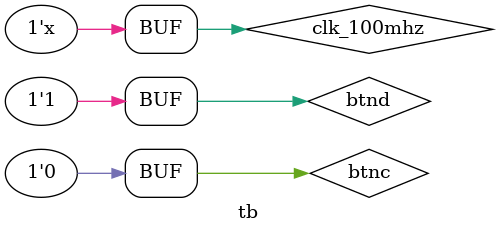
<source format=sv>
module d_flip_flop 
#(parameter WIDTH = 1, parameter RESET_VALUE = 0)
(
    input clk,
    input rst,
    input en,
    input [WIDTH-1:0] d,
    output logic [WIDTH-1:0] q
);

always_ff @(posedge clk)
begin
    q <= rst ? RESET_VALUE : en ? d : q; 
end

endmodule
//==============================================
// sr_flip_flop 
//==============================================
module sr_flip_flop 
(
    input clk,
    input s,
    input r,
    output logic q
);

always_ff @(posedge clk)
begin
    q <= r ? 1'b0 : s ? 1'b1 : q;
end

endmodule
//==============================================
// central_processing_unit
//==============================================
module central_processing_unit
(
    clk,
    rst,
    cs,
    we,
    addr,
    size,
    wr_data,
    ready,
    resp,
    rd_data,
    eip,
    tip
);


input clk;
input rst;
output cs;
output we;
output [63:0] addr;
output [1:0] size;
output [63:0] wr_data;
input ready;
input resp;
input [63:0] rd_data;
input eip;
input tip;

// Clock, Reset
logic clk;
logic rst;

// Program Counter/Instruction Register
logic [63:0] pc;
logic [63:0] pc__n;
logic [31:0] ir;
logic [31:0] ir__n;

// Decoder.
logic [5:0] op;
logic [4:0] rs1;
logic [4:0] rs2;
logic [4:0] rd;
logic [63:0] imm;
logic [63:0] uimm;

// Register File
logic rf__cs;
logic rf__we;
logic [4:0] rf__addr;
logic [63:0] rf__rd_data;
logic [63:0] rf__wr_data;

// ALU
logic [4:0] func;
logic [63:0] a;
logic [63:0] a__n;
logic [63:0] b;
logic [63:0] b__n;
logic [63:0] c;

// Comparator
logic eq;
logic ne;
logic lt;
logic ge;
logic ltu;
logic geu;

// Control and Status Registers
logic csr__cs;
logic csr__we;
logic [11:0] csr__addr;
logic [63:0] csr__wr_data;
logic [63:0] csr__rd_data;
logic mstatus__mie;
logic mie__meie;
logic mie__msie;
logic mie__mtie;
logic mip__meip;
logic mip__msip;
logic mip__mtip;

// CPU to Memory Interface
logic cs;
logic we;
logic [63:0] addr;
logic [1:0] size;
logic [63:0] wr_data;
//logic ready;
//logic resp;
logic [63:0] rd_data;

// Interrupt Signals
logic eip;
logic tip;

// CSR logic
logic instret;

// FSM
logic [7:0] state;
logic [7:0] state__n;


//==============================
// decoder__0
//==============================
decoder decoder__0
(
    .clk(clk),
    .rst(rst),
    .ir(ir),
    .op(op),
    .rs1(rs1),
    .rs2(rs2),
    .rd(rd),
    .imm(imm),
    .uimm(uimm)
);


//==============================
// register_file__0
//==============================
register_file register_file__0
(
    .clk(clk),
    .rst(rst),
    .cs(rf__cs),
    .we(rf__we),
    .addr(rf__addr),
    .rd_data(rf__rd_data),
    .wr_data(rf__wr_data)
);

//==============================
// arithmetic_logic_unit__0
//==============================
arithmetic_logic_unit arithmetic_logic_unit__0
(
    .clk(clk),
    .rst(rst),
    .func(func),
    .a(a),
    .b(b),
    .c(c)
);

//==============================
// comparator__0
//==============================
comparator comparator__0
(
    .clk(clk),
    .rst(rst),
    .a(a),
    .b(b),
    .eq(eq),
    .ne(ne),
    .lt(lt),
    .ltu(ltu),
    .ge(ge),
    .geu(geu)
);

//==============================
// control_and_status_registers__0
//==============================
control_and_status_registers control_and_status_registers__0
(
    .clk(clk),
    .rst(rst),
    .cs(csr__cs),
    .we(csr__we),
    .addr(csr__addr),
    .rd_data(csr__rd_data),
    .wr_data(csr__wr_data),
    .eip(eip),
    .tip(tip),
    .instret(instret),
    .mstatus__mie(mstatus__mie),
    .mie__meie(mie__meie),
    .mie__msie(mie__msie),
    .mie__mtie(mie__mtie),
    .mip__meip(mip__meip),
    .mip__msip(mip__msip),
    .mip__mtip(mip__mtip)
);

//==============================================
// Finite State Machine
//==============================================
localparam STATE__RESET = 8'h0;
localparam STATE__FETCH__0 = 8'h1;
localparam STATE__FETCH__1 = 8'h2;
localparam STATE__DECODE = 8'h3;
localparam STATE__LB__0 = 8'h4;
localparam STATE__LB__1 = 8'h5;
localparam STATE__LB__2 = 8'h6;
localparam STATE__LB__3 = 8'h7;
localparam STATE__LH__0 = 8'h8;
localparam STATE__LH__1 = 8'h9;
localparam STATE__LH__2 = 8'ha;
localparam STATE__LH__3 = 8'hb;
localparam STATE__LW__0 = 8'hc;
localparam STATE__LW__1 = 8'hd;
localparam STATE__LW__2 = 8'he;
localparam STATE__LW__3 = 8'hf;
localparam STATE__LD__0 = 8'h10;
localparam STATE__LD__1 = 8'h11;
localparam STATE__LD__2 = 8'h12;
localparam STATE__LD__3 = 8'h13;
localparam STATE__LBU__0 = 8'h14;
localparam STATE__LBU__1 = 8'h15;
localparam STATE__LBU__2 = 8'h16;
localparam STATE__LBU__3 = 8'h17;
localparam STATE__LHU__0 = 8'h18;
localparam STATE__LHU__1 = 8'h19;
localparam STATE__LHU__2 = 8'h1a;
localparam STATE__LHU__3 = 8'h1b;
localparam STATE__LWU__0 = 8'h1c;
localparam STATE__LWU__1 = 8'h1d;
localparam STATE__LWU__2 = 8'h1e;
localparam STATE__LWU__3 = 8'h1f;
localparam STATE__SB__0 = 8'h20;
localparam STATE__SB__1 = 8'h21;
localparam STATE__SB__2 = 8'h22;
localparam STATE__SB__3 = 8'h23;
localparam STATE__SH__0 = 8'h24;
localparam STATE__SH__1 = 8'h25;
localparam STATE__SH__2 = 8'h26;
localparam STATE__SH__3 = 8'h27;
localparam STATE__SW__0 = 8'h28;
localparam STATE__SW__1 = 8'h29;
localparam STATE__SW__2 = 8'h2a;
localparam STATE__SW__3 = 8'h2b;
localparam STATE__SD__0 = 8'h2c;
localparam STATE__SD__1 = 8'h2d;
localparam STATE__SD__2 = 8'h2e;
localparam STATE__SD__3 = 8'h2f;
localparam STATE__ADD__0 = 8'h30;
localparam STATE__ADD__1 = 8'h31;
localparam STATE__ADD__2 = 8'h32;
localparam STATE__SUB__0 = 8'h33;
localparam STATE__SUB__1 = 8'h34;
localparam STATE__SUB__2 = 8'h35;
localparam STATE__SLL__0 = 8'h36;
localparam STATE__SLL__1 = 8'h37;
localparam STATE__SLL__2 = 8'h38;
localparam STATE__SLT__0 = 8'h39;
localparam STATE__SLT__1 = 8'h3a;
localparam STATE__SLT__2 = 8'h3b;
localparam STATE__SLTU__0 = 8'h3c;
localparam STATE__SLTU__1 = 8'h3d;
localparam STATE__SLTU__2 = 8'h3e;
localparam STATE__XOR__0 = 8'h3f;
localparam STATE__XOR__1 = 8'h40;
localparam STATE__XOR__2 = 8'h41;
localparam STATE__SRL__0 = 8'h42;
localparam STATE__SRL__1 = 8'h43;
localparam STATE__SRL__2 = 8'h44;
localparam STATE__SRA__0 = 8'h45;
localparam STATE__SRA__1 = 8'h46;
localparam STATE__SRA__2 = 8'h47;
localparam STATE__OR__0 = 8'h48;
localparam STATE__OR__1 = 8'h49;
localparam STATE__OR__2 = 8'h4a;
localparam STATE__AND__0 = 8'h4b;
localparam STATE__AND__1 = 8'h4c;
localparam STATE__AND__2 = 8'h4d;
localparam STATE__LUI = 8'h4e;
localparam STATE__ADDW__0 = 8'h4f;
localparam STATE__ADDW__1 = 8'h50;
localparam STATE__ADDW__2 = 8'h51;
localparam STATE__SUBW__0 = 8'h52;
localparam STATE__SUBW__1 = 8'h53;
localparam STATE__SUBW__2 = 8'h54;
localparam STATE__SLLW__0 = 8'h55;
localparam STATE__SLLW__1 = 8'h56;
localparam STATE__SLLW__2 = 8'h57;
localparam STATE__SRLW__0 = 8'h58;
localparam STATE__SRLW__1 = 8'h59;
localparam STATE__SRLW__2 = 8'h5a;
localparam STATE__SRAW__0 = 8'h5b;
localparam STATE__SRAW__1 = 8'h5c;
localparam STATE__SRAW__2 = 8'h5d;
localparam STATE__ADDI__0 = 8'h5e;
localparam STATE__ADDI__1 = 8'h5f;
localparam STATE__SLLI__0 = 8'h60;
localparam STATE__SLLI__1 = 8'h61;
localparam STATE__SLTI__0 = 8'h62;
localparam STATE__SLTI__1 = 8'h63;
localparam STATE__SLTIU__0 = 8'h64;
localparam STATE__SLTIU__1 = 8'h65;
localparam STATE__XORI__0 = 8'h66;
localparam STATE__XORI__1 = 8'h67;
localparam STATE__SRLI__0 = 8'h68;
localparam STATE__SRLI__1 = 8'h69;
localparam STATE__SRAI__0 = 8'h6a;
localparam STATE__SRAI__1 = 8'h6b;
localparam STATE__ORI__0 = 8'h6c;
localparam STATE__ORI__1 = 8'h6d;
localparam STATE__ANDI__0 = 8'h6e;
localparam STATE__ANDI__1 = 8'h6f;
localparam STATE__ADDIW__0 = 8'h70;
localparam STATE__ADDIW__1 = 8'h71;
localparam STATE__SLLIW__0 = 8'h72;
localparam STATE__SLLIW__1 = 8'h73;
localparam STATE__SRLIW__0 = 8'h74;
localparam STATE__SRLIW__1 = 8'h75;
localparam STATE__SRAIW__0 = 8'h76;
localparam STATE__SRAIW__1 = 8'h77;
localparam STATE__AUIPC__0 = 8'h78;
localparam STATE__AUIPC__1 = 8'h79;
localparam STATE__JALR__0 = 8'h7a;
localparam STATE__JALR__1 = 8'h7b;
localparam STATE__JAL__0 = 8'h7c;
localparam STATE__JAL__1 = 8'h7d;
localparam STATE__BEQ__0 = 8'h7e;
localparam STATE__BEQ__1 = 8'h7f;
localparam STATE__BEQ__2 = 8'h80;
localparam STATE__BEQ__3 = 8'h81;
localparam STATE__BEQ__4 = 8'h82;
localparam STATE__BEQ__5 = 8'h83;
localparam STATE__BNE__0 = 8'h84;
localparam STATE__BNE__1 = 8'h85;
localparam STATE__BNE__2 = 8'h86;
localparam STATE__BNE__3 = 8'h87;
localparam STATE__BNE__4 = 8'h88;
localparam STATE__BNE__5 = 8'h89;
localparam STATE__BLT__0 = 8'h8a;
localparam STATE__BLT__1 = 8'h8b;
localparam STATE__BLT__2 = 8'h8c;
localparam STATE__BLT__3 = 8'h8d;
localparam STATE__BLT__4 = 8'h8e;
localparam STATE__BLT__5 = 8'h8f;
localparam STATE__BGE__0 = 8'h90;
localparam STATE__BGE__1 = 8'h91;
localparam STATE__BGE__2 = 8'h92;
localparam STATE__BGE__3 = 8'h93;
localparam STATE__BGE__4 = 8'h94;
localparam STATE__BGE__5 = 8'h95;
localparam STATE__BLTU__0 = 8'h96;
localparam STATE__BLTU__1 = 8'h97;
localparam STATE__BLTU__2 = 8'h98;
localparam STATE__BLTU__3 = 8'h99;
localparam STATE__BLTU__4 = 8'h9a;
localparam STATE__BLTU__5 = 8'h9b;
localparam STATE__BGEU__0 = 8'h9c;
localparam STATE__BGEU__1 = 8'h9d;
localparam STATE__BGEU__2 = 8'h9e;
localparam STATE__BGEU__3 = 8'h9f;
localparam STATE__BGEU__4 = 8'ha0;
localparam STATE__BGEU__5 = 8'ha1;
localparam STATE__ECALL = 8'ha2;
localparam STATE__EBREAK = 8'ha3;
localparam STATE__WFI = 8'ha4;
localparam STATE__FENCE = 8'ha5;
localparam STATE__FENCE_I = 8'ha6;
localparam STATE__CSRRW__0 = 8'ha7;
localparam STATE__CSRRW__1 = 8'ha8;
localparam STATE__CSRRW__2 = 8'ha9;
localparam STATE__CSRRS__0 = 8'haa;
localparam STATE__CSRRS__1 = 8'hab;
localparam STATE__CSRRS__2 = 8'hac;
localparam STATE__CSRRC__0 = 8'had;
localparam STATE__CSRRC__1 = 8'hae;
localparam STATE__CSRRC__2 = 8'haf;
localparam STATE__CSRRWI__0 = 8'hb0;
localparam STATE__CSRRWI__1 = 8'hb1;
localparam STATE__CSRRWI__2 = 8'hb2;
localparam STATE__CSRRSI__0 = 8'hb3;
localparam STATE__CSRRSI__1 = 8'hb4;
localparam STATE__CSRRSI__2 = 8'hb5;
localparam STATE__CSRRCI__0 = 8'hb6;
localparam STATE__CSRRCI__1 = 8'hb7;
localparam STATE__CSRRCI__2 = 8'hb8;
localparam STATE__MRET__0 = 8'hb9;
localparam STATE__MRET__1 = 8'hba;
localparam STATE__TRAP__0 = 8'hbb;
localparam STATE__TRAP__1 = 8'hbc;
localparam STATE__TRAP__2 = 8'hbd;
localparam STATE__EXCEPTION__INSTRUCTION_ADDRESS_MISALIGNED__0 = 8'hbe;
localparam STATE__EXCEPTION__INSTRUCTION_ADDRESS_MISALIGNED__0__JALR = 8'hbf;
localparam STATE__EXCEPTION__INSTRUCTION_ADDRESS_MISALIGNED__1 = 8'hc0;
localparam STATE__EXCEPTION__INSTRUCTION_ACCESS_FAULT__0 = 8'hc1;
localparam STATE__EXCEPTION__INSTRUCTION_ACCESS_FAULT__1 = 8'hc2;
localparam STATE__EXCEPTION__ILLEGAL_INSTRUCTION = 8'hc3;
localparam STATE__EXCEPTION__LOAD_ADDRESS_MISALIGNED__0 = 8'hc4;
localparam STATE__EXCEPTION__LOAD_ADDRESS_MISALIGNED__1 = 8'hc5;
localparam STATE__EXCEPTION__LOAD_ACCESS_FAULT__0 = 8'hc6;
localparam STATE__EXCEPTION__LOAD_ACCESS_FAULT__1 = 8'hc7;
localparam STATE__EXCEPTION__STORE_ADDRESS_MISALIGNED__0 = 8'hc8;
localparam STATE__EXCEPTION__STORE_ADDRESS_MISALIGNED__1 = 8'hc9;
localparam STATE__EXCEPTION__STORE_ACCESS_FAULT__0 = 8'hca;
localparam STATE__EXCEPTION__STORE_ACCESS_FAULT__1 = 8'hcb;
localparam STATE__INTERRUPT__SOFTWARE = 8'hcc;
localparam STATE__INTERRUPT__TIMER = 8'hcd;
localparam STATE__INTERRUPT__EXTERNAL = 8'hce;
localparam STATE__FATAL = 8'hcf;


always_comb begin
    state__n = state;
    ir__n = ir;
    pc__n = pc;
    a__n = a;
    b__n = b;
    func = 5'h0;
    rf__cs = 1'b0;
    rf__we = 1'b0;
    rf__addr = rd;
    rf__wr_data = c;
    cs = 1'b0;
    we = 1'b0;
    size = 2'h2;
    wr_data = rf__rd_data;
    csr__cs = 1'b0;
    csr__we = 1'b0;
    csr__addr = imm[11:0];
    csr__wr_data = c;
    instret = 1'b0;

    case (state)
        //==============================
        // STATE__RESET
        //==============================
        STATE__RESET:
        begin
            state__n = STATE__FETCH__0;
        end
        
        //==============================
        // STATE__FETCH__0
        //==============================
        STATE__FETCH__0:
        begin
            state__n = (mstatus__mie & mie__meie & mip__meip) ? STATE__INTERRUPT__EXTERNAL : (mstatus__mie & mie__msie & mip__msip) ? STATE__INTERRUPT__SOFTWARE : (mstatus__mie & mie__mtie & mip__mtip) ? STATE__INTERRUPT__TIMER : STATE__FETCH__1;
        end

        //==============================
        // STATE__FETCH__1
        //==============================
        STATE__FETCH__1:
        begin
            cs = 1'b1;
            addr = pc;
            size = 2'h2;
            ir__n = rd_data[31:0];
            state__n = (ready & ~resp) ? STATE__DECODE : (ready & resp & (rd_data == 64'h0)) ? STATE__EXCEPTION__INSTRUCTION_ACCESS_FAULT__0 : STATE__FETCH__1;
        end

        //==============================
        // STATE__DECODE
        //==============================
        STATE__DECODE:
        begin
            case (op)
                6'h1:
                begin
                    state__n = STATE__LB__0;
                end
                6'h2:
                begin
                    state__n = STATE__LH__0;
                end
                6'h3:
                begin
                    state__n = STATE__LW__0;
                end
                6'h4:
                begin
                    state__n = STATE__LD__0;
                end
                6'h5:
                begin
                    state__n = STATE__LBU__0;
                end
                6'h6:
                begin
                    state__n = STATE__LHU__0;
                end
                6'h7:
                begin
                    state__n = STATE__LWU__0;
                end
                6'h8:
                begin
                    state__n = STATE__FENCE;
                end
                6'h9:
                begin
                    state__n = STATE__FENCE_I;
                end
                6'ha:
                begin
                    state__n = STATE__ADDI__0;
                end
                6'hb:
                begin
                    state__n = STATE__SLLI__0;
                end
                6'hc:
                begin
                    state__n = STATE__SLTI__0;
                end
                6'hd:
                begin
                    state__n = STATE__SLTIU__0;
                end
                6'he:
                begin
                    state__n = STATE__XORI__0;
                end
                6'hf:
                begin
                    state__n = STATE__SRLI__0;
                end
                6'h10:
                begin
                    state__n = STATE__SRAI__0;
                end
                6'h11:
                begin
                    state__n = STATE__ORI__0;
                end
                6'h12:
                begin
                    state__n = STATE__ANDI__0;
                end
                6'h13:
                begin
                    state__n = STATE__AUIPC__0;
                end
                6'h14:
                begin
                    state__n = STATE__ADDIW__0;
                end
                6'h15:
                begin
                    state__n = STATE__SLLIW__0;
                end
                6'h16:
                begin
                    state__n = STATE__SRLIW__0;
                end
                6'h17:
                begin
                    state__n = STATE__SRAIW__0;
                end
                6'h18:
                begin
                    state__n = STATE__SB__0;
                end
                6'h19:
                begin
                    state__n = STATE__SH__0;
                end
                6'h1a:
                begin
                    state__n = STATE__SW__0;
                end
                6'h1b:
                begin
                    state__n = STATE__SD__0;
                end
                6'h1c:
                begin
                    state__n = STATE__ADD__0;
                end
                6'h1d:
                begin
                    state__n = STATE__SUB__0;
                end
                6'h1e:
                begin
                    state__n = STATE__SLL__0;
                end
                6'h1f:
                begin
                    state__n = STATE__SLT__0;
                end
                6'h20:
                begin
                    state__n = STATE__SLTU__0;
                end
                6'h21:
                begin
                    state__n = STATE__XOR__0;
                end
                6'h22:
                begin
                    state__n = STATE__SRL__0;
                end
                6'h23:
                begin
                    state__n = STATE__SRA__0;
                end
                6'h24:
                begin
                    state__n = STATE__OR__0;
                end
                6'h25:
                begin
                    state__n = STATE__AND__0;
                end
                6'h26:
                begin
                    state__n = STATE__LUI;
                end
                6'h27:
                begin
                    state__n = STATE__ADDW__0;
                end
                6'h28:
                begin
                    state__n = STATE__SUBW__0;
                end
                6'h29:
                begin
                    state__n = STATE__SLLW__0;
                end
                6'h2a:
                begin
                    state__n = STATE__SRLW__0;
                end
                6'h2b:
                begin
                    state__n = STATE__SRAW__0;
                end
                6'h2c:
                begin
                    state__n = STATE__BEQ__0;
                end
                6'h2d:
                begin
                    state__n = STATE__BNE__0;
                end
                6'h2e:
                begin
                    state__n = STATE__BLT__0;
                end
                6'h2f:
                begin
                    state__n = STATE__BGE__0;
                end
                6'h30:
                begin
                    state__n = STATE__BLTU__0;
                end
                6'h31:
                begin
                    state__n = STATE__BGEU__0;
                end
                6'h32:
                begin
                    state__n = STATE__JALR__0;
                end
                6'h33:
                begin
                    state__n = STATE__JAL__0;
                end
                6'h34:
                begin
                    state__n = STATE__ECALL;
                end
                6'h35:
                begin
                    state__n = STATE__EBREAK;
                end
                6'h3d:
                begin
                    state__n = STATE__WFI;
                end
                6'h36:
                begin
                    state__n = STATE__CSRRW__0;
                end
                6'h37:
                begin
                    state__n = STATE__CSRRS__0;
                end
                6'h38:
                begin
                    state__n = STATE__CSRRC__0;
                end
                6'h39:
                begin
                    state__n = STATE__CSRRWI__0;
                end
                6'h3a:
                begin
                    state__n = STATE__CSRRSI__0;
                end
                6'h3b:
                begin
                    state__n = STATE__CSRRCI__0;
                end
                6'h3c:
                begin
                    state__n = STATE__MRET__0;
                end
                default:
                begin
                    state__n = STATE__EXCEPTION__ILLEGAL_INSTRUCTION;
                end
            endcase
        end

        //==============================
        // STATE__ADD__0
        //==============================
        STATE__ADD__0:
        begin
            rf__cs = 1'b1;
            rf__addr = rs1;
            a__n = rf__rd_data;
            state__n = STATE__ADD__1;
        end

        //==============================
        // STATE__ADD__1
        //==============================
        STATE__ADD__1:
        begin
            rf__cs = 1'b1;
            rf__addr = rs2;
            b__n = rf__rd_data;
            state__n = STATE__ADD__2;
        end

        //==============================
        // STATE__ADD__2
        //==============================
        STATE__ADD__2:
        begin
            func = 5'h0;
            rf__cs = 1'b1;
            rf__addr = rd;
            rf__we = 1'b1;
            rf__wr_data = c;
            pc__n = pc + 4;
            instret = 1'b1;
            state__n = STATE__FETCH__0;
        end

        //==============================
        // STATE__SUB__0
        //==============================
        STATE__SUB__0:
        begin
            rf__cs = 1'b1;
            rf__addr = rs1;
            a__n = rf__rd_data;
            state__n = STATE__SUB__1;
        end

        //==============================
        // STATE__SUB__1
        //==============================
        STATE__SUB__1:
        begin
            rf__cs = 1'b1;
            rf__addr = rs2;
            b__n = rf__rd_data;
            state__n = STATE__SUB__2;
        end

        //==============================
        // STATE__SUB__2
        //==============================
        STATE__SUB__2:
        begin
            func = 5'h2;
            rf__cs = 1'b1;
            rf__addr = rd;
            rf__we = 1'b1;
            rf__wr_data = c;
            pc__n = pc + 4;
            instret = 1'b1;
            state__n = STATE__FETCH__0;
        end

        //==============================
        // STATE__SLL__0
        //==============================
        STATE__SLL__0:
        begin
            rf__cs = 1'b1;
            rf__addr = rs1;
            a__n = rf__rd_data;
            state__n = STATE__SLL__1;
        end

        //==============================
        // STATE__SLL__1
        //==============================
        STATE__SLL__1:
        begin
            rf__cs = 1'b1;
            rf__addr = rs2;
            b__n = rf__rd_data;
            state__n = STATE__SLL__2;
        end

        //==============================
        // STATE__SLL__2
        //==============================
        STATE__SLL__2:
        begin
            func = 5'h4;
            rf__cs = 1'b1;
            rf__addr = rd;
            rf__we = 1'b1;
            rf__wr_data = c;
            pc__n = pc + 4;
            instret = 1'b1;
            state__n = STATE__FETCH__0;
        end

        //==============================
        // STATE__SLT__0
        //==============================
        STATE__SLT__0:
        begin
            rf__cs = 1'b1;
            rf__addr = rs1;
            a__n = rf__rd_data;
            state__n = STATE__SLT__1;
        end

        //==============================
        // STATE__SLT__1
        //==============================
        STATE__SLT__1:
        begin
            rf__cs = 1'b1;
            rf__addr = rs2;
            b__n = rf__rd_data;
            state__n = STATE__SLT__2;
        end

        //==============================
        // STATE__SLT__2
        //==============================
        STATE__SLT__2:
        begin
            func = 5'h6;
            rf__cs = 1'b1;
            rf__addr = rd;
            rf__we = 1'b1;
            rf__wr_data = c;
            pc__n = pc + 4;
            instret = 1'b1;
            state__n = STATE__FETCH__0;
        end

        //==============================
        // STATE__SLTU__0
        //==============================
        STATE__SLTU__0:
        begin
            rf__cs = 1'b1;
            rf__addr = rs1;
            a__n = rf__rd_data;
            state__n = STATE__SLTU__1;
        end

        //==============================
        // STATE__SLTU__1
        //==============================
        STATE__SLTU__1:
        begin
            rf__cs = 1'b1;
            rf__addr = rs2;
            b__n = rf__rd_data;
            state__n = STATE__SLTU__2;
        end

        //==============================
        // STATE__SLTU__2
        //==============================
        STATE__SLTU__2:
        begin
            func = 5'h7;
            rf__cs = 1'b1;
            rf__addr = rd;
            rf__we = 1'b1;
            rf__wr_data = c;
            pc__n = pc + 4;
            instret = 1'b1;
            state__n = STATE__FETCH__0;
        end

        //==============================
        // STATE__XOR__0
        //==============================
        STATE__XOR__0:
        begin
            rf__cs = 1'b1;
            rf__addr = rs1;
            a__n = rf__rd_data;
            state__n = STATE__XOR__1;
        end

        //==============================
        // STATE__XOR__1
        //==============================
        STATE__XOR__1:
        begin
            rf__cs = 1'b1;
            rf__addr = rs2;
            b__n = rf__rd_data;
            state__n = STATE__XOR__2;
        end

        //==============================
        // STATE__XOR__2
        //==============================
        STATE__XOR__2:
        begin
            func = 5'h8;
            rf__cs = 1'b1;
            rf__addr = rd;
            rf__we = 1'b1;
            rf__wr_data = c;
            pc__n = pc + 4;
            instret = 1'b1;
            state__n = STATE__FETCH__0;
        end

        //==============================
        // STATE__SRL__0
        //==============================
        STATE__SRL__0:
        begin
            rf__cs = 1'b1;
            rf__addr = rs1;
            a__n = rf__rd_data;
            state__n = STATE__SRL__1;
        end

        //==============================
        // STATE__SRL__1
        //==============================
        STATE__SRL__1:
        begin
            rf__cs = 1'b1;
            rf__addr = rs2;
            b__n = rf__rd_data;
            state__n = STATE__SRL__2;
        end

        //==============================
        // STATE__SRL__2
        //==============================
        STATE__SRL__2:
        begin
            func = 5'h9;
            rf__cs = 1'b1;
            rf__addr = rd;
            rf__we = 1'b1;
            rf__wr_data = c;
            pc__n = pc + 4;
            instret = 1'b1;
            state__n = STATE__FETCH__0;
        end

        //==============================
        // STATE__SRA__0
        //==============================
        STATE__SRA__0:
        begin
            rf__cs = 1'b1;
            rf__addr = rs1;
            a__n = rf__rd_data;
            state__n = STATE__SRA__1;
        end

        //==============================
        // STATE__SRA__1
        //==============================
        STATE__SRA__1:
        begin
            rf__cs = 1'b1;
            rf__addr = rs2;
            b__n = rf__rd_data;
            state__n = STATE__SRA__2;
        end

        //==============================
        // STATE__SRA__2
        //==============================
        STATE__SRA__2:
        begin
            func = 5'hb;
            rf__cs = 1'b1;
            rf__addr = rd;
            rf__we = 1'b1;
            rf__wr_data = c;
            pc__n = pc + 4;
            instret = 1'b1;
            state__n = STATE__FETCH__0;
        end

        //==============================
        // STATE__OR__0
        //==============================
        STATE__OR__0:
        begin
            rf__cs = 1'b1;
            rf__addr = rs1;
            a__n = rf__rd_data;
            state__n = STATE__OR__1;
        end

        //==============================
        // STATE__OR__1
        //==============================
        STATE__OR__1:
        begin
            rf__cs = 1'b1;
            rf__addr = rs2;
            b__n = rf__rd_data;
            state__n = STATE__OR__2;
        end

        //==============================
        // STATE__OR__2
        //==============================
        STATE__OR__2:
        begin
            func = 5'hd;
            rf__cs = 1'b1;
            rf__addr = rd;
            rf__we = 1'b1;
            rf__wr_data = c;
            pc__n = pc + 4;
            instret = 1'b1;
            state__n = STATE__FETCH__0;
        end

        //==============================
        // STATE__AND__0
        //==============================
        STATE__AND__0:
        begin
            rf__cs = 1'b1;
            rf__addr = rs1;
            a__n = rf__rd_data;
            state__n = STATE__AND__1;
        end

        //==============================
        // STATE__AND__1
        //==============================
        STATE__AND__1:
        begin
            rf__cs = 1'b1;
            rf__addr = rs2;
            b__n = rf__rd_data;
            state__n = STATE__AND__2;
        end

        //==============================
        // STATE__AND__2
        //==============================
        STATE__AND__2:
        begin
            func = 5'he;
            rf__cs = 1'b1;
            rf__addr = rd;
            rf__we = 1'b1;
            rf__wr_data = c;
            pc__n = pc + 4;
            instret = 1'b1;
            state__n = STATE__FETCH__0;
        end

        //==============================
        // STATE__ADDW__0
        //==============================
        STATE__ADDW__0:
        begin
            rf__cs = 1'b1;
            rf__addr = rs1;
            a__n = rf__rd_data;
            state__n = STATE__ADDW__1;
        end

        //==============================
        // STATE__ADDW__1
        //==============================
        STATE__ADDW__1:
        begin
            rf__cs = 1'b1;
            rf__addr = rs2;
            b__n = rf__rd_data;
            state__n = STATE__ADDW__2;
        end

        //==============================
        // STATE__ADDW__2
        //==============================
        STATE__ADDW__2:
        begin
            func = 5'h1;
            rf__cs = 1'b1;
            rf__addr = rd;
            rf__we = 1'b1;
            rf__wr_data = c;
            pc__n = pc + 4;
            instret = 1'b1;
            state__n = STATE__FETCH__0;
        end

        //==============================
        // STATE__SUBW__0
        //==============================
        STATE__SUBW__0:
        begin
            rf__cs = 1'b1;
            rf__addr = rs1;
            a__n = rf__rd_data;
            state__n = STATE__SUBW__1;
        end

        //==============================
        // STATE__SUBW__1
        //==============================
        STATE__SUBW__1:
        begin
            rf__cs = 1'b1;
            rf__addr = rs2;
            b__n = rf__rd_data;
            state__n = STATE__SUBW__2;
        end

        //==============================
        // STATE__SUBW__2
        //==============================
        STATE__SUBW__2:
        begin
            func = 5'h3;
            rf__cs = 1'b1;
            rf__addr = rd;
            rf__we = 1'b1;
            rf__wr_data = c;
            pc__n = pc + 4;
            instret = 1'b1;
            state__n = STATE__FETCH__0;
        end

        //==============================
        // STATE__SLLW__0
        //==============================
        STATE__SLLW__0:
        begin
            rf__cs = 1'b1;
            rf__addr = rs1;
            a__n = rf__rd_data;
            state__n = STATE__SLLW__1;
        end

        //==============================
        // STATE__SLLW__1
        //==============================
        STATE__SLLW__1:
        begin
            rf__cs = 1'b1;
            rf__addr = rs2;
            b__n = rf__rd_data;
            state__n = STATE__SLLW__2;
        end

        //==============================
        // STATE__SLLW__2
        //==============================
        STATE__SLLW__2:
        begin
            func = 5'h5;
            rf__cs = 1'b1;
            rf__addr = rd;
            rf__we = 1'b1;
            rf__wr_data = c;
            pc__n = pc + 4;
            instret = 1'b1;
            state__n = STATE__FETCH__0;
        end

        //==============================
        // STATE__SRLW__0
        //==============================
        STATE__SRLW__0:
        begin
            rf__cs = 1'b1;
            rf__addr = rs1;
            a__n = rf__rd_data;
            state__n = STATE__SRLW__1;
        end

        //==============================
        // STATE__SRLW__1
        //==============================
        STATE__SRLW__1:
        begin
            rf__cs = 1'b1;
            rf__addr = rs2;
            b__n = rf__rd_data;
            state__n = STATE__SRLW__2;
        end

        //==============================
        // STATE__SRLW__2
        //==============================
        STATE__SRLW__2:
        begin
            func = 5'ha;
            rf__cs = 1'b1;
            rf__addr = rd;
            rf__we = 1'b1;
            rf__wr_data = c;
            pc__n = pc + 4;
            instret = 1'b1;
            state__n = STATE__FETCH__0;
        end

        //==============================
        // STATE__SRAW__0
        //==============================
        STATE__SRAW__0:
        begin
            rf__cs = 1'b1;
            rf__addr = rs1;
            a__n = rf__rd_data;
            state__n = STATE__SRAW__1;
        end

        //==============================
        // STATE__SRAW__1
        //==============================
        STATE__SRAW__1:
        begin
            rf__cs = 1'b1;
            rf__addr = rs2;
            b__n = rf__rd_data;
            state__n = STATE__SRAW__2;
        end

        //==============================
        // STATE__SRAW__2
        //==============================
        STATE__SRAW__2:
        begin
            func = 5'hc;
            rf__cs = 1'b1;
            rf__addr = rd;
            rf__we = 1'b1;
            rf__wr_data = c;
            pc__n = pc + 4;
            instret = 1'b1;
            state__n = STATE__FETCH__0;
        end

        //==============================
        // STATE__ADDI__0
        //==============================
        STATE__ADDI__0:
        begin
            rf__cs = 1'b1;
            rf__addr = rs1;
            a__n = rf__rd_data;
            b__n = imm;
            state__n = STATE__ADDI__1;
        end

        //==============================
        // STATE__ADDI__1
        //==============================
        STATE__ADDI__1:
        begin
            func = 5'h0;
            rf__cs = 1'b1;
            rf__addr = rd;
            rf__we = 1'b1;
            rf__wr_data = c;
            pc__n = pc + 4;
            instret = 1'b1;
            state__n = STATE__FETCH__0;
        end

        //==============================
        // STATE__SLLI__0
        //==============================
        STATE__SLLI__0:
        begin
            rf__cs = 1'b1;
            rf__addr = rs1;
            a__n = rf__rd_data;
            b__n = imm;
            state__n = STATE__SLLI__1;
        end

        //==============================
        // STATE__SLLI__1
        //==============================
        STATE__SLLI__1:
        begin
            func = 5'h4;
            rf__cs = 1'b1;
            rf__addr = rd;
            rf__we = 1'b1;
            rf__wr_data = c;
            pc__n = pc + 4;
            instret = 1'b1;
            state__n = STATE__FETCH__0;
        end

        //==============================
        // STATE__SLTI__0
        //==============================
        STATE__SLTI__0:
        begin
            rf__cs = 1'b1;
            rf__addr = rs1;
            a__n = rf__rd_data;
            b__n = imm;
            state__n = STATE__SLTI__1;
        end

        //==============================
        // STATE__SLTI__1
        //==============================
        STATE__SLTI__1:
        begin
            func = 5'h6;
            rf__cs = 1'b1;
            rf__addr = rd;
            rf__we = 1'b1;
            rf__wr_data = c;
            pc__n = pc + 4;
            instret = 1'b1;
            state__n = STATE__FETCH__0;
        end

        //==============================
        // STATE__SLTIU__0
        //==============================
        STATE__SLTIU__0:
        begin
            rf__cs = 1'b1;
            rf__addr = rs1;
            a__n = rf__rd_data;
            b__n = imm;
            state__n = STATE__SLTIU__1;
        end

        //==============================
        // STATE__SLTIU__1
        //==============================
        STATE__SLTIU__1:
        begin
            func = 5'h7;
            rf__cs = 1'b1;
            rf__addr = rd;
            rf__we = 1'b1;
            rf__wr_data = c;
            pc__n = pc + 4;
            instret = 1'b1;
            state__n = STATE__FETCH__0;
        end

        //==============================
        // STATE__XORI__0
        //==============================
        STATE__XORI__0:
        begin
            rf__cs = 1'b1;
            rf__addr = rs1;
            a__n = rf__rd_data;
            b__n = imm;
            state__n = STATE__XORI__1;
        end

        //==============================
        // STATE__XORI__1
        //==============================
        STATE__XORI__1:
        begin
            func = 5'h8;
            rf__cs = 1'b1;
            rf__addr = rd;
            rf__we = 1'b1;
            rf__wr_data = c;
            pc__n = pc + 4;
            instret = 1'b1;
            state__n = STATE__FETCH__0;
        end

        //==============================
        // STATE__SRLI__0
        //==============================
        STATE__SRLI__0:
        begin
            rf__cs = 1'b1;
            rf__addr = rs1;
            a__n = rf__rd_data;
            b__n = imm;
            state__n = STATE__SRLI__1;
        end

        //==============================
        // STATE__SRLI__1
        //==============================
        STATE__SRLI__1:
        begin
            func = 5'h9;
            rf__cs = 1'b1;
            rf__addr = rd;
            rf__we = 1'b1;
            rf__wr_data = c;
            pc__n = pc + 4;
            instret = 1'b1;
            state__n = STATE__FETCH__0;
        end

        //==============================
        // STATE__SRAI__0
        //==============================
        STATE__SRAI__0:
        begin
            rf__cs = 1'b1;
            rf__addr = rs1;
            a__n = rf__rd_data;
            b__n = imm;
            state__n = STATE__SRAI__1;
        end

        //==============================
        // STATE__SRAI__1
        //==============================
        STATE__SRAI__1:
        begin
            func = 5'hb;
            rf__cs = 1'b1;
            rf__addr = rd;
            rf__we = 1'b1;
            rf__wr_data = c;
            pc__n = pc + 4;
            instret = 1'b1;
            state__n = STATE__FETCH__0;
        end

        //==============================
        // STATE__ORI__0
        //==============================
        STATE__ORI__0:
        begin
            rf__cs = 1'b1;
            rf__addr = rs1;
            a__n = rf__rd_data;
            b__n = imm;
            state__n = STATE__ORI__1;
        end

        //==============================
        // STATE__ORI__1
        //==============================
        STATE__ORI__1:
        begin
            func = 5'hd;
            rf__cs = 1'b1;
            rf__addr = rd;
            rf__we = 1'b1;
            rf__wr_data = c;
            pc__n = pc + 4;
            instret = 1'b1;
            state__n = STATE__FETCH__0;
        end

        //==============================
        // STATE__ANDI__0
        //==============================
        STATE__ANDI__0:
        begin
            rf__cs = 1'b1;
            rf__addr = rs1;
            a__n = rf__rd_data;
            b__n = imm;
            state__n = STATE__ANDI__1;
        end

        //==============================
        // STATE__ANDI__1
        //==============================
        STATE__ANDI__1:
        begin
            func = 5'he;
            rf__cs = 1'b1;
            rf__addr = rd;
            rf__we = 1'b1;
            rf__wr_data = c;
            pc__n = pc + 4;
            instret = 1'b1;
            state__n = STATE__FETCH__0;
        end

        //==============================
        // STATE__ADDIW__0
        //==============================
        STATE__ADDIW__0:
        begin
            rf__cs = 1'b1;
            rf__addr = rs1;
            a__n = rf__rd_data;
            b__n = imm;
            state__n = STATE__ADDIW__1;
        end

        //==============================
        // STATE__ADDIW__1
        //==============================
        STATE__ADDIW__1:
        begin
            func = 5'h1;
            rf__cs = 1'b1;
            rf__addr = rd;
            rf__we = 1'b1;
            rf__wr_data = c;
            pc__n = pc + 4;
            instret = 1'b1;
            state__n = STATE__FETCH__0;
        end

        //==============================
        // STATE__SLLIW__0
        //==============================
        STATE__SLLIW__0:
        begin
            rf__cs = 1'b1;
            rf__addr = rs1;
            a__n = rf__rd_data;
            b__n = imm;
            state__n = STATE__SLLIW__1;
        end

        //==============================
        // STATE__SLLIW__1
        //==============================
        STATE__SLLIW__1:
        begin
            func = 5'h5;
            rf__cs = 1'b1;
            rf__addr = rd;
            rf__we = 1'b1;
            rf__wr_data = c;
            pc__n = pc + 4;
            instret = 1'b1;
            state__n = STATE__FETCH__0;
        end

        //==============================
        // STATE__SRLIW__0
        //==============================
        STATE__SRLIW__0:
        begin
            rf__cs = 1'b1;
            rf__addr = rs1;
            a__n = rf__rd_data;
            b__n = imm;
            state__n = STATE__SRLIW__1;
        end

        //==============================
        // STATE__SRLIW__1
        //==============================
        STATE__SRLIW__1:
        begin
            func = 5'ha;
            rf__cs = 1'b1;
            rf__addr = rd;
            rf__we = 1'b1;
            rf__wr_data = c;
            pc__n = pc + 4;
            instret = 1'b1;
            state__n = STATE__FETCH__0;
        end

        //==============================
        // STATE__SRAIW__0
        //==============================
        STATE__SRAIW__0:
        begin
            rf__cs = 1'b1;
            rf__addr = rs1;
            a__n = rf__rd_data;
            b__n = imm;
            state__n = STATE__SRAIW__1;
        end

        //==============================
        // STATE__SRAIW__1
        //==============================
        STATE__SRAIW__1:
        begin
            func = 5'hc;
            rf__cs = 1'b1;
            rf__addr = rd;
            rf__we = 1'b1;
            rf__wr_data = c;
            pc__n = pc + 4;
            instret = 1'b1;
            state__n = STATE__FETCH__0;
        end

        //==============================
        // STATE__LB__0
        //==============================
        STATE__LB__0:
        begin
            rf__cs = 1'b1;
            rf__addr = rs1;
            a__n = rf__rd_data;
            b__n = imm;
            state__n = STATE__LB__1;
        end

        //==============================
        // STATE__LB__1
        //==============================
        STATE__LB__1:
        begin
            func = 5'h0;
            cs = 1'b1;
            addr = c;
            size = 2'h0;
            rf__cs = 1'b1;
            rf__addr = rd;
            rf__we = ready & ~resp;
            rf__wr_data = {{56{rd_data[7]}}, rd_data[7:0]};
            state__n = (ready & ~resp) ? STATE__LB__2 : (ready & resp & (rd_data == 64'h0)) ? STATE__EXCEPTION__LOAD_ACCESS_FAULT__0 : (ready & resp & (rd_data == 64'h1)) ? STATE__EXCEPTION__LOAD_ADDRESS_MISALIGNED__0 : STATE__LB__1;
        end

        //==============================
        // STATE__LB__2
        //==============================
        STATE__LB__2:
        begin
            pc__n = pc + 4;
            instret = 1'b1;
            state__n = STATE__FETCH__0;
        end

        //==============================
        // STATE__LH__0
        //==============================
        STATE__LH__0:
        begin
            rf__cs = 1'b1;
            rf__addr = rs1;
            a__n = rf__rd_data;
            b__n = imm;
            state__n = STATE__LH__1;
        end

        //==============================
        // STATE__LH__1
        //==============================
        STATE__LH__1:
        begin
            func = 5'h0;
            cs = 1'b1;
            addr = c;
            size = 2'h1;
            rf__cs = 1'b1;
            rf__addr = rd;
            rf__we = ready & ~resp;
            rf__wr_data = {{48{rd_data[15]}}, rd_data[15:0]};
            state__n = (ready & ~resp) ? STATE__LH__2 : (ready & resp & (rd_data == 64'h0)) ? STATE__EXCEPTION__LOAD_ACCESS_FAULT__0 : (ready & resp & (rd_data == 64'h1)) ? STATE__EXCEPTION__LOAD_ADDRESS_MISALIGNED__0 : STATE__LH__1;
        end

        //==============================
        // STATE__LH__2
        //==============================
        STATE__LH__2:
        begin
            pc__n = pc + 4;
            instret = 1'b1;
            state__n = STATE__FETCH__0;
        end

        //==============================
        // STATE__LW__0
        //==============================
        STATE__LW__0:
        begin
            rf__cs = 1'b1;
            rf__addr = rs1;
            a__n = rf__rd_data;
            b__n = imm;
            state__n = STATE__LW__1;
        end

        //==============================
        // STATE__LW__1
        //==============================
        STATE__LW__1:
        begin
            func = 5'h0;
            cs = 1'b1;
            addr = c;
            size = 2'h2;
            rf__cs = 1'b1;
            rf__addr = rd;
            rf__we = ready & ~resp;
            rf__wr_data = {{32{rd_data[31]}}, rd_data[31:0]};
            state__n = (ready & ~resp) ? STATE__LW__2 : (ready & resp & (rd_data == 64'h0)) ? STATE__EXCEPTION__LOAD_ACCESS_FAULT__0 : (ready & resp & (rd_data == 64'h1)) ? STATE__EXCEPTION__LOAD_ADDRESS_MISALIGNED__0 : STATE__LW__1;
        end

        //==============================
        // STATE__LW__2
        //==============================
        STATE__LW__2:
        begin
            pc__n = pc + 4;
            instret = 1'b1;
            state__n = STATE__FETCH__0;
        end

        //==============================
        // STATE__LD__0
        //==============================
        STATE__LD__0:
        begin
            rf__cs = 1'b1;
            rf__addr = rs1;
            a__n = rf__rd_data;
            b__n = imm;
            state__n = STATE__LD__1;
        end

        //==============================
        // STATE__LD__1
        //==============================
        STATE__LD__1:
        begin
            func = 5'h0;
            cs = 1'b1;
            addr = c;
            size = 2'h3;
            rf__cs = 1'b1;
            rf__addr = rd;
            rf__we = ready & ~resp;
            rf__wr_data = rd_data;
            state__n = (ready & ~resp) ? STATE__LD__2 : (ready & resp & (rd_data == 64'h0)) ? STATE__EXCEPTION__LOAD_ACCESS_FAULT__0 : (ready & resp & (rd_data == 64'h1)) ? STATE__EXCEPTION__LOAD_ADDRESS_MISALIGNED__0 : STATE__LD__1;
        end

        //==============================
        // STATE__LD__2
        //==============================
        STATE__LD__2:
        begin
            pc__n = pc + 4;
            instret = 1'b1;
            state__n = STATE__FETCH__0;
        end

        //==============================
        // STATE__LBU__0
        //==============================
        STATE__LBU__0:
        begin
            rf__cs = 1'b1;
            rf__addr = rs1;
            a__n = rf__rd_data;
            b__n = imm;
            state__n = STATE__LBU__1;
        end

        //==============================
        // STATE__LBU__1
        //==============================
        STATE__LBU__1:
        begin
            func = 5'h0;
            cs = 1'b1;
            addr = c;
            size = 2'h0;
            rf__cs = 1'b1;
            rf__addr = rd;
            rf__we = ready & ~resp;
            rf__wr_data = {56'h0, rd_data[7:0]};
            state__n = (ready & ~resp) ? STATE__LBU__2 : (ready & resp & (rd_data == 64'h0)) ? STATE__EXCEPTION__LOAD_ACCESS_FAULT__0 : (ready & resp & (rd_data == 64'h1)) ? STATE__EXCEPTION__LOAD_ADDRESS_MISALIGNED__0 : STATE__LBU__1;
        end

        //==============================
        // STATE__LBU__2
        //==============================
        STATE__LBU__2:
        begin
            pc__n = pc + 4;
            instret = 1'b1;
            state__n = STATE__FETCH__0;
        end

        //==============================
        // STATE__LHU__0
        //==============================
        STATE__LHU__0:
        begin
            rf__cs = 1'b1;
            rf__addr = rs1;
            a__n = rf__rd_data;
            b__n = imm;
            state__n = STATE__LHU__1;
        end

        //==============================
        // STATE__LHU__1
        //==============================
        STATE__LHU__1:
        begin
            func = 5'h0;
            cs = 1'b1;
            addr = c;
            size = 2'h1;
            rf__cs = 1'b1;
            rf__addr = rd;
            rf__we = ready & ~resp;
            rf__wr_data = {48'h0, rd_data[15:0]};
            state__n = (ready & ~resp) ? STATE__LHU__2 : (ready & resp & (rd_data == 64'h0)) ? STATE__EXCEPTION__LOAD_ACCESS_FAULT__0 : (ready & resp & (rd_data == 64'h1)) ? STATE__EXCEPTION__LOAD_ADDRESS_MISALIGNED__0 : STATE__LHU__1;
        end

        //==============================
        // STATE__LHU__2
        //==============================
        STATE__LHU__2:
        begin
            pc__n = pc + 4;
            instret = 1'b1;
            state__n = STATE__FETCH__0;
        end

        //==============================
        // STATE__LWU__0
        //==============================
        STATE__LWU__0:
        begin
            rf__cs = 1'b1;
            rf__addr = rs1;
            a__n = rf__rd_data;
            b__n = imm;
            state__n = STATE__LWU__1;
        end

        //==============================
        // STATE__LWU__1
        //==============================
        STATE__LWU__1:
        begin
            func = 5'h0;
            cs = 1'b1;
            addr = c;
            size = 2'h2;
            rf__cs = 1'b1;
            rf__addr = rd;
            rf__we = ready & ~resp;
            rf__wr_data = {32'h0, rd_data[31:0]};
            state__n = (ready & ~resp) ? STATE__LWU__2 : (ready & resp & (rd_data == 64'h0)) ? STATE__EXCEPTION__LOAD_ACCESS_FAULT__0 : (ready & resp & (rd_data == 64'h1)) ? STATE__EXCEPTION__LOAD_ADDRESS_MISALIGNED__0 : STATE__LWU__1;
        end

        //==============================
        // STATE__LWU__2
        //==============================
        STATE__LWU__2:
        begin
            pc__n = pc + 4;
            instret = 1'b1;
            state__n = STATE__FETCH__0;
        end

        //==============================
        // STATE__SB__0
        //==============================
        STATE__SB__0:
        begin
            rf__cs = 1'b1;
            rf__addr = rs1;
            a__n = rf__rd_data;
            b__n = imm;
            state__n = STATE__SB__1;
        end

        //==============================
        // STATE__SB__1
        //==============================
        STATE__SB__1:
        begin
            func = 5'h0;
            rf__cs = 1'b1;
            rf__addr = rs2;
            cs = 1'b1;
            we = 1'b1;
            addr = c;
            size = 2'h0;
            wr_data = rf__rd_data;
            state__n = (ready & ~resp) ? STATE__SB__2 : (ready & resp & (rd_data == 64'h0)) ? STATE__EXCEPTION__STORE_ACCESS_FAULT__0 : (ready & resp & (rd_data == 64'h1)) ? STATE__EXCEPTION__STORE_ADDRESS_MISALIGNED__0 : STATE__SB__1;
        end


        //==============================
        // STATE__SB__2
        //==============================
        STATE__SB__2:
        begin
            pc__n = pc + 4;
            instret = 1'b1;
            state__n = STATE__FETCH__0;
        end

        //==============================
        // STATE__SH__0
        //==============================
        STATE__SH__0:
        begin
            rf__cs = 1'b1;
            rf__addr = rs1;
            a__n = rf__rd_data;
            b__n = imm;
            state__n = STATE__SH__1;
        end

        //==============================
        // STATE__SH__1
        //==============================
        STATE__SH__1:
        begin
            func = 5'h0;
            rf__cs = 1'b1;
            rf__addr = rs2;
            cs = 1'b1;
            we = 1'b1;
            addr = c;
            size = 2'h1;
            wr_data = rf__rd_data;
            state__n = (ready & ~resp) ? STATE__SH__2 : (ready & resp & (rd_data == 64'h0)) ? STATE__EXCEPTION__STORE_ACCESS_FAULT__0 : (ready & resp & (rd_data == 64'h1)) ? STATE__EXCEPTION__STORE_ADDRESS_MISALIGNED__0 : STATE__SH__1;
        end

        //==============================
        // STATE__SH__2
        //==============================
        STATE__SH__2:
        begin
            pc__n = pc + 4;
            instret = 1'b1;
            state__n = STATE__FETCH__0;
        end

        //==============================
        // STATE__SW__0
        //==============================
        STATE__SW__0:
        begin
            rf__cs = 1'b1;
            rf__addr = rs1;
            a__n = rf__rd_data;
            b__n = imm;
            state__n = STATE__SW__1;
        end

        //==============================
        // STATE__SW__1
        //==============================
        STATE__SW__1:
        begin
            func = 5'h0;
            rf__cs = 1'b1;
            rf__addr = rs2;
            cs = 1'b1;
            we = 1'b1;
            addr = c;
            size = 2'h2;
            wr_data = rf__rd_data;
            state__n = (ready & ~resp) ? STATE__SW__2 : (ready & resp & (rd_data == 64'h0)) ? STATE__EXCEPTION__STORE_ACCESS_FAULT__0 : (ready & resp & (rd_data == 64'h1)) ? STATE__EXCEPTION__STORE_ADDRESS_MISALIGNED__0 : STATE__SW__1;
        end

        //==============================
        // STATE__SW__2
        //==============================
        STATE__SW__2:
        begin
            pc__n = pc + 4;
            instret = 1'b1;
            state__n = STATE__FETCH__0;
        end

        //==============================
        // STATE__SD__0
        //==============================
        STATE__SD__0:
        begin
            rf__cs = 1'b1;
            rf__addr = rs1;
            a__n = rf__rd_data;
            b__n = imm;
            state__n = STATE__SD__1;
        end

        //==============================
        // STATE__SD__1
        //==============================
        STATE__SD__1:
        begin
            func = 5'h0;
            rf__cs = 1'b1;
            rf__addr = rs2;
            cs = 1'b1;
            we = 1'b1;
            addr = c;
            size = 2'h3;
            wr_data = rf__rd_data;
            state__n = (ready & ~resp) ? STATE__SD__2 : (ready & resp & (rd_data == 64'h0)) ? STATE__EXCEPTION__STORE_ACCESS_FAULT__0 : (ready & resp & (rd_data == 64'h1)) ? STATE__EXCEPTION__STORE_ADDRESS_MISALIGNED__0 : STATE__SD__1;
        end

        //==============================
        // STATE__SD__2
        //==============================
        STATE__SD__2:
        begin
            pc__n = pc + 4;
            instret = 1'b1;
            state__n = STATE__FETCH__0;
        end

        //==============================
        // STATE__AUIPC__0
        //==============================
        STATE__AUIPC__0:
        begin
            a__n = pc;
            b__n = imm;
            state__n = STATE__AUIPC__1;
        end

        //==============================
        // STATE__AUIPC__1
        //==============================
        STATE__AUIPC__1:
        begin
            func = 5'h0;
            rf__cs = 1'b1;
            rf__addr = rd;
            rf__we = 1'b1;
            rf__wr_data = c;
            pc__n = pc + 4;
            instret = 1'b1;
            state__n = STATE__FETCH__0;
        end

        //==============================
        // STATE__JALR__0
        //==============================
        STATE__JALR__0:
        begin
            rf__cs = 1'b1;
            rf__addr = rs1;
            a__n = rf__rd_data;  
            b__n = imm;  
            //state__n = ((rf__rd_data[1:0] == 2'b00) && (imm[1:0] == 2'b10)) || ((rf__rd_data[1:0] == 2'b00) && (imm[1:0] == 2'b11)) || ((rf__rd_data[1:0] == 2'b01) && (imm[1:0] == 2'b01)) || ((rf__rd_data[1:0] == 2'b01) && (imm[1:0] == 2'b10)) ||((rf__rd_data[1:0] == 2'b10) && (imm[1:0] == 2'b00)) ||((rf__rd_data[1:0] == 2'b10) && (imm[1:0] == 2'b01)) || ((rf__rd_data[1:0] == 2'b11) && (imm[1:0] == 2'b00)) || ((rf__rd_data[1:0] == 2'b11) && (imm[1:0] == 2'b11)) ? STATE__EXCEPTION__INSTRUCTION_ADDRESS_MISALIGNED__0__JALR : STATE__JALR__1;
            state__n = (rf__rd_data[1:0] + imm[1:0] == 2'b10) || (rf__rd_data[1:0] + imm[1:0] == 2'b11) ? STATE__EXCEPTION__INSTRUCTION_ADDRESS_MISALIGNED__0__JALR : STATE__JALR__1;
        end

        //==============================
        // STATE__JALR__1
        //==============================
        STATE__JALR__1:
        begin
            func = 5'h0;
            rf__cs = 1'b1;
            rf__addr = rd;
            rf__we = 1'b1;     
            rf__wr_data = pc + 4;
            pc__n = {c[63:1], 1'b0};
            instret = 1'b1;
            state__n = STATE__FETCH__0;
        end

        //==============================
        // STATE__JAL__0
        //==============================
        STATE__JAL__0:
        begin
            a__n = pc;
            b__n = imm;
            state__n = (imm[1:0] != 2'h0) ? STATE__EXCEPTION__INSTRUCTION_ADDRESS_MISALIGNED__0 : STATE__JAL__1;
        end

        //==============================
        // STATE__JAL__1
        //==============================
        STATE__JAL__1:
        begin
            func = 5'h0;
            rf__cs = 1'b1;
            rf__addr = rd;
            rf__we = 1'b1;     
            rf__wr_data = pc + 4;
            pc__n = c;
            instret = 1'b1;
            state__n = STATE__FETCH__0;
        end

        //==============================
        // STATE__BEQ__0
        //==============================
        STATE__BEQ__0:
        begin
            rf__cs = 1'b1;
            rf__addr = rs1;
            a__n = rf__rd_data;
            state__n = STATE__BEQ__1;
        end

        //==============================
        // STATE__BEQ__1
        //==============================
        STATE__BEQ__1:
        begin
            rf__cs = 1'b1;
            rf__addr = rs2;
            b__n = rf__rd_data;
            state__n = STATE__BEQ__2;
        end

        //==============================
        // STATE__BEQ__2
        //==============================
        STATE__BEQ__2:
        begin
            state__n = eq ? STATE__BEQ__4 : STATE__BEQ__3; 
        end

        //==============================
        // STATE__BEQ__3
        //==============================
        STATE__BEQ__3:
        begin
            pc__n = pc + 4;  
            instret = 1'b1;
            state__n = STATE__FETCH__0;
        end

        //==============================
        // STATE__BEQ__4
        //==============================
        STATE__BEQ__4:
        begin
            a__n = pc;
            b__n = imm;
            state__n = (imm[1:0] != 2'h0) ? STATE__EXCEPTION__INSTRUCTION_ADDRESS_MISALIGNED__0 : STATE__BEQ__5;
        end

        //==============================
        // STATE__BEQ__5
        //==============================
        STATE__BEQ__5:
        begin
            func = 5'h0;
            pc__n = c;
            instret = 1'b1;
            state__n = STATE__FETCH__0;
        end

        //==============================
        // STATE__BNE__0
        //==============================
        STATE__BNE__0:
        begin
            rf__cs = 1'b1;
            rf__addr = rs1;
            a__n = rf__rd_data;
            state__n = STATE__BNE__1;
        end

        //==============================
        // STATE__BNE__1
        //==============================
        STATE__BNE__1:
        begin
            rf__cs = 1'b1;
            rf__addr = rs2;
            b__n = rf__rd_data;
            state__n = STATE__BNE__2;
        end

        //==============================
        // STATE__BNE__2
        //==============================
        STATE__BNE__2:
        begin
            state__n = ne ? STATE__BNE__4 : STATE__BNE__3; 
        end

        //==============================
        // STATE__BNE__3
        //==============================
        STATE__BNE__3:
        begin
            pc__n = pc + 4;  
            instret = 1'b1;
            state__n = STATE__FETCH__0;
        end

        //==============================
        // STATE__BNE__4
        //==============================
        STATE__BNE__4:
        begin
            a__n = pc;
            b__n = imm;
            state__n = (imm[1:0] != 2'h0) ? STATE__EXCEPTION__INSTRUCTION_ADDRESS_MISALIGNED__0 : STATE__BNE__5;
        end

        //==============================
        // STATE__BNE__5
        //==============================
        STATE__BNE__5:
        begin
            func = 5'h0;
            pc__n = c;
            instret = 1'b1;
            state__n = STATE__FETCH__0;
        end

        //==============================
        // STATE__BLT__0
        //==============================
        STATE__BLT__0:
        begin
            rf__cs = 1'b1;
            rf__addr = rs1;
            a__n = rf__rd_data;
            state__n = STATE__BLT__1;
        end

        //==============================
        // STATE__BLT__1
        //==============================
        STATE__BLT__1:
        begin
            rf__cs = 1'b1;
            rf__addr = rs2;
            b__n = rf__rd_data;
            state__n = STATE__BLT__2;
        end

        //==============================
        // STATE__BLT__2
        //==============================
        STATE__BLT__2:
        begin
            state__n = lt ? STATE__BLT__4 : STATE__BLT__3; 
        end

        //==============================
        // STATE__BLT__3
        //==============================
        STATE__BLT__3:
        begin
            pc__n = pc + 4;  
            instret = 1'b1;
            state__n = STATE__FETCH__0;
        end

        //==============================
        // STATE__BLT__4
        //==============================
        STATE__BLT__4:
        begin
            a__n = pc;
            b__n = imm;
            state__n = (imm[1:0] != 2'h0) ? STATE__EXCEPTION__INSTRUCTION_ADDRESS_MISALIGNED__0 : STATE__BLT__5;
        end

        //==============================
        // STATE__BLT__5
        //==============================
        STATE__BLT__5:
        begin
            func = 5'h0;
            pc__n = c;
            instret = 1'b1;
            state__n = STATE__FETCH__0;
        end

        //==============================
        // STATE__BGE__0
        //==============================
        STATE__BGE__0:
        begin
            rf__cs = 1'b1;
            rf__addr = rs1;
            a__n = rf__rd_data;
            state__n = STATE__BGE__1;
        end

        //==============================
        // STATE__BGE__1
        //==============================
        STATE__BGE__1:
        begin
            rf__cs = 1'b1;
            rf__addr = rs2;
            b__n = rf__rd_data;
            state__n = STATE__BGE__2;
        end

        //==============================
        // STATE__BGE__2
        //==============================
        STATE__BGE__2:
        begin
            state__n = ge ? STATE__BGE__4 : STATE__BGE__3; 
        end

        //==============================
        // STATE__BGE__3
        //==============================
        STATE__BGE__3:
        begin
            pc__n = pc + 4;  
            instret = 1'b1;
            state__n = STATE__FETCH__0;
        end

        //==============================
        // STATE__BGE__4
        //==============================
        STATE__BGE__4:
        begin
            a__n = pc;
            b__n = imm;
            state__n = (imm[1:0] != 2'h0) ? STATE__EXCEPTION__INSTRUCTION_ADDRESS_MISALIGNED__0 : STATE__BGE__5;
        end

        //==============================
        // STATE__BGE__5
        //==============================
        STATE__BGE__5:
        begin
            func = 5'h0;
            pc__n = c;
            instret = 1'b1;
            state__n = STATE__FETCH__0;
        end

        //==============================
        // STATE__BLTU__0
        //==============================
        STATE__BLTU__0:
        begin
            rf__cs = 1'b1;
            rf__addr = rs1;
            a__n = rf__rd_data;
            state__n = STATE__BLTU__1;
        end

        //==============================
        // STATE__BLTU__1
        //==============================
        STATE__BLTU__1:
        begin
            rf__cs = 1'b1;
            rf__addr = rs2;
            b__n = rf__rd_data;
            state__n = STATE__BLTU__2;
        end

        //==============================
        // STATE__BLTU__2
        //==============================
        STATE__BLTU__2:
        begin
            state__n = ltu ? STATE__BLTU__4 : STATE__BLTU__3; 
        end

        //==============================
        // STATE__BLTU__3
        //==============================
        STATE__BLTU__3:
        begin
            pc__n = pc + 4;  
            instret = 1'b1;
            state__n = STATE__FETCH__0;
        end

        //==============================
        // STATE__BLTU__4
        //==============================
        STATE__BLTU__4:
        begin
            a__n = pc;
            b__n = imm;
            state__n = (imm[1:0] != 2'h0) ? STATE__EXCEPTION__INSTRUCTION_ADDRESS_MISALIGNED__0 : STATE__BLTU__5;
        end

        //==============================
        // STATE__BLTU__5
        //==============================
        STATE__BLTU__5:
        begin
            func = 5'h0;
            pc__n = c;
            instret = 1'b1;
            state__n = STATE__FETCH__0;
        end

        //==============================
        // STATE__BGEU__0
        //==============================
        STATE__BGEU__0:
        begin
            rf__cs = 1'b1;
            rf__addr = rs1;
            a__n = rf__rd_data;
            state__n = STATE__BGEU__1;
        end

        //==============================
        // STATE__BGEU__1
        //==============================
        STATE__BGEU__1:
        begin
            rf__cs = 1'b1;
            rf__addr = rs2;
            b__n = rf__rd_data;
            state__n = STATE__BGEU__2;
        end

        //==============================
        // STATE__BGEU__2
        //==============================
        STATE__BGEU__2:
        begin
            state__n = geu ? STATE__BGEU__4 : STATE__BGEU__3; 
        end

        //==============================
        // STATE__BGEU__3
        //==============================
        STATE__BGEU__3:
        begin
            pc__n = pc + 4;  
            instret = 1'b1;
            state__n = STATE__FETCH__0;
        end

        //==============================
        // STATE__BGEU__4
        //==============================
        STATE__BGEU__4:
        begin
            a__n = pc;
            b__n = imm;
            state__n = (imm[1:0] != 2'h0) ? STATE__EXCEPTION__INSTRUCTION_ADDRESS_MISALIGNED__0 : STATE__BGEU__5;
        end

        //==============================
        // STATE__BGEU__5
        //==============================
        STATE__BGEU__5:
        begin
            func = 5'h0;
            pc__n = c;
            instret = 1'b1;
            state__n = STATE__FETCH__0;
        end

        //==============================
        // STATE__ECALL
        //==============================
        STATE__ECALL:
        begin
            csr__cs = 1'b1;
            csr__addr = 12'h342;
            csr__we = 1'b1;
            csr__wr_data = csr__rd_data;
            csr__wr_data[62:0] = 63'hb;
            csr__wr_data[63] = 1'b0;
            state__n = STATE__TRAP__0;
        end

        //==============================
        // STATE__EBREAK
        //==============================
        STATE__EBREAK:
        begin
            csr__cs = 1'b1;
            csr__addr = 12'h342;
            csr__we = 1'b1;
            csr__wr_data = csr__rd_data;
            csr__wr_data[62:0] = 63'h3;
            csr__wr_data[63] = 1'b0;
            state__n = STATE__TRAP__0;
        end

        //==============================
        // STATE__WFI
        //==============================
        STATE__WFI:
        begin
            pc__n = pc + 4;
            instret = 1'b1;
            state__n = STATE__FETCH__0;
        end

        //==============================
        // STATE__FENCE
        //==============================
        STATE__FENCE:
        begin
            pc__n = pc + 4;
            instret = 1'b1;
            state__n = STATE__FETCH__0;
        end

        //==============================
        // STATE__FENCE_I
        //==============================
        STATE__FENCE_I:
        begin
            pc__n = pc + 4;
            instret = 1'b1;
            state__n = STATE__FETCH__0;
        end

        //==============================
        // STATE__LUI
        //==============================
        STATE__LUI:
        begin
            rf__cs = 1'b1;
            rf__addr = rd;
            rf__we = 1'b1;
            rf__wr_data = imm;
            pc__n = pc + 4;
            instret = 1'b1;
            state__n = STATE__FETCH__0;
        end

        //==============================
        // STATE__CSRRW__0
        //==============================
        STATE__CSRRW__0:
        begin
            rf__cs = 1'b1;
            rf__addr = rs1;
            a__n = rf__rd_data;
            csr__cs = 1'b1;
            csr__addr = imm[11:0];
            b__n = csr__rd_data;
            state__n = (imm[11:10] == 2'h3) ? STATE__EXCEPTION__ILLEGAL_INSTRUCTION : (rd == 5'h0) ? STATE__CSRRW__2 : STATE__CSRRW__1; 
        end

        //==============================
        // STATE__CSRRW__1
        //==============================
        STATE__CSRRW__1:
        begin
            func = 5'h11;
            rf__cs = 1'b1;
            rf__addr = rd;
            rf__we = 1'b1;
            rf__wr_data = c;
            state__n = STATE__CSRRW__2;
        end

        //==============================
        // STATE__CSRRW__2
        //==============================
        STATE__CSRRW__2:
        begin
            func = 5'h10;
            csr__cs = 1'b1;
            csr__addr = imm[11:0];
            csr__we = 1'b1;
            csr__wr_data = c;
            pc__n = pc + 4;
            instret = 1'b1;
            state__n = STATE__FETCH__0;
        end

        //==============================
        // STATE__CSRRS__0
        //==============================
        STATE__CSRRS__0:
        begin
            rf__cs = 1'b1;
            rf__addr = rs1;
            a__n = rf__rd_data;
            csr__cs = 1'b1;
            csr__addr = imm[11:0];
            b__n = csr__rd_data;
            state__n = (rs1 == 5'h0) ? STATE__CSRRS__2 : (imm[11:10] == 2'h3) ? STATE__EXCEPTION__ILLEGAL_INSTRUCTION : STATE__CSRRS__1; 
        end

        //==============================
        // STATE__CSRRS__1
        //==============================
        STATE__CSRRS__1:
        begin
            func = 5'hd;
            csr__cs = 1'b1;
            csr__addr = imm[11:0];
            csr__we = 1'b1;
            csr__wr_data = c;
            state__n = STATE__CSRRS__2;
        end

        //==============================
        // STATE__CSRRS__2
        //==============================
        STATE__CSRRS__2:
        begin
            func = 5'h11;
            rf__cs = 1'b1;
            rf__addr = rd;
            rf__we = 1'b1;
            rf__wr_data = c;
            pc__n = pc + 4;
            instret = 1'b1;
            state__n = STATE__FETCH__0;
        end

        //==============================
        // STATE__CSRRC__0
        //==============================
        STATE__CSRRC__0:
        begin
            rf__cs = 1'b1;
            rf__addr = rs1;
            a__n = rf__rd_data;
            csr__cs = 1'b1;
            csr__addr = imm[11:0];
            b__n = csr__rd_data;
            state__n = (rs1 == 5'h0) ? STATE__CSRRC__2 : (imm[11:10] == 2'h3) ? STATE__EXCEPTION__ILLEGAL_INSTRUCTION : STATE__CSRRC__1; 
        end

        //==============================
        // STATE__CSRRC__1
        //==============================
        STATE__CSRRC__1:
        begin
            func = 5'hf;
            csr__cs = 1'b1;
            csr__we = 1'b1;
            csr__addr = imm[11:0];
            csr__wr_data = c;
            state__n = STATE__CSRRC__2;
        end

        //==============================
        // STATE__CSRRC__2
        //==============================
        STATE__CSRRC__2:
        begin
            func = 5'h11;
            rf__cs = 1'b1;
            rf__addr = rd;
            rf__we = 1'b1;
            rf__wr_data = c;
            pc__n = pc + 4;
            instret = 1'b1;
            state__n = STATE__FETCH__0;
        end

        //==============================
        // STATE__CSRRWI__0
        //==============================
        STATE__CSRRWI__0:
        begin
            a__n = uimm;
            csr__cs = 1'b1;
            csr__addr = imm[11:0];
            b__n = csr__rd_data;
            state__n = (imm[11:10] == 2'h3) ? STATE__EXCEPTION__ILLEGAL_INSTRUCTION : (rd == 5'h0) ? STATE__CSRRWI__2 : STATE__CSRRWI__1; 
        end

        //==============================
        // STATE__CSRRWI__1
        //==============================
        STATE__CSRRWI__1:
        begin
            func = 5'h11;
            rf__cs = 1'b1;
            rf__addr = rd;
            rf__we = 1'b1;
            rf__wr_data = c;
            state__n = STATE__CSRRWI__2;
        end

        //==============================
        // STATE__CSRRWI__2
        //==============================
        STATE__CSRRWI__2:
        begin
            func = 5'h10;
            csr__cs = 1'b1;
            csr__we = 1'b1;
            csr__addr = imm[11:0];
            csr__wr_data = c;
            pc__n = pc + 4;
            instret = 1'b1;
            state__n = STATE__FETCH__0;
        end

        //==============================
        // STATE__CSRRSI__0
        //==============================
        STATE__CSRRSI__0:
        begin
            a__n = uimm;
            csr__cs = 1'b1;
            csr__addr = imm[11:0];
            b__n = csr__rd_data;
            state__n = (uimm[4:0] == 5'h0) ? STATE__CSRRSI__2 : (imm[11:10] == 2'h3) ? STATE__EXCEPTION__ILLEGAL_INSTRUCTION : STATE__CSRRSI__1; 
        end

        //==============================
        // STATE__CSRRSI__1
        //==============================
        STATE__CSRRSI__1:
        begin
            func = 5'hd;
            csr__cs = 1'b1;
            csr__we = 1'b1;
            csr__addr = imm[11:0];
            csr__wr_data = c;
            state__n = STATE__CSRRSI__2;
        end

        //==============================
        // STATE__CSRRSI__2
        //==============================
        STATE__CSRRSI__2:
        begin
            func = 5'h11;
            rf__cs = 1'b1;
            rf__addr = rd;
            rf__we = 1'b1;
            rf__wr_data = c;
            pc__n = pc + 4;
            instret = 1'b1;
            state__n = STATE__FETCH__0;
        end

        //==============================
        // STATE__CSRRCI__0
        //==============================
        STATE__CSRRCI__0:
        begin
            a__n = uimm;
            csr__cs = 1'b1;
            csr__addr = imm[11:0];
            b__n = csr__rd_data;
            state__n = (uimm[4:0] == 5'h0) ? STATE__CSRRCI__2 : (imm[11:10] == 2'h3) ? STATE__EXCEPTION__ILLEGAL_INSTRUCTION : STATE__CSRRCI__1; 
        end

        //==============================
        // STATE__CSRRCI__1
        //==============================
        STATE__CSRRCI__1:
        begin
            func = 5'hf;
            csr__cs = 1'b1;
            csr__we = 1'b1;
            csr__addr = imm[11:0];
            csr__wr_data = c;
            state__n = STATE__CSRRCI__2;
        end

        //==============================
        // STATE__CSRRCI__2
        //==============================
        STATE__CSRRCI__2:
        begin
            func = 5'h11;
            rf__cs = 1'b1;
            rf__addr = rd;
            rf__we = 1'b1;
            rf__wr_data = c;
            pc__n = pc + 4;
            instret = 1'b1;
            state__n = STATE__FETCH__0;
        end

        //==============================
        // STATE__MRET__0
        //==============================
        STATE__MRET__0:
        begin
            csr__cs = 1'b1;
            csr__we = 1'b1;
            csr__addr = 12'h300;
            csr__wr_data = csr__rd_data;
            csr__wr_data[3] <= csr__rd_data[7];
            csr__wr_data[7] <= 1'b1;
            state__n = STATE__MRET__1;
        end

        //==============================
        // STATE__MRET__1
        //==============================
        STATE__MRET__1:
        begin
            csr__cs = 1'b1;
            csr__addr = 12'h341;
            pc__n = csr__rd_data;
            instret = 1'b1;
            state__n = STATE__FETCH__0;
        end

        //==============================
        // STATE__EXCEPTION__ILLEGAL_INSTRUCTION
        //==============================
        STATE__EXCEPTION__ILLEGAL_INSTRUCTION:
        begin
            csr__cs = 1'b1;
            csr__we = 1'b1;
            csr__addr = 12'h342;
            csr__wr_data = csr__rd_data;
            csr__wr_data[62:0] = 63'h2;
            csr__wr_data[63] = 1'b0;
            state__n = STATE__TRAP__0;
        end

        //==============================
        // STATE__EXCEPTION__INSTRUCTION_ACCESS_FAULT__0
        //==============================
        STATE__EXCEPTION__INSTRUCTION_ACCESS_FAULT__0:
        begin
            func = 5'h0; 
            csr__cs = 1'b1;
            csr__we = 1'b1;
            csr__addr = 12'h343;
            csr__wr_data = csr__rd_data;
            csr__wr_data[63:0] = pc;
            state__n = STATE__EXCEPTION__INSTRUCTION_ACCESS_FAULT__1;
        end

        //==============================
        // STATE__EXCEPTION__INSTRUCTION_ACCESS_FAULT__1
        //==============================
        STATE__EXCEPTION__INSTRUCTION_ACCESS_FAULT__1:
        begin
            csr__cs = 1'b1;
            csr__we = 1'b1;
            csr__addr = 12'h342;
            csr__wr_data = csr__rd_data;
            csr__wr_data[62:0] = 63'h1;
            csr__wr_data[63] = 1'b0;
            state__n = STATE__TRAP__0;
        end

        //==============================
        // STATE__EXCEPTION__INSTRUCTION_ADDRESS_MISALIGNED__0
        //==============================
        STATE__EXCEPTION__INSTRUCTION_ADDRESS_MISALIGNED__0:
        begin
            func = 5'h0; 
            csr__cs = 1'b1;
            csr__we = 1'b1;
            csr__addr = 12'h343;
            csr__wr_data = csr__rd_data;
            csr__wr_data[63:0] = c;
            state__n = STATE__EXCEPTION__INSTRUCTION_ADDRESS_MISALIGNED__1;
        end

        //==============================
        // STATE__EXCEPTION__INSTRUCTION_ADDRESS_MISALIGNED__0__JALR
        //==============================
        STATE__EXCEPTION__INSTRUCTION_ADDRESS_MISALIGNED__0__JALR:
        begin
            func = 5'h0; 
            csr__cs = 1'b1;
            csr__we = 1'b1;
            csr__addr = 12'h343;
            csr__wr_data = csr__rd_data;
            csr__wr_data[63:0] = {c[63:1], 1'b0};
            state__n = STATE__EXCEPTION__INSTRUCTION_ADDRESS_MISALIGNED__1;
        end

        //==============================
        // STATE__EXCEPTION__INSTRUCTION_ADDRESS_MISALIGNED__1
        //==============================
        STATE__EXCEPTION__INSTRUCTION_ADDRESS_MISALIGNED__1:
        begin
            csr__cs = 1'b1;
            csr__we = 1'b1;
            csr__addr = 12'h342;
            csr__wr_data = csr__rd_data;
            csr__wr_data[62:0] = 63'h0;
            csr__wr_data[63] = 1'b0;
            state__n = STATE__TRAP__0;
        end

        //==============================
        // STATE__EXCEPTION__LOAD_ACCESS_FAULT__0
        //==============================
        STATE__EXCEPTION__LOAD_ACCESS_FAULT__0:
        begin
            func = 5'h0; 
            csr__cs = 1'b1;
            csr__we = 1'b1;
            csr__addr = 12'h343;
            csr__wr_data = csr__rd_data;
            csr__wr_data[63:0] = c;
            state__n = STATE__EXCEPTION__LOAD_ACCESS_FAULT__1;
        end

        //==============================
        // STATE__EXCEPTION__LOAD_ACCESS_FAULT__1
        //==============================
        STATE__EXCEPTION__LOAD_ACCESS_FAULT__1:
        begin
            csr__cs = 1'b1;
            csr__we = 1'b1;
            csr__addr = 12'h342;
            csr__wr_data = csr__rd_data;
            csr__wr_data[62:0] = 63'h5;
            csr__wr_data[63] = 1'b0;
            state__n = STATE__TRAP__0;
        end

        //==============================
        // STATE__EXCEPTION__LOAD_ADDRESS_MISALIGNED__0
        //==============================
        STATE__EXCEPTION__LOAD_ADDRESS_MISALIGNED__0:
        begin
            func = 5'h0; 
            csr__cs = 1'b1;
            csr__we = 1'b1;
            csr__addr = 12'h343;
            csr__wr_data = csr__rd_data;
            csr__wr_data[63:0] = c;
            state__n = STATE__EXCEPTION__LOAD_ADDRESS_MISALIGNED__1;
        end

        //==============================
        // STATE__EXCEPTION__LOAD_ADDRESS_MISALIGNED__1
        //==============================
        STATE__EXCEPTION__LOAD_ADDRESS_MISALIGNED__1:
        begin
            csr__cs = 1'b1;
            csr__we = 1'b1;
            csr__addr = 12'h342;
            csr__wr_data = csr__rd_data;
            csr__wr_data[62:0] = 63'h4;
            csr__wr_data[63] = 1'b0;
            state__n = STATE__TRAP__0;
        end

        //==============================
        // STATE__EXCEPTION__STORE_ACCESS_FAULT__0
        //==============================
        STATE__EXCEPTION__STORE_ACCESS_FAULT__0:
        begin
            func = 5'h0; 
            csr__cs = 1'b1;
            csr__we = 1'b1;
            csr__addr = 12'h343;
            csr__wr_data = csr__rd_data;
            csr__wr_data[63:0] = c;
            state__n = STATE__EXCEPTION__STORE_ACCESS_FAULT__1;
        end

        //==============================
        // STATE__EXCEPTION__STORE_ACCESS_FAULT__1
        //==============================
        STATE__EXCEPTION__STORE_ACCESS_FAULT__1:
        begin
            csr__cs = 1'b1;
            csr__we = 1'b1;
            csr__addr = 12'h342;
            csr__wr_data = csr__rd_data;
            csr__wr_data[62:0] = 63'h7;
            csr__wr_data[63] = 1'b0;
            state__n = STATE__TRAP__0;
        end

        //==============================
        // STATE__EXCEPTION__STORE_ADDRESS_MISALIGNED__0
        //==============================
        STATE__EXCEPTION__STORE_ADDRESS_MISALIGNED__0:
        begin
            func = 5'h0; 
            csr__cs = 1'b1;
            csr__we = 1'b1;
            csr__addr = 12'h343;
            csr__wr_data = csr__rd_data;
            csr__wr_data[63:0] = c;
            state__n = STATE__EXCEPTION__STORE_ADDRESS_MISALIGNED__1;
        end

        //==============================
        // STATE__EXCEPTION__STORE_ADDRESS_MISALIGNED__1
        //==============================
        STATE__EXCEPTION__STORE_ADDRESS_MISALIGNED__1:
        begin
            csr__cs = 1'b1;
            csr__we = 1'b1;
            csr__addr = 12'h342;
            csr__wr_data = csr__rd_data;
            csr__wr_data[62:0] = 63'h6;
            csr__wr_data[63] = 1'b0;
            state__n = STATE__TRAP__0;
        end

        //==============================
        // STATE__INTERRUPT__SOFTWARE
        //==============================
        STATE__INTERRUPT__SOFTWARE:
        begin
            csr__cs = 1'b1;
            csr__we = 1'b1;
            csr__addr = 12'h342;
            csr__wr_data[62:0] = 63'h3;
            csr__wr_data[63] = 1'b1;
            state__n = STATE__TRAP__0;
        end

        //==============================
        // STATE__INTERRUPT__TIMER
        //==============================
        STATE__INTERRUPT__TIMER:
        begin
            csr__cs = 1'b1;
            csr__we = 1'b1;
            csr__addr = 12'h342;
            csr__wr_data[62:0] = 63'h7;
            csr__wr_data[63] = 1'b1;
            state__n = STATE__TRAP__0;
        end

        //==============================
        // STATE__INTERRUPT__EXTERNAL
        //==============================
        STATE__INTERRUPT__EXTERNAL:
        begin
            csr__cs = 1'b1;
            csr__we = 1'b1;
            csr__addr = 12'h342;
            csr__wr_data[62:0] = 63'hb;
            csr__wr_data[63] = 1'b1;
            state__n = STATE__TRAP__0;
        end


        //==============================
        // STATE__TRAP__0
        //==============================
        STATE__TRAP__0:
        begin
            csr__cs = 1'b1;
            csr__we = 1'b1;
            csr__addr = 12'h300;
            csr__wr_data = csr__rd_data;
            csr__wr_data[3] <= 1'b0;
            csr__wr_data[7] <= csr__rd_data[3];
            state__n = STATE__TRAP__1;
        end

        //==============================
        // STATE__TRAP__1
        //==============================
        STATE__TRAP__1:
        begin
            csr__cs = 1'b1;
            csr__we = 1'b1;
            csr__addr = 12'h341;
            csr__wr_data = csr__rd_data;
            csr__wr_data[63:0] = pc;
            state__n = STATE__TRAP__2;
        end

        //==============================
        // STATE__TRAP__2
        //==============================
        STATE__TRAP__2:
        begin
            csr__cs = 1'b1;
            csr__addr = 12'h305;
            pc__n = {csr__rd_data[63:2], 2'h0}; 
            state__n = STATE__FETCH__0;
        end

        //==============================
        // STATE__FATAL
        //==============================
        STATE__FATAL:
        begin
            state__n = STATE__FATAL;
        end
        
    endcase
end

//==============================
// d_flip_flop__state
//==============================
d_flip_flop #(.WIDTH(8), .RESET_VALUE(STATE__RESET)) d_flip_flop__state
(
    .clk(clk),
    .rst(rst),
    .en(1'b1),
    .d(state__n),
    .q(state)
);

//==============================
// d_flip_flop__pc
//==============================
d_flip_flop #(.WIDTH(64), .RESET_VALUE(64'h80000000)) d_flip_flop__pc
(
    .clk(clk),
    .rst(rst),
    .en(1'b1),
    .d(pc__n),
    .q(pc)
);

//==============================
// d_flip_flop__ir
//==============================
d_flip_flop #(.WIDTH(32)) d_flip_flop__ir
(
    .clk(clk),
    .rst(1'b0),
    .en(1'b1),
    .d(ir__n),
    .q(ir)
);

//==============================
// d_flip_flop__a
//==============================
d_flip_flop #(.WIDTH(64)) d_flip_flop__a
(
    .clk(clk),
    .rst(1'b0),
    .en(1'b1),
    .d(a__n),
    .q(a)
);

//==============================
// d_flip_flop__b
//==============================
d_flip_flop #(.WIDTH(64)) d_flip_flop__b
(
    .clk(clk),
    .rst(1'b0),
    .en(1'b1),
    .d(b__n),
    .q(b)
);


endmodule

//==============================================
// arithmetic_logic_unit
//==============================================
module arithmetic_logic_unit
(
    input clk,
    input rst,
    input [4:0] func,
    input [63:0] a,
    input [63:0] b,
    output logic [63:0] c
);

logic [63:0] x;

// Mathmatical/logical operations.
always_comb begin
    case (func)
        5'h0: 
        begin 
            c = a + b;
        end
        5'h1:
        begin
            x = a + b;
            c = {{32{x[31]}}, x[31:0]};
        end
        5'h2:
        begin
            c = a - b;
        end
        5'h3:
        begin
            x = a - b;
            c = {{32{x[31]}}, x[31:0]};
        end
        5'h4:
        begin 
            c = a << b[5:0];
        end
        5'h5:
        begin
            x = a << b[4:0];
            c = {{32{x[31]}}, x[31:0]};
        end
        5'h6:
        begin
            c = {63'h0, ((a[63] == b[63]) ? a < b : a[63])};
        end
        5'h7:
        begin
            c = {63'h0, a < b};
        end
        5'h8:
        begin
            c = a ^ b;
        end
        5'h9:
        begin
            c = a >> b[5:0];
        end
        5'ha:
        begin
            case (b[4:0])
                5'h0: c = {{32{a[31]}}, a[31:0]};
                5'h1: c = {{33{1'b0}}, a[31:1]};
                5'h2: c = {{34{1'b0}}, a[31:2]};
                5'h3: c = {{35{1'b0}}, a[31:3]};
                5'h4: c = {{36{1'b0}}, a[31:4]};
                5'h5: c = {{37{1'b0}}, a[31:5]};
                5'h6: c = {{38{1'b0}}, a[31:6]};
                5'h7: c = {{39{1'b0}}, a[31:7]};
                5'h8: c = {{40{1'b0}}, a[31:8]};
                5'h9: c = {{41{1'b0}}, a[31:9]};
                5'ha: c = {{42{1'b0}}, a[31:10]};
                5'hb: c = {{43{1'b0}}, a[31:11]};
                5'hc: c = {{44{1'b0}}, a[31:12]};
                5'hd: c = {{45{1'b0}}, a[31:13]};
                5'he: c = {{46{1'b0}}, a[31:14]};
                5'hf: c = {{47{1'b0}}, a[31:15]};
                5'h10: c = {{48{1'b0}}, a[31:16]};
                5'h11: c = {{49{1'b0}}, a[31:17]};
                5'h12: c = {{50{1'b0}}, a[31:18]};
                5'h13: c = {{51{1'b0}}, a[31:19]};
                5'h14: c = {{52{1'b0}}, a[31:20]};
                5'h15: c = {{53{1'b0}}, a[31:21]};
                5'h16: c = {{54{1'b0}}, a[31:22]};
                5'h17: c = {{55{1'b0}}, a[31:23]};
                5'h18: c = {{56{1'b0}}, a[31:24]};
                5'h19: c = {{57{1'b0}}, a[31:25]};
                5'h1a: c = {{58{1'b0}}, a[31:26]};
                5'h1b: c = {{59{1'b0}}, a[31:27]};
                5'h1c: c = {{60{1'b0}}, a[31:28]};
                5'h1d: c = {{61{1'b0}}, a[31:29]};
                5'h1e: c = {{62{1'b0}}, a[31:30]};
                5'h1f: c = {{63{1'b0}}, a[31:31]};
            endcase
        end
        5'hb:
        begin
            case (b[5:0])
                6'h0: c = {{0{a[63]}}, a[63:0]};
                6'h1: c = {{1{a[63]}}, a[63:1]};
                6'h2: c = {{2{a[63]}}, a[63:2]};
                6'h3: c = {{3{a[63]}}, a[63:3]};
                6'h4: c = {{4{a[63]}}, a[63:4]};
                6'h5: c = {{5{a[63]}}, a[63:5]};
                6'h6: c = {{6{a[63]}}, a[63:6]};
                6'h7: c = {{7{a[63]}}, a[63:7]};
                6'h8: c = {{8{a[63]}}, a[63:8]};
                6'h9: c = {{9{a[63]}}, a[63:9]};
                6'ha: c = {{10{a[63]}}, a[63:10]};
                6'hb: c = {{11{a[63]}}, a[63:11]};
                6'hc: c = {{12{a[63]}}, a[63:12]};
                6'hd: c = {{13{a[63]}}, a[63:13]};
                6'he: c = {{14{a[63]}}, a[63:14]};
                6'hf: c = {{15{a[63]}}, a[63:15]};
                6'h10: c = {{16{a[63]}}, a[63:16]};
                6'h11: c = {{17{a[63]}}, a[63:17]};
                6'h12: c = {{18{a[63]}}, a[63:18]};
                6'h13: c = {{19{a[63]}}, a[63:19]};
                6'h14: c = {{20{a[63]}}, a[63:20]};
                6'h15: c = {{21{a[63]}}, a[63:21]};
                6'h16: c = {{22{a[63]}}, a[63:22]};
                6'h17: c = {{23{a[63]}}, a[63:23]};
                6'h18: c = {{24{a[63]}}, a[63:24]};
                6'h19: c = {{25{a[63]}}, a[63:25]};
                6'h1a: c = {{26{a[63]}}, a[63:26]};
                6'h1b: c = {{27{a[63]}}, a[63:27]};
                6'h1c: c = {{28{a[63]}}, a[63:28]};
                6'h1d: c = {{29{a[63]}}, a[63:29]};
                6'h1e: c = {{30{a[63]}}, a[63:30]};
                6'h1f: c = {{31{a[63]}}, a[63:31]};
                6'h20: c = {{32{a[63]}}, a[63:32]};
                6'h21: c = {{33{a[63]}}, a[63:33]};
                6'h22: c = {{34{a[63]}}, a[63:34]};
                6'h23: c = {{35{a[63]}}, a[63:35]};
                6'h24: c = {{36{a[63]}}, a[63:36]};
                6'h25: c = {{37{a[63]}}, a[63:37]};
                6'h26: c = {{38{a[63]}}, a[63:38]};
                6'h27: c = {{39{a[63]}}, a[63:39]};
                6'h28: c = {{40{a[63]}}, a[63:40]};
                6'h29: c = {{41{a[63]}}, a[63:41]};
                6'h2a: c = {{42{a[63]}}, a[63:42]};
                6'h2b: c = {{43{a[63]}}, a[63:43]};
                6'h2c: c = {{44{a[63]}}, a[63:44]};
                6'h2d: c = {{45{a[63]}}, a[63:45]};
                6'h2e: c = {{46{a[63]}}, a[63:46]};
                6'h2f: c = {{47{a[63]}}, a[63:47]};
                6'h30: c = {{48{a[63]}}, a[63:48]};
                6'h31: c = {{49{a[63]}}, a[63:49]};
                6'h32: c = {{50{a[63]}}, a[63:50]};
                6'h33: c = {{51{a[63]}}, a[63:51]};
                6'h34: c = {{52{a[63]}}, a[63:52]};
                6'h35: c = {{53{a[63]}}, a[63:53]};
                6'h36: c = {{54{a[63]}}, a[63:54]};
                6'h37: c = {{55{a[63]}}, a[63:55]};
                6'h38: c = {{56{a[63]}}, a[63:56]};
                6'h39: c = {{57{a[63]}}, a[63:57]};
                6'h3a: c = {{58{a[63]}}, a[63:58]};
                6'h3b: c = {{59{a[63]}}, a[63:59]};
                6'h3c: c = {{60{a[63]}}, a[63:60]};
                6'h3d: c = {{61{a[63]}}, a[63:61]};
                6'h3e: c = {{62{a[63]}}, a[63:62]};
                6'h3f: c = {{63{a[63]}}, a[63:63]};
            endcase
        end
        5'hc:
        begin
            case (b[4:0])
                5'h0: c = {{32{a[31]}}, a[31:0]};
                5'h1: c = {{33{a[31]}}, a[31:1]};
                5'h2: c = {{34{a[31]}}, a[31:2]};
                5'h3: c = {{35{a[31]}}, a[31:3]};
                5'h4: c = {{36{a[31]}}, a[31:4]};
                5'h5: c = {{37{a[31]}}, a[31:5]};
                5'h6: c = {{38{a[31]}}, a[31:6]};
                5'h7: c = {{39{a[31]}}, a[31:7]};
                5'h8: c = {{40{a[31]}}, a[31:8]};
                5'h9: c = {{41{a[31]}}, a[31:9]};
                5'ha: c = {{42{a[31]}}, a[31:10]};
                5'hb: c = {{43{a[31]}}, a[31:11]};
                5'hc: c = {{44{a[31]}}, a[31:12]};
                5'hd: c = {{45{a[31]}}, a[31:13]};
                5'he: c = {{46{a[31]}}, a[31:14]};
                5'hf: c = {{47{a[31]}}, a[31:15]};
                5'h10: c = {{48{a[31]}}, a[31:16]};
                5'h11: c = {{49{a[31]}}, a[31:17]};
                5'h12: c = {{50{a[31]}}, a[31:18]};
                5'h13: c = {{51{a[31]}}, a[31:19]};
                5'h14: c = {{52{a[31]}}, a[31:20]};
                5'h15: c = {{53{a[31]}}, a[31:21]};
                5'h16: c = {{54{a[31]}}, a[31:22]};
                5'h17: c = {{55{a[31]}}, a[31:23]};
                5'h18: c = {{56{a[31]}}, a[31:24]};
                5'h19: c = {{57{a[31]}}, a[31:25]};
                5'h1a: c = {{58{a[31]}}, a[31:26]};
                5'h1b: c = {{59{a[31]}}, a[31:27]};
                5'h1c: c = {{60{a[31]}}, a[31:28]};
                5'h1d: c = {{61{a[31]}}, a[31:29]};
                5'h1e: c = {{62{a[31]}}, a[31:30]};
                5'h1f: c = {{63{a[31]}}, a[31:31]};
            endcase
        end
        5'hd:
        begin
            c = a | b;
        end
        5'he:
        begin
            c = a & b;
        end
        5'hf:
        begin
            c = ~a & b;
        end
        5'h10:
        begin
            c = a;
        end
        5'h11:
        begin
            c = b;
        end
    endcase
end

endmodule
//==============================================
// register_file
//==============================================
module register_file
(
    input clk,
    input rst,
    input cs,
    input we,
    input [4:0] addr,
    output logic [63:0] rd_data,
    input [63:0] wr_data
);

logic [63:0] x__0;
logic [63:0] x__1;
logic [63:0] x__2;
logic [63:0] x__3;
logic [63:0] x__4;
logic [63:0] x__5;
logic [63:0] x__6;
logic [63:0] x__7;
logic [63:0] x__8;
logic [63:0] x__9;
logic [63:0] x__10;
logic [63:0] x__11;
logic [63:0] x__12;
logic [63:0] x__13;
logic [63:0] x__14;
logic [63:0] x__15;
logic [63:0] x__16;
logic [63:0] x__17;
logic [63:0] x__18;
logic [63:0] x__19;
logic [63:0] x__20;
logic [63:0] x__21;
logic [63:0] x__22;
logic [63:0] x__23;
logic [63:0] x__24;
logic [63:0] x__25;
logic [63:0] x__26;
logic [63:0] x__27;
logic [63:0] x__28;
logic [63:0] x__29;
logic [63:0] x__30;
logic [63:0] x__31;

logic we__x__0;
logic we__x__1;
logic we__x__2;
logic we__x__3;
logic we__x__4;
logic we__x__5;
logic we__x__6;
logic we__x__7;
logic we__x__8;
logic we__x__9;
logic we__x__10;
logic we__x__11;
logic we__x__12;
logic we__x__13;
logic we__x__14;
logic we__x__15;
logic we__x__16;
logic we__x__17;
logic we__x__18;
logic we__x__19;
logic we__x__20;
logic we__x__21;
logic we__x__22;
logic we__x__23;
logic we__x__24;
logic we__x__25;
logic we__x__26;
logic we__x__27;
logic we__x__28;
logic we__x__29;
logic we__x__30;
logic we__x__31;

logic en__x__0;
logic en__x__1;
logic en__x__2;
logic en__x__3;
logic en__x__4;
logic en__x__5;
logic en__x__6;
logic en__x__7;
logic en__x__8;
logic en__x__9;
logic en__x__10;
logic en__x__11;
logic en__x__12;
logic en__x__13;
logic en__x__14;
logic en__x__15;
logic en__x__16;
logic en__x__17;
logic en__x__18;
logic en__x__19;
logic en__x__20;
logic en__x__21;
logic en__x__22;
logic en__x__23;
logic en__x__24;
logic en__x__25;
logic en__x__26;
logic en__x__27;
logic en__x__28;
logic en__x__29;
logic en__x__30;
logic en__x__31;

always_comb
begin
    we__x__0 = 1'b0;
    we__x__1 = 1'b0;
    we__x__2 = 1'b0;
    we__x__3 = 1'b0;
    we__x__4 = 1'b0;
    we__x__5 = 1'b0;
    we__x__6 = 1'b0;
    we__x__7 = 1'b0;
    we__x__8 = 1'b0;
    we__x__9 = 1'b0;
    we__x__10 = 1'b0;
    we__x__11 = 1'b0;
    we__x__12 = 1'b0;
    we__x__13 = 1'b0;
    we__x__14 = 1'b0;
    we__x__15 = 1'b0;
    we__x__16 = 1'b0;
    we__x__17 = 1'b0;
    we__x__18 = 1'b0;
    we__x__19 = 1'b0;
    we__x__20 = 1'b0;
    we__x__21 = 1'b0;
    we__x__22 = 1'b0;
    we__x__23 = 1'b0;
    we__x__24 = 1'b0;
    we__x__25 = 1'b0;
    we__x__26 = 1'b0;
    we__x__27 = 1'b0;
    we__x__28 = 1'b0;
    we__x__29 = 1'b0;
    we__x__30 = 1'b0;
    we__x__31 = 1'b0;

    case (addr)
        5'h0:
        begin
            rd_data = x__0;
            we__x__0 = we;
        end
        5'h1:
        begin
            rd_data = x__1;
            we__x__1 = we;
        end
        5'h2:
        begin
            rd_data = x__2;
            we__x__2 = we;
        end
        5'h3:
        begin
            rd_data = x__3;
            we__x__3 = we;
        end
        5'h4:
        begin
            rd_data = x__4;
            we__x__4 = we;
        end
        5'h5:
        begin
            rd_data = x__5;
            we__x__5 = we;
        end
        5'h6:
        begin
            rd_data = x__6;
            we__x__6 = we;
        end
        5'h7:
        begin
            rd_data = x__7;
            we__x__7 = we;
        end
        5'h8:
        begin
            rd_data = x__8;
            we__x__8 = we;
        end
        5'h9:
        begin
            rd_data = x__9;
            we__x__9 = we;
        end
        5'ha:
        begin
            rd_data = x__10;
            we__x__10 = we;
        end
        5'hb:
        begin
            rd_data = x__11;
            we__x__11 = we;
        end
        5'hc:
        begin
            rd_data = x__12;
            we__x__12 = we;
        end
        5'hd:
        begin
            rd_data = x__13;
            we__x__13 = we;
        end
        5'he:
        begin
            rd_data = x__14;
            we__x__14 = we;
        end
        5'hf:
        begin
            rd_data = x__15;
            we__x__15 = we;
        end
        5'h10:
        begin
            rd_data = x__16;
            we__x__16 = we;
        end
        5'h11:
        begin
            rd_data = x__17;
            we__x__17 = we;
        end
        5'h12:
        begin
            rd_data = x__18;
            we__x__18 = we;
        end
        5'h13:
        begin
            rd_data = x__19;
            we__x__19 = we;
        end
        5'h14:
        begin
            rd_data = x__20;
            we__x__20 = we;
        end
        5'h15:
        begin
            rd_data = x__21;
            we__x__21 = we;
        end
        5'h16:
        begin
            rd_data = x__22;
            we__x__22 = we;
        end
        5'h17:
        begin
            rd_data = x__23;
            we__x__23 = we;
        end
        5'h18:
        begin
            rd_data = x__24;
            we__x__24 = we;
        end
        5'h19:
        begin
            rd_data = x__25;
            we__x__25 = we;
        end
        5'h1a:
        begin
            rd_data = x__26;
            we__x__26 = we;
        end
        5'h1b:
        begin
            rd_data = x__27;
            we__x__27 = we;
        end
        5'h1c:
        begin
            rd_data = x__28;
            we__x__28 = we;
        end
        5'h1d:
        begin
            rd_data = x__29;
            we__x__29 = we;
        end
        5'h1e:
        begin
            rd_data = x__30;
            we__x__30 = we;
        end
        5'h1f:
        begin
            rd_data = x__31;
            we__x__31 = we;
        end
    endcase
end

assign en__x__0 = cs & we__x__0;
assign en__x__1 = cs & we__x__1;
assign en__x__2 = cs & we__x__2;
assign en__x__3 = cs & we__x__3;
assign en__x__4 = cs & we__x__4;
assign en__x__5 = cs & we__x__5;
assign en__x__6 = cs & we__x__6;
assign en__x__7 = cs & we__x__7;
assign en__x__8 = cs & we__x__8;
assign en__x__9 = cs & we__x__9;
assign en__x__10 = cs & we__x__10;
assign en__x__11 = cs & we__x__11;
assign en__x__12 = cs & we__x__12;
assign en__x__13 = cs & we__x__13;
assign en__x__14 = cs & we__x__14;
assign en__x__15 = cs & we__x__15;
assign en__x__16 = cs & we__x__16;
assign en__x__17 = cs & we__x__17;
assign en__x__18 = cs & we__x__18;
assign en__x__19 = cs & we__x__19;
assign en__x__20 = cs & we__x__20;
assign en__x__21 = cs & we__x__21;
assign en__x__22 = cs & we__x__22;
assign en__x__23 = cs & we__x__23;
assign en__x__24 = cs & we__x__24;
assign en__x__25 = cs & we__x__25;
assign en__x__26 = cs & we__x__26;
assign en__x__27 = cs & we__x__27;
assign en__x__28 = cs & we__x__28;
assign en__x__29 = cs & we__x__29;
assign en__x__30 = cs & we__x__30;
assign en__x__31 = cs & we__x__31;

assign x__0 = 64'h0;

//==============================
// d_flip_flop__x__1
//==============================
d_flip_flop #(.WIDTH(64)) d_flip_flop__x__1
(
    .clk(clk),
    .rst(1'b0),
    .en(en__x__1),
    .d(wr_data),
    .q(x__1)
);


//==============================
// d_flip_flop__x__2
//==============================
d_flip_flop #(.WIDTH(64)) d_flip_flop__x__2
(
    .clk(clk),
    .rst(1'b0),
    .en(en__x__2),
    .d(wr_data),
    .q(x__2)
);


//==============================
// d_flip_flop__x__3
//==============================
d_flip_flop #(.WIDTH(64)) d_flip_flop__x__3
(
    .clk(clk),
    .rst(1'b0),
    .en(en__x__3),
    .d(wr_data),
    .q(x__3)
);


//==============================
// d_flip_flop__x__4
//==============================
d_flip_flop #(.WIDTH(64)) d_flip_flop__x__4
(
    .clk(clk),
    .rst(1'b0),
    .en(en__x__4),
    .d(wr_data),
    .q(x__4)
);


//==============================
// d_flip_flop__x__5
//==============================
d_flip_flop #(.WIDTH(64)) d_flip_flop__x__5
(
    .clk(clk),
    .rst(1'b0),
    .en(en__x__5),
    .d(wr_data),
    .q(x__5)
);


//==============================
// d_flip_flop__x__6
//==============================
d_flip_flop #(.WIDTH(64)) d_flip_flop__x__6
(
    .clk(clk),
    .rst(1'b0),
    .en(en__x__6),
    .d(wr_data),
    .q(x__6)
);


//==============================
// d_flip_flop__x__7
//==============================
d_flip_flop #(.WIDTH(64)) d_flip_flop__x__7
(
    .clk(clk),
    .rst(1'b0),
    .en(en__x__7),
    .d(wr_data),
    .q(x__7)
);


//==============================
// d_flip_flop__x__8
//==============================
d_flip_flop #(.WIDTH(64)) d_flip_flop__x__8
(
    .clk(clk),
    .rst(1'b0),
    .en(en__x__8),
    .d(wr_data),
    .q(x__8)
);


//==============================
// d_flip_flop__x__9
//==============================
d_flip_flop #(.WIDTH(64)) d_flip_flop__x__9
(
    .clk(clk),
    .rst(1'b0),
    .en(en__x__9),
    .d(wr_data),
    .q(x__9)
);


//==============================
// d_flip_flop__x__10
//==============================
d_flip_flop #(.WIDTH(64)) d_flip_flop__x__10
(
    .clk(clk),
    .rst(1'b0),
    .en(en__x__10),
    .d(wr_data),
    .q(x__10)
);


//==============================
// d_flip_flop__x__11
//==============================
d_flip_flop #(.WIDTH(64)) d_flip_flop__x__11
(
    .clk(clk),
    .rst(1'b0),
    .en(en__x__11),
    .d(wr_data),
    .q(x__11)
);


//==============================
// d_flip_flop__x__12
//==============================
d_flip_flop #(.WIDTH(64)) d_flip_flop__x__12
(
    .clk(clk),
    .rst(1'b0),
    .en(en__x__12),
    .d(wr_data),
    .q(x__12)
);


//==============================
// d_flip_flop__x__13
//==============================
d_flip_flop #(.WIDTH(64)) d_flip_flop__x__13
(
    .clk(clk),
    .rst(1'b0),
    .en(en__x__13),
    .d(wr_data),
    .q(x__13)
);


//==============================
// d_flip_flop__x__14
//==============================
d_flip_flop #(.WIDTH(64)) d_flip_flop__x__14
(
    .clk(clk),
    .rst(1'b0),
    .en(en__x__14),
    .d(wr_data),
    .q(x__14)
);


//==============================
// d_flip_flop__x__15
//==============================
d_flip_flop #(.WIDTH(64)) d_flip_flop__x__15
(
    .clk(clk),
    .rst(1'b0),
    .en(en__x__15),
    .d(wr_data),
    .q(x__15)
);


//==============================
// d_flip_flop__x__16
//==============================
d_flip_flop #(.WIDTH(64)) d_flip_flop__x__16
(
    .clk(clk),
    .rst(1'b0),
    .en(en__x__16),
    .d(wr_data),
    .q(x__16)
);


//==============================
// d_flip_flop__x__17
//==============================
d_flip_flop #(.WIDTH(64)) d_flip_flop__x__17
(
    .clk(clk),
    .rst(1'b0),
    .en(en__x__17),
    .d(wr_data),
    .q(x__17)
);


//==============================
// d_flip_flop__x__18
//==============================
d_flip_flop #(.WIDTH(64)) d_flip_flop__x__18
(
    .clk(clk),
    .rst(1'b0),
    .en(en__x__18),
    .d(wr_data),
    .q(x__18)
);


//==============================
// d_flip_flop__x__19
//==============================
d_flip_flop #(.WIDTH(64)) d_flip_flop__x__19
(
    .clk(clk),
    .rst(1'b0),
    .en(en__x__19),
    .d(wr_data),
    .q(x__19)
);


//==============================
// d_flip_flop__x__20
//==============================
d_flip_flop #(.WIDTH(64)) d_flip_flop__x__20
(
    .clk(clk),
    .rst(1'b0),
    .en(en__x__20),
    .d(wr_data),
    .q(x__20)
);


//==============================
// d_flip_flop__x__21
//==============================
d_flip_flop #(.WIDTH(64)) d_flip_flop__x__21
(
    .clk(clk),
    .rst(1'b0),
    .en(en__x__21),
    .d(wr_data),
    .q(x__21)
);


//==============================
// d_flip_flop__x__22
//==============================
d_flip_flop #(.WIDTH(64)) d_flip_flop__x__22
(
    .clk(clk),
    .rst(1'b0),
    .en(en__x__22),
    .d(wr_data),
    .q(x__22)
);


//==============================
// d_flip_flop__x__23
//==============================
d_flip_flop #(.WIDTH(64)) d_flip_flop__x__23
(
    .clk(clk),
    .rst(1'b0),
    .en(en__x__23),
    .d(wr_data),
    .q(x__23)
);


//==============================
// d_flip_flop__x__24
//==============================
d_flip_flop #(.WIDTH(64)) d_flip_flop__x__24
(
    .clk(clk),
    .rst(1'b0),
    .en(en__x__24),
    .d(wr_data),
    .q(x__24)
);


//==============================
// d_flip_flop__x__25
//==============================
d_flip_flop #(.WIDTH(64)) d_flip_flop__x__25
(
    .clk(clk),
    .rst(1'b0),
    .en(en__x__25),
    .d(wr_data),
    .q(x__25)
);


//==============================
// d_flip_flop__x__26
//==============================
d_flip_flop #(.WIDTH(64)) d_flip_flop__x__26
(
    .clk(clk),
    .rst(1'b0),
    .en(en__x__26),
    .d(wr_data),
    .q(x__26)
);


//==============================
// d_flip_flop__x__27
//==============================
d_flip_flop #(.WIDTH(64)) d_flip_flop__x__27
(
    .clk(clk),
    .rst(1'b0),
    .en(en__x__27),
    .d(wr_data),
    .q(x__27)
);


//==============================
// d_flip_flop__x__28
//==============================
d_flip_flop #(.WIDTH(64)) d_flip_flop__x__28
(
    .clk(clk),
    .rst(1'b0),
    .en(en__x__28),
    .d(wr_data),
    .q(x__28)
);


//==============================
// d_flip_flop__x__29
//==============================
d_flip_flop #(.WIDTH(64)) d_flip_flop__x__29
(
    .clk(clk),
    .rst(1'b0),
    .en(en__x__29),
    .d(wr_data),
    .q(x__29)
);


//==============================
// d_flip_flop__x__30
//==============================
d_flip_flop #(.WIDTH(64)) d_flip_flop__x__30
(
    .clk(clk),
    .rst(1'b0),
    .en(en__x__30),
    .d(wr_data),
    .q(x__30)
);


//==============================
// d_flip_flop__x__31
//==============================
d_flip_flop #(.WIDTH(64)) d_flip_flop__x__31
(
    .clk(clk),
    .rst(1'b0),
    .en(en__x__31),
    .d(wr_data),
    .q(x__31)
);




endmodule
//==============================================
// comparator
//==============================================
module comparator
(
    input clk,
    input rst,
    input [63:0] a,
    input [63:0] b,
    output logic eq,
    output logic ne,
    output logic lt,
    output logic ltu,
    output logic ge,
    output geu
);

// Comparison operations.
assign eq = (a == b);
assign ne = ~eq;
assign lt = (a[63] == b[63]) ? a < b : a[63];
assign ltu = a < b;
assign ge = (a[63] == b[63]) ? a >= b : b[63];
assign geu = a >= b;

endmodule
//==============================================
// decoder
//==============================================
module decoder
(
    input clk,
    input rst,
    input [31:0] ir,
    output logic [5:0] op,
    output logic [4:0] rs1,
    output logic [4:0] rs2,
    output logic [4:0] rd,
    output logic [63:0] imm,
    output logic [63:0] uimm
);


logic [6:0] opcode;
logic [2:0] funct3;
logic [6:0] funct7;
logic [11:0] funct12;
logic [2:0] format;

// Breakout instruction fields.
assign opcode = ir[6:0];
assign rs1 = ir[19:15];
assign rs2 = ir[24:20];
assign rd = ir[11:7];
assign funct3 = ir[14:12];
assign funct7 = ir[31:25];
assign funct12 = ir[31:20];
assign uimm = {{59{1'b0}}, ir[19:15]};

// Generate immediate.
always_comb begin
    case (format)
        3'h0: imm = 0;
        3'h1: imm = {{53{ir[31]}}, ir[30:25], ir[24:21], ir[20]};
        3'h2: imm = {{53{ir[31]}}, ir[30:25], ir[11:8], ir[7]};
        3'h3: imm = {{52{ir[31]}}, ir[7], ir[30:25], ir[11:8], 1'b0};
        3'h4: imm = {{33{ir[31]}}, ir[30:20], ir[19:12], 12'h0};
        3'h5: imm = {{44{ir[31]}}, ir[19:12], ir[20], ir[30:25], ir[24:21], 1'b0};
    endcase
end

// Decode instruction.
always_comb begin
    case (opcode)
        7'h03:
        begin
            case (funct3)
                3'h0:
                begin
                    op = 6'h1;
                end
                3'h1:
                begin
                    op = 6'h2;
                end
                3'h2:
                begin
                    op = 6'h3;
                end
                3'h3:
                begin
                    op = 6'h4;
                end
                3'h4:
                begin
                    op = 6'h5;
                end
                3'h5:
                begin
                    op = 6'h6;
                end
                3'h6:
                begin
                    op = 6'h7;
                end
            endcase
        end
        7'h0f:
        begin
            case (funct3)
                3'h0:
                begin
                    op = 6'h8;
                end
                3'h1:
                begin
                    op = 6'h9;
                end
            endcase
        end
        7'h13:
        begin
            case (funct3)
                3'h0:
                begin
                    op = 6'ha;
                end
                3'h1:
                begin
                    case (funct7)
                        7'h00:
                        begin
                            op = 6'hb;
                        end
                        7'h01:
                        begin
                            op = 6'hb;
                        end
                    endcase
                end
                3'h2:
                begin
                    op = 6'hc;
                end
                3'h3:
                begin
                    op = 6'hd;
                end
                3'h4:
                begin
                    op = 6'he;
                end
                3'h5:
                begin
                    case (funct7)
                        7'h00:
                        begin
                            op = 6'hf;
                        end
                        7'h01:
                        begin
                            op = 6'hf;
                        end
                        7'h20:
                        begin
                            op = 6'h10;
                        end
                        7'h21:
                        begin
                            op = 6'h10;
                        end
                    endcase
                end
                3'h6:
                begin
                    op = 6'h11;
                end
                3'h7:
                begin
                    op = 6'h12;
                end
            endcase
        end
        7'h17:
        begin
            op = 6'h13;
        end
        7'h1b:
        begin
            case (funct3)
                3'h0:
                begin
                    op = 6'h14;
                end
                3'h1:
                begin
                    case (funct7)
                        7'h00:
                        begin
                            op = 6'h15;
                        end
                    endcase
                end
                3'h5:
                begin
                    case (funct7)
                        7'h00:
                        begin
                            op = 6'h16;
                        end
                        7'h20:
                        begin
                            op = 6'h17;
                        end
                    endcase
                end
            endcase
        end
        7'h23:
        begin
            case (funct3)
                3'h0:
                begin
                    op = 6'h18;
                end
                3'h1:
                begin
                    op = 6'h19;
                end
                3'h2:
                begin
                    op = 6'h1a;
                end
                3'h3:
                begin
                    op = 6'h1b;
                end
            endcase
        end
        7'h33:
        begin
            case (funct3)
                3'h0:
                begin
                    case (funct7)
                        7'h00:
                        begin
                            op = 6'h1c;
                        end
                        7'h20:
                        begin
                            op = 6'h1d;
                        end
                    endcase
                end
                3'h1:
                begin
                    case (funct7)
                        7'h00:
                        begin
                            op = 6'h1e;
                        end
                    endcase
                end
                3'h2:
                begin
                    case (funct7)
                        7'h00:
                        begin
                            op = 6'h1f;
                        end
                    endcase
                end
                3'h3:
                begin
                    case (funct7)
                        7'h00:
                        begin
                            op = 6'h20;
                        end
                    endcase
                end
                3'h4:
                begin
                    case (funct7)
                        7'h00:
                        begin
                            op = 6'h21;
                        end
                    endcase
                end
                3'h5:
                begin
                    case (funct7)
                        7'h00:
                        begin
                            op = 6'h22;
                        end
                        7'h20:
                        begin
                            op = 6'h23;
                        end
                    endcase
                end
                3'h6:
                begin
                    case (funct7)
                        7'h00:
                        begin
                            op = 6'h24;
                        end
                    endcase
                end
                3'h7:
                begin
                    case (funct7)
                        7'h00:
                        begin
                            op = 6'h25;
                        end
                    endcase
                end
            endcase
        end
        7'h37:
        begin
            op = 6'h26;
        end
        7'h3b:
        begin
            case (funct3)
                3'h0:
                begin
                    case (funct7)
                        7'h00:
                        begin
                            op = 6'h27;
                        end
                        7'h20:
                        begin
                            op = 6'h28;
                        end
                    endcase
                end
                3'h1:
                begin
                    case (funct7)
                        7'h00:
                        begin
                            op = 6'h29;
                        end
                    endcase
                end
                3'h5:
                begin
                    case (funct7)
                        7'h00:
                        begin
                            op = 6'h2a;
                        end
                        7'h20:
                        begin
                           op = 6'h2b;
                        end
                    endcase
                end
            endcase
        end
        7'h63:
        begin
            case (funct3)
                3'h0:
                begin
                    op = 6'h2c;
                end
                3'h1:
                begin
                    op = 6'h2d;
                end
                3'h4:
                begin
                    op = 6'h2e;
                end
                3'h5:
                begin
                    op = 6'h2f;
                end
                3'h6:
                begin
                    op = 6'h30;
                end
                3'h7:
                begin
                    op = 6'h31;
                end
            endcase
        end
        7'h67:
        begin
            case (funct3)
                3'h0:
                begin
                    op = 6'h32;
                end
            endcase
        end
        7'h6f:
        begin
            op = 6'h33;
        end
        7'h73:
        begin
            case (funct3)
                3'h0:
                begin
                    case (funct12)
                        12'h000:
                        begin
                            op = 6'h34;
                        end
                        12'h001:
                        begin
                            op = 6'h35;
                        end
                        12'h105:
                        begin
                            op = 6'h3d;
                        end
                        12'h302:
                        begin
                            op = 6'h3c;
                        end
                    endcase
                end
                3'h1:
                begin
                    op = 6'h36;
                end
                3'h2:
                begin
                    op = 6'h37;
                end
                3'h3:
                begin
                    op = 6'h38;
                end
                3'h5:
                begin
                    op = 6'h39;
                end
                3'h6:
                begin
                    op = 6'h3a;
                end
                3'h7:
                begin
                    op = 6'h3b;
                end
            endcase
        end
    endcase
end

// Set control signals.
always_comb begin
    format = 3'h1;

    case (op)
        6'h1:
        begin
            format = 3'h1;
        end
        6'h2:
        begin
            format = 3'h1;
        end
        6'h3:
        begin
            format = 3'h1;
        end
        6'h4:
        begin
            format = 3'h1;
        end
        6'h5:
        begin
            format = 3'h1;
        end
        6'h6:
        begin
            format = 3'h1;
        end
        6'h7:
        begin
            format = 3'h1;
        end
        6'h8:
        begin
        end
        6'h9:
        begin
        end
        6'ha:
        begin
            format = 3'h1;
        end
        6'hb:
        begin
            format = 3'h1;
        end
        6'hc:
        begin
            format = 3'h1;
        end
        6'hd:
        begin
            format = 3'h1;
        end
        6'he:
        begin
            format = 3'h1;
        end
        6'hf:
        begin
            format = 3'h1;
        end
        6'h10:
        begin
            format = 3'h1;
        end
        6'h11:
        begin
            format = 3'h1;
        end
        6'h12:
        begin
            format = 3'h1;
        end
        6'h13:
        begin
            format = 3'h4;
        end
        6'h14:
        begin
            format = 3'h1;
        end
        6'h15:
        begin
            format = 3'h1;
        end
        6'h16:
        begin
            format = 3'h1;
        end
        6'h17:
        begin
            format = 3'h1;
        end
        6'h18:
        begin
            format = 3'h2;
        end
        6'h19:
        begin
            format = 3'h2;
        end
        6'h1a:
        begin
            format = 3'h2;
        end
        6'h1b:
        begin
            format = 3'h2;
        end
        6'h1c:
        begin
            format = 3'h0;
        end
        6'h1d:
        begin
            format = 3'h0;
        end
        6'h1e:
        begin
            format = 3'h0;
        end
        6'h1f:
        begin
            format = 3'h0;
        end
        6'h20:
        begin
            format = 3'h0;
        end
        6'h21:
        begin
            format = 3'h0;
        end
        6'h22:
        begin
            format = 3'h0;
        end
        6'h23:
        begin
            format = 3'h0;
        end
        6'h24:
        begin
            format = 3'h0;
        end
        6'h25:
        begin
            format = 3'h0;
        end
        6'h26:
        begin
            format = 3'h4;
        end
        6'h27:
        begin
            format = 3'h0;
        end
        6'h28:
        begin
            format = 3'h0;
        end
        6'h29:
        begin
            format = 3'h0;
        end
        6'h2a:
        begin
            format = 3'h0;
        end
        6'h2b:
        begin
            format = 3'h0;
        end
        6'h2c:
        begin
            format = 3'h3;
        end
        6'h2d:
        begin
            format = 3'h3;
        end
        6'h2e:
        begin
            format = 3'h3;
        end
        6'h2f:
        begin
            format = 3'h3;
        end
        6'h30:
        begin
            format = 3'h3;
        end
        6'h31:
        begin
            format = 3'h3;
        end
        6'h32:
        begin
            format = 3'h1;
        end
        6'h33:
        begin
            format = 3'h5;
        end
        6'h34:
        begin
            format = 3'h1;
        end
        6'h35:
        begin
            format = 3'h1;
        end
        6'h36:
        begin
            format = 3'h1;
        end
        6'h37:
        begin
            format = 3'h1;
        end
        6'h38:
        begin
            format = 3'h1;
        end
        6'h39:
        begin
            format = 3'h1;
        end
        6'h3a:
        begin
            format = 3'h1;
        end
        6'h3b:
        begin
            format = 3'h1;
        end
    endcase
end 

endmodule
//==============================================
// control_and_status_registers 
//==============================================
module control_and_status_registers
(
    clk,
    rst,
    cs,
    we,
    addr,
    rd_data,
    wr_data,
    eip,
    tip,
    instret,
    mstatus__mie,
    mie__meie,
    mie__msie,
    mie__mtie,
    mip__meip,
    mip__msip,
    mip__mtip
);

input clk;
input rst;
input cs;
input we;
input [11:0] addr;
output [63:0] rd_data;
input [63:0] wr_data;
input eip;
input tip;
input instret;

output mstatus__mie;
output mie__meie;
output mie__msie;
output mie__mtie;
output mip__meip;
output mip__msip;
output mip__mtip;

logic clk;
logic rst;

logic cs;
logic we;
logic [11:0] addr;
logic [63:0] rd_data;
logic [63:0] wr_data;

logic eip;
logic tip;

logic instret;

// Machine ISA Register (misa)
logic [63:0] misa;
logic [26-1:0] misa__extensions;
logic [36-1:0] misa__wiri__0;
logic [2-1:0] misa__base;
logic we__misa;
logic en__misa;

// Machine Vendor ID Register (mvendorid)
logic [63:0] mvendorid;
logic [64-1:0] mvendorid__vendor;
logic we__mvendorid;
logic en__mvendorid;

// Machine Architecture ID Register (marchid)
logic [63:0] marchid;
logic [64-1:0] marchid__architecture_id;
logic we__marchid;
logic en__marchid;

// Machine Implementation ID Register (mimpid)
logic [63:0] mimpid;
logic [64-1:0] mimpid__implementation;
logic we__mimpid;
logic en__mimpid;

// Hart ID Register (mhartid) 
logic [63:0] mhartid;
logic [64-1:0] mhartid__hart_id;
logic we__mhartid;
logic en__mhartid;

// Machine Status Register (mstatus) 
logic [63:0] mstatus;
logic [1-1:0] mstatus__uie;
logic [1-1:0] mstatus__sie;
logic [1-1:0] mstatus__hie;
logic [1-1:0] mstatus__mie;
logic [1-1:0] mstatus__upie;
logic [1-1:0] mstatus__spie;
logic [1-1:0] mstatus__hpie;
logic [1-1:0] mstatus__mpie;
logic [1-1:0] mstatus__spp;
logic [2-1:0] mstatus__hpp;
logic [2-1:0] mstatus__mpp;
logic [2-1:0] mstatus__fs;
logic [2-1:0] mstatus__xs;
logic [1-1:0] mstatus__mprv;
logic [1-1:0] mstatus__pum;
logic [1-1:0] mstatus__mxr;
logic [5-1:0] mstatus__vm;
logic [1-1:0] mstatus__sd;
logic we__mstatus;
logic en__mstatus;

// Machine Trap-Vector Base-Address Register (mtvec)
logic [63:0] mtvec;
logic [2-1:0] mtvec__mode;
logic [62-1:0] mtvec__base;
logic we__mtvec;
logic en__mtvec;

// Machine Exception Delegation Register (medeleg) 
logic [63:0] medeleg;
logic [64-1:0] medeleg__synchronous_exceptions;
logic we__medeleg;
logic en__medeleg;

// Machine Interrupt Delegation Register (mideleg) 
logic [63:0] mideleg;
logic [64-1:0] mideleg__interrupts;
logic we__mideleg;
logic en__mideleg;

// Machine Interrupt-Pending Register (mip) 
logic [63:0] mip;
logic [1-1:0] mip__usip;
logic [1-1:0] mip__ssip;
logic [1-1:0] mip__hsip;
logic [1-1:0] mip__msip;
logic [1-1:0] mip__utip;
logic [1-1:0] mip__stip;
logic [1-1:0] mip__htip;
logic [1-1:0] mip__mtip;
logic [1-1:0] mip__ueip;
logic [1-1:0] mip__seip;
logic [1-1:0] mip__heip;
logic [1-1:0] mip__meip;
logic [52-1:0] mip__wiri__0;
logic we__mip;
logic en__mip;

// Machine Interrupt-Enable Register (mie) 
logic [63:0] mie;
logic [1-1:0] mie__usie;
logic [1-1:0] mie__ssie;
logic [1-1:0] mie__hsie;
logic [1-1:0] mie__msie;
logic [1-1:0] mie__utie;
logic [1-1:0] mie__stie;
logic [1-1:0] mie__htie;
logic [1-1:0] mie__mtie;
logic [1-1:0] mie__ueie;
logic [1-1:0] mie__seie;
logic [1-1:0] mie__heie;
logic [1-1:0] mie__meie;
logic [52-1:0] mie__wpri__0;
logic we__mie;
logic en__mie;

// Machine Cycle Register (mcycle) 
logic [63:0] mcycle;
logic [64-1:0] mcycle__mcycle;
logic [64-1:0] mcycle__mcycle__n;
logic we__mcycle;
logic en__mcycle;

// Machine Instruction Retire Register (minstret) 
logic [63:0] minstret;
logic [64-1:0] minstret__minstret;
logic [64-1:0] minstret__minstret__n;
logic we__minstret;
logic en__minstret;
logic minstret__write_occurred;
logic state__minstret;
logic state__minstret__n;

// Machine Hardware Performance Monitor Counter 3 (mhpmcounter3)
logic [63:0] mhpmcounter3;
logic [64-1:0] mhpmcounter3__mhpmcounter3;
logic we__mhpmcounter3;
logic en__mhpmcounter3;

// Machine Hardware Performance Monitor Event 3 (mhpmevent3)
logic [63:0] mhpmevent3;
logic [64-1:0] mhpmevent3__mhpmevent3;
logic we__mhpmevent3;
logic en__mhpmevent3;

// Machine Scratch Register (mscratch) 
logic [63:0] mscratch;
logic [64-1:0] mscratch__mscratch;
logic we__mscratch;
logic en__mscratch;

// Machine Exception Program Counter (mepc) 
logic [63:0] mepc;
logic [64-1:0] mepc__mepc;
logic we__mepc;
logic en__mepc;

// Machine Cause Register (mcause) 
logic [63:0] mcause;
logic [63-1:0] mcause__exception_code;
logic [1-1:0] mcause__interrupt;
logic we__mcause;
logic en__mcause;

// Machine Trap Value Register (mtval) 
logic [63:0] mtval;
logic [64-1:0] mtval__mtval;
logic we__mtval;
logic en__mtval;


always_comb begin
    we__misa = 1'b0;
    we__mvendorid = 1'b0;
    we__marchid = 1'b0;
    we__mimpid = 1'b0;
    we__mhartid = 1'b0;
    we__mstatus = 1'b0;
    we__mtvec = 1'b0;
    we__medeleg = 1'b0;
    we__mideleg = 1'b0;
    we__mip = 1'b0;
    we__mie = 1'b0;
    we__mcycle = 1'b0;
    we__minstret = 1'b0;
    we__mhpmcounter3 = 1'b0;
    we__mhpmevent3 = 1'b0;
    we__mscratch = 1'b0;
    we__mepc = 1'b0;
    we__mcause = 1'b0;
    we__mtval = 1'b0;

    case (addr)
        12'h301:
        begin
            rd_data = misa;
            we__misa = we;
        end
        12'hf11:
        begin
            rd_data = mvendorid;
            we__mvendorid = we;
        end
        12'hf12:
        begin
            rd_data = marchid;
            we__marchid = we;
        end
        12'hf13:
        begin
            rd_data = mimpid;
            we__mimpid = we;
        end
        12'hf14:
        begin
            rd_data = mhartid;
            we__mhartid = we;
        end
        12'h300:
        begin
            rd_data = mstatus;
            we__mstatus = we;
        end
        12'h305:
        begin
            rd_data = mtvec;
            we__mtvec = we;
        end
        12'h302:
        begin
            rd_data = medeleg;
            we__medeleg = we;
        end
        12'h303:
        begin
            rd_data = mideleg;
            we__mideleg = we;
        end
        12'h344:
        begin
            rd_data = mip;
            we__mip = we;
        end
        12'h304:
        begin
            rd_data = mie;
            we__mie = we;
        end
        12'hb00:
        begin
            rd_data = mcycle;
            we__mcycle = we;
        end
        12'hb02:
        begin
            rd_data = minstret;
            we__minstret = we;
        end
        12'hb03:
        begin
            rd_data = mhpmcounter3;
            we__mhpmcounter3 = we;
        end
        12'h323:
        begin
            rd_data = mhpmevent3;
            we__mhpmevent3 = we;
        end
        12'h340:
        begin
            rd_data = mscratch; 
            we__mscratch = we;
        end
        12'h341:
        begin
            rd_data = mepc;
            we__mepc = we;
        end
        12'h342:
        begin
            rd_data = mcause;
            we__mcause = we;
        end
        12'h343:
        begin
            rd_data = mtval;
            we__mtval = we;
        end
    endcase
end

//==============================================
// Machine ISA Register (misa)
//==============================================
assign misa[25:0] = misa__extensions;
assign misa[61:26] = misa__wiri__0;
assign misa[63:62] = misa__base;

assign misa__extensions = 26'h100;
assign misa__wiri__0 = 36'h0;
assign misa__base = 2'h2;


//==============================================
// Machine Vendor ID Register (mvendorid)
//==============================================
assign mvendorid[63:0] = mvendorid__vendor;

assign mvendorid__vendor = 64'h0;


//==============================================
// Machine Architecture ID Register (marchid)
//==============================================
assign marchid[63:0] = marchid__architecture_id;

assign marchid__architecture_id = 64'h0;


//==============================================
// Machine Implementation ID Register (mimpid)
//==============================================
assign mimpid[63:0] = mimpid__implementation;

assign mimpid__implementation = 64'h0;


//==============================================
// Hart ID Register (mhartid) 
//==============================================
assign mhartid[63:0] = mhartid__hart_id;

assign mhartid__hart_id = 64'h0;


//============================================== 
// Machine Status Register (mstatus) 
//==============================================
assign mstatus[0] = mstatus__uie;
assign mstatus[1] = mstatus__sie;
assign mstatus[2] = mstatus__hie;
assign mstatus[3] = mstatus__mie;
assign mstatus[4] = mstatus__upie;
assign mstatus[5] = mstatus__spie;
assign mstatus[6] = mstatus__hpie;
assign mstatus[7] = mstatus__mpie;
assign mstatus[8] = mstatus__spp;
assign mstatus[10:9] = mstatus__hpp;
assign mstatus[12:11] = mstatus__mpp;
assign mstatus[14:13] = mstatus__fs;
assign mstatus[16:15] = mstatus__xs;
assign mstatus[17] = mstatus__mprv;
assign mstatus[18] = mstatus__pum;
assign mstatus[19] = mstatus__mxr;
assign mstatus[28:24] = mstatus__vm;
assign mstatus[63] = mstatus__sd;

assign mstatus__uie = 1'b0;
assign mstatus__sie = 1'b0;
assign mstatus__hie = 1'b0;
assign mstatus__upie = 1'b0;
assign mstatus___spie = 1'b0;
assign mstatus__hpie = 1'b0;
assign mstatus__spp = 1'b0;
assign mstatus__hpp = 2'h0;
assign mstatus__mpp = 2'h3;
assign mstatus__fs = 2'h0;
assign mstatus__xs = 2'h0;
assign mstatus__mprv = 1'b0;
assign mstatus__pum = 1'b0;
assign mstatus__mxr = 1'b0;
assign mstatus__vm = 5'h0;
assign mstatus__sd = 1'b0;

assign en__mstatus = cs & we__mstatus;

//==============================
// d_flip_flop__mstatus__mie
//==============================
d_flip_flop #(.WIDTH(1), .RESET_VALUE(1'b0)) d_flip_flop__mstatus__mie
(
    .clk(clk),
    .rst(rst),
    .en(en__mstatus),
    .d(wr_data[3]),
    .q(mstatus__mie)
);

//==============================
// d_flip_flop__mstatus__mpie
//==============================
d_flip_flop #(.WIDTH(1), .RESET_VALUE(1'b1)) d_flip_flop__mstatus__mpie
(
    .clk(clk),
    .rst(rst),
    .en(en__mstatus),
    .d(wr_data[7]),
    .q(mstatus__mpie)
);



//============================================== 
// Machine Trap-Vector Base-Address Register (mtvec)
//==============================================
assign mtvec[1:0] = mtvec__mode;
assign mtvec[63:2] = mtvec__base;

assign mtvec__mode = 2'h0;

assign en__mtvec = cs & we__mtvec;

//==============================
// d_flip_flop__mtvec__trap_vector_base_address
//==============================
d_flip_flop #(.WIDTH(62), .RESET_VALUE(62'h0)) d_flip_flop__mtvec__trap_vector_base_address
(
    .clk(clk),
    .rst(rst),
    .en(en__mtvec),
    .d(wr_data[63:2]),
    .q(mtvec__base)
);


//============================================== 
// Machine Exception Delegation Register (medeleg) 
//==============================================
assign medeleg[63:0] = medeleg__synchronous_exceptions;

assign medeleg__synchronous_exceptions = 64'h0;


//============================================== 
// Machine Interrupt Delegation Register (mideleg) 
//==============================================
assign mideleg[63:0] = mideleg__interrupts;

assign mideleg__interrupts = 64'h0;


//============================================== 
// Machine Interrupt-Pending Register (mip) 
//==============================================
assign mip[0] = mip__usip;
assign mip[1] = mip__ssip;
assign mip[2] = mip__hsip;
assign mip[3] = mip__msip;
assign mip[4] = mip__utip;
assign mip[5] = mip__stip;
assign mip[6] = mip__htip;
assign mip[7] = mip__mtip;
assign mip[8] = mip__ueip;
assign mip[9] = mip__seip;
assign mip[10] = mip__heip;
assign mip[11] = mip__meip;
assign mip[63:12] = mip__wiri__0;

assign mip__usip = 1'b0;
assign mip__ssip = 1'b0;
assign mip__hsip = 1'b0;
assign mip__utip = 1'b0;
assign mip__stip = 1'b0;
assign mip__htip = 1'b0;
assign mip__ueip = 1'b0;
assign mip__seip = 1'b0;
assign mip__heip = 1'b0;
assign mip__wiri__0 = 52'h0;

assign en__mip = cs & we__mip;

//==============================
// d_flip_flop__mip__msip
//==============================
d_flip_flop #(.WIDTH(1), .RESET_VALUE(1'b0)) d_flip_flop__mip__msip
(
    .clk(clk),
    .rst(rst),
    .en(en__mip),
    .d(wr_data[3]),
    .q(mip__msip)
);

// FIXME: The tip/eip bit will (likely) be retimed from the PLIC. Make sure the is no issues with X propagation upon reset. 
//==============================
// d_flip_flop__mip__mtip
//==============================
d_flip_flop #(.WIDTH(1), .RESET_VALUE()) d_flip_flop__mip__mtip
(
    .clk(clk),
    .rst(1'b0),
    .en(1'b1),
    .d(tip),
    .q(mip__mtip)
);

//==============================
// d_flip_flop__mip__meip
//==============================
d_flip_flop #(.WIDTH(1), .RESET_VALUE()) d_flip_flop__mip__meip
(
    .clk(clk),
    .rst(1'b0),
    .en(1'b1),
    .d(eip),
    .q(mip__meip)
);


//============================================== 
// Machine Interrupt-Enable Register (mie) 
//==============================================
assign mie[0] = mie__usie;
assign mie[1] = mie__ssie;
assign mie[2] = mie__hsie;
assign mie[3] = mie__msie;
assign mie[4] = mie__utie;
assign mie[5] = mie__stie;
assign mie[6] = mie__htie;
assign mie[7] = mie__mtie;
assign mie[8] = mie__ueie;
assign mie[9] = mie__seie;
assign mie[10] = mie__heie;
assign mie[11] = mie__meie;
assign mie[63:12] = mie__wpri__0;

assign mie__usie = 1'b0;
assign mie__ssie = 1'b0;
assign mie__hsie = 1'b0;
assign mie__utie = 1'b0;
assign mie__stie = 1'b0;
assign mie__htie = 1'b0;
assign mie__ueie = 1'b0;
assign mie__seie = 1'b0;
assign mie__heie = 1'b0;
assign mie__wpri__0 = 52'h0;

assign en__mie = cs & we__mie;

//==============================
// d_flip_flop__mie__msie
//==============================
d_flip_flop #(.WIDTH(1), .RESET_VALUE(1'b0)) d_flip_flop__mie__msie
(
    .clk(clk),
    .rst(rst),
    .en(en__mie),
    .d(wr_data[3]),
    .q(mie__msie)
);

//==============================
// d_flip_flop__mie__mtie
//==============================
d_flip_flop #(.WIDTH(1), .RESET_VALUE(1'b0)) d_flip_flop__mie__mtie
(
    .clk(clk),
    .rst(rst),
    .en(en__mie),
    .d(wr_data[7]),
    .q(mie__mtie)
);

//==============================
// d_flip_flop__mie__meie
//==============================
d_flip_flop #(.WIDTH(1), .RESET_VALUE(1'b0)) d_flip_flop__mie__meie
(
    .clk(clk),
    .rst(rst),
    .en(en__mie),
    .d(wr_data[11]),
    .q(mie__meie)
);


//============================================== 
// Machine Cycle Register (mcycle) 
//==============================================
assign mcycle[63:0] = mcycle__mcycle;

assign en__mcycle = 1'b1;

always_comb
begin
    case (en__mcycle & we__mcycle)
        1'b0:
        begin
            mcycle__mcycle__n = mcycle__mcycle + 1;
        end
        1'b1:
        begin
            mcycle__mcycle__n = wr_data[63:0];
        end
    endcase
end

//==============================
// d_flip_flop__mcycle__mcycle
//==============================
d_flip_flop #(.WIDTH(64), .RESET_VALUE(64'h0)) d_flip_flop__mcycle__mcycle
(
    .clk(clk),
    .rst(rst),
    .en(en__mcycle),
    .d(mcycle__mcycle__n),
    .q(mcycle__mcycle)
);


//============================================== 
// Machine Instruction Retire Register (minstret) 
//==============================================
assign minstret[63:0] = minstret__minstret;

assign en__minstret = 1'b1;

always_comb
begin
    case (en__minstret & we__minstret)
        1'b0:
        begin
            case (instret & ~minstret__write_occurred)
                1'b0:
                begin
                    minstret__minstret__n = minstret__minstret;
                end
                1'b1:
                begin
                    minstret__minstret__n = minstret__minstret + 1;
                end
            endcase
        end
        1'b1:
        begin
            minstret__minstret__n = wr_data[63:0];
        end
    endcase
end

//==============================
// d_flip_flop__minstret__minstret
//==============================
d_flip_flop #(.WIDTH(64), .RESET_VALUE(64'h0)) d_flip_flop__minstret__minstret
(
    .clk(clk),
    .rst(rst),
    .en(en__minstret),
    .d(minstret__minstret__n),
    .q(minstret__minstret)
);

parameter STATE__MINSTRET__NORMAL = 1'b0;
parameter STATE__MINSTRET__WRITE_OCCURED = 1'b1;

always_comb
begin
    case (state__minstret)
        //==============================
        // STATE__MINSTRET__NORMAL
        //==============================
        STATE__MINSTRET__NORMAL:
        begin
            minstret__write_occurred = 1'b0; 
            state__minstret__n = en__minstret & we__minstret & ~instret ? STATE__MINSTRET__WRITE_OCCURED : STATE__MINSTRET__NORMAL;
        end

        //==============================
        // STATE__MINSTRET__WRITE_OCCURED
        //==============================
        STATE__MINSTRET__WRITE_OCCURED:
        begin
            minstret__write_occurred = 1'b1; 
            state__minstret__n = instret ? STATE__MINSTRET__NORMAL : STATE__MINSTRET__WRITE_OCCURED;
        end
    endcase
end

//==============================
// d_flip_flop__state__minstret
//==============================
d_flip_flop #(.WIDTH(1), .RESET_VALUE(STATE__MINSTRET__NORMAL)) d_flip_flop__state__minstret
(
    .clk(clk),
    .rst(rst),
    .en(1'b1),
    .d(state__minstret__n),
    .q(state__minstret)
);


//============================================== 
// Machine Hardware Performance Monitor Counter 3 (mhpmcounter3)
//==============================================
assign mhpmcounter3[63:0] = mhpmcounter3__mhpmcounter3;

assign mhpmcounter3__mhpmcounter3 = 64'h0;


//============================================== 
// Machine Hardware Performance Monitor Event 3 (mhpmevent3)
//==============================================
assign mhpmevent3[63:0] = mhpmevent3__mhpmevent3;

assign mhpmevent3__mhpmevent3 = 64'h0;


//============================================== 
// Machine Scratch Register (mscratch) 
//==============================================
assign mscratch[63:0] = mscratch__mscratch;

assign en__scratch = cs & we__mscratch;

//==============================
// d_flip_flop__mscratch__mscratch
//==============================
d_flip_flop #(.WIDTH(64), .RESET_VALUE(64'h0)) d_flip_flop__mscratch__mscratch
(
    .clk(clk),
    .rst(rst),
    .en(en__mscratch),
    .d(wr_data[63:0]),
    .q(mscratch__mscratch)
);


//============================================== 
// Machine Exception Program Counter (mepc) 
//==============================================
assign mepc[63:0] = mepc__mepc;

assign en__mepc = cs & we__mepc;

//==============================
// d_flip_flop__mepc__mepc
//==============================
d_flip_flop #(.WIDTH(64), .RESET_VALUE(64'h0)) d_flip_flop__mepc__mepc
(
    .clk(clk),
    .rst(rst),
    .en(en__mepc),
    .d(wr_data[63:0]),
    .q(mepc__mepc)
);


//============================================== 
// Machine Cause Register (mcause) 
//==============================================
assign mcause[62:0] = mcause__exception_code;
assign mcause[63] = mcause__interrupt;

assign en__mcause = cs & we__mcause;

//==============================
// d_flip_flop__mcause__exception_code
//==============================
d_flip_flop #(.WIDTH(63), .RESET_VALUE(63'h0)) d_flip_flop__mcause__exception_code
(
    .clk(clk),
    .rst(rst),
    .en(en__mcause),
    .d(wr_data[62:0]),
    .q(mcause__exception_code)
);

//==============================
// d_flip_flop__mcause__interrupt
//==============================
d_flip_flop #(.WIDTH(1), .RESET_VALUE(1'b0)) d_flip_flop__mcause__interrupt
(
    .clk(clk),
    .rst(rst),
    .en(en__mcause),
    .d(wr_data[63]),
    .q(mcause__interrupt)
);


//============================================== 
// Machine Trap Value Register (mtval) 
//==============================================
assign mtval[63:0] = mtval__mtval;

assign en__mtval = cs & we__mtval;

//==============================
// d_flip_flop__mtval__mtval
//==============================
d_flip_flop #(.WIDTH(64), .RESET_VALUE(64'h0)) d_flip_flop__mtval__mtval
(
    .clk(clk),
    .rst(rst),
    .en(en__mtval),
    .d(wr_data[63:0]),
    .q(mtval__mtval)
);


endmodule

//==============================================
// machine_timer_registers 
//==============================================
module machine_timer_registers
(
    clk,
    rst,
    cs,
    we,
    addr,
    wr_data,
    rd_data,
    tip 
);

input clk;
input rst;
input cs;
input we;
input [3:0] addr;
input [63:0] wr_data;
output [63:0] rd_data;
output tip;

logic clk;
logic rst;

logic cs;
logic we;
logic [3:0] addr;
logic [63:0] wr_data;
logic [63:0] rd_data;

logic tip;

// Machine Time Register (mtime)
logic [63:0] mtime;
logic [64-1:0] mtime__mtime;
logic [64-1:0] mtime__mtime__n;
logic we__mtime;
logic en__mtime;

// Machine Time Compare Register (mtimecmp)
logic [63:0] mtimecmp;
logic [64-1:0] mtimecmp__mtimecmp;
logic we__mtimecmp;
logic en__mtimecmp;


assign tip = mtime >= mtimecmp;


always_comb
begin
    we__mtime = 1'b0;
    we__mtimecmp = 1'b0;
            
    case (addr)
        4'h0:
        begin
            rd_data = mtime;
            we__mtime = we;
        end
        4'h8:
        begin
            rd_data = mtimecmp;
            we__mtimecmp = we;
        end
    endcase
end

//============================================== 
// Machine Time Register (mtime)
//==============================================
assign mtime[63:0] = mtime__mtime;

assign en__mtime = 1'b1; 

always_comb
begin
    case (en__mtime & we__mtime & cs)
        1'b0:
        begin
            mtime__mtime__n = mtime__mtime + 1;
        end
        1'b1:
        begin
            mtime__mtime__n = wr_data[63:0];
        end
    endcase
end

//==============================
// d_flip_flop__mtime__mtime
//==============================
d_flip_flop #(.WIDTH(64), .RESET_VALUE(64'h0)) d_flip_flop__mtime__mtime
(
    .clk(clk),
    .rst(rst),
    .en(en__mtime),
    .d(mtime__mtime__n),
    .q(mtime__mtime)
);

//============================================== 
// Machine Time Compare Register (mtimecmp)
//==============================================
assign mtimecmp[63:0] = mtimecmp__mtimecmp;

assign en__mtimecmp = cs & we__mtimecmp;

//==============================
// d_flip_flop__mtimecmp__mtimecmp
//==============================
d_flip_flop #(.WIDTH(64), .RESET_VALUE(64'h0)) d_flip_flop__mtimecmp__mtimecmp
(
    .clk(clk),
    .rst(rst),
    .en(en__mtimecmp),
    .d(wr_data[63:0]),
    .q(mtimecmp__mtimecmp)
);


endmodule
//==============================================
// platform_level_interrupt_controller 
//==============================================
module platform_level_interrupt_controller
(
    clk,
    rst,
    cs,
    we,
    addr,
    wr_data,
    rd_data,
    irq__0,
    irq__1,
    context__0__eip
);

input clk;
input rst;
input cs;
input we;
input [25:0] addr;
input [31:0] wr_data;
output [31:0] rd_data;
input irq__0;
input irq__1;
output context__0__eip;

logic clk;
logic rst;
logic cs;
logic we;
logic [25:0] addr;
logic [31:0] wr_data;
logic [31:0] rd_data;
logic irq__0;
logic irq__1;
logic context__0__eip;

logic request__0;
logic request__1;
logic complete__0;
logic complete__1;

//==============================
// core 
//==============================
platform_level_interrupt_controller__core core
(
    .clk(clk),
    .rst(rst),
    .cs(cs),
    .we(we),
    .addr(addr),
    .wr_data(wr_data),
    .rd_data(rd_data),
    .request__0(request__0),
    .request__1(request__1),
    .complete__0(complete__0),
    .complete__1(complete__1),
    .context__0__eip(context__0__eip)
);

//==============================
// gateway__1
//==============================
platform_level_interrupt_controller__gateway gateway__1
(
    .clk(clk),
    .rst(rst),
    .irq(irq__1),
    .request(request__1),
    .complete(complete__1)
);

endmodule



//==============================================
// platform_level_interrupt_controller__core
//==============================================
module platform_level_interrupt_controller__core
(
    clk,
    rst,
    cs,
    we,
    addr,
    wr_data,
    rd_data,
    request__0,
    request__1,
    complete__0,
    complete__1,
    context__0__eip
);

input clk;
input rst;
input cs;
input we;
input [25:0] addr;
input [31:0] wr_data;
output [31:0] rd_data;
input request__0;
input request__1;
output complete__0;
output complete__1;
output context__0__eip;

logic clk;
logic rst;
logic cs;
logic we;
logic [25:0] addr;
logic [31:0] wr_data;
logic [31:0] rd_data;
logic request__0;
logic request__1;
logic complete__0;
logic complete__1;
logic context__0__eip;

logic ip__0;
logic ip__1;

// Interrupt Source Priority - Source 0
logic [31:0] priority__0;
logic we__priority__0;
logic re__priority__0;
logic en__priority__0;

// Interrupt Source Priority - Source 1
logic [31:0] priority__1;
logic we__priority__1;
logic re__priority__1;
logic en__priority__1;

// Interrupt Pending Bits - Source 0-31
logic [31:0] ip__0_to_31;
logic we__ip__0_to_31;
logic re__ip__0_to_31;
logic en__ip__0_to_31;

// Interrupt Enable Bits - Context 0 - Source 0-31
logic [31:0] context__0__ie__0_to_31;
logic we__context__0__ie__0_to_31;
logic re__context__0__ie__0_to_31;
logic en__context__0__ie__0_to_31;
logic context__0__ie__0;
logic context__0__ie__1;

// Priority Threshold - Context 0 
logic [31:0] context__0__threshold;
logic we__context__0__threshold;
logic re__context__0__threshold;
logic en__context__0__threshold;

// Interrupt Claim/Complete - Context 0 
logic [31:0] context__0__claim_complete;
logic we__context__0__claim_complete;
logic re__context__0__claim_complete;
logic en__context__0__claim_complete;

// Interrupt Claim/Complete - Combined
logic we__context__x__claim_complete;
logic re__context__x__claim_complete;
logic claim__0;
logic claim__1;

logic [9:0] context__0__priority_mux__0__id;
logic context__0__priority_mux__0__ie;
logic context__0__priority_mux__0__ip;
logic [31:0] context__0__priority_mux__0__priority;


assign ip__0 = 1'b0;

//==============================================
// sr_flip_flop__ip__1
//==============================================
sr_flip_flop sr_flip_flop__ip__1 
(
    .clk(clk),
    .s(request__1),
    .r(claim__1 || rst),
    .q(ip__1)
);


//==============================
//  context__0__mux__0
//==============================
platform_level_interrupt_controller__priority_mux context__0__priority_mux__0
(
    .clk(clk),
    .rst(rst),
    .id__a(10'h0),
    .ie__a(context__0__ie__0),
    .ip__a(ip__0),
    .priority__a(priority__0),
    .id__b(10'h1),
    .ie__b(context__0__ie__1),
    .ip__b(ip__1),
    .priority__b(priority__1),
    .id__c(context__0__priority_mux__0__id),
    .ie__c(context__0__priority_mux__0__ie),
    .ip__c(context__0__priority_mux__0__ip),
    .priority__c(context__0__priority_mux__0__priority)
);

assign context__0__id = context__0__priority_mux__0__id;
assign context__0__priority = context__0__priority_mux__0__priority;
assign context__0__eip = (context__0__priority > context__0__threshold);


always_comb
begin
    rd_data = 32'h0;
    we__priority__0 = 1'b0;
    re__priority__0 = 1'b0;
    we__priority__1 = 1'b0;
    re__priority__1 = 1'b0;
    we__ip__0_to_31 = 1'b0;
    re__ip__0_to_31 = 1'b0;
    we__context__0__ie__0_to_31 = 1'b0;
    re__context__0__ie__0_to_31 = 1'b0;
    we__context__0__threshold = 1'b0;
    re__context__0__threshold = 1'b0;
    we__context__0__claim_complete = 1'b0;
    re__context__0__claim_complete = 1'b0;

    case (addr)
        26'h0000000:
        begin
            rd_data = priority__0; 
            we__priority__0 = we;            
            re__priority__0 = ~we;            
        end
        26'h0000004:
        begin
            rd_data = priority__1; 
            we__priority__1 = we;            
            re__priority__1 = ~we;            
        end
        26'h0001000:
        begin
            rd_data = ip__0_to_31;
            we__ip__0_to_31 = we;
            re__ip__0_to_31 = ~we;
        end
        26'h0002000:
        begin
            rd_data = context__0__ie__0_to_31;
            we__context__0__ie__0_to_31 = we;
            re__context__0__ie__0_to_31 = ~we;
        end
        26'h0200000:
        begin
            rd_data = context__0__threshold;
            we__context__0__threshold = we;
            re__context__0__threshold = ~we;
        end
        26'h0200004:
        begin
            rd_data = context__0__claim_complete;
            we__context__0__claim_complete = we;
            re__context__0__claim_complete = ~we;
        end
    endcase
end


//==============================================
// Interrupt Source Priority - Source 0
//==============================================
assign priority__0 = 32'h0;


//==============================================
// Interrupt Source Priority - Source 1
//==============================================
assign priority__1 = 32'h1;


//==============================================
// Interrupt Pending Bits - Source 0-31
//==============================================
assign ip__0_to_31[0] = ip__0;
assign ip__0_to_31[1] = ip__1;
assign ip__0_to_31[31:2] = 0;


//==============================================
// Interrupt Enable Bits - Context 0 - Source 0-31
//==============================================
assign context__0__ie__0_to_31[0] = context__0__ie__0;
assign context__0__ie__0_to_31[1] = context__0__ie__1;
assign context__0__ie__0_to_31[31:2] = 0;

assign en__context__0__ie__0_to_31 = cs & we__context__0__ie__0_to_31;

assign context__0__ie__0 = 1'b0;

//==============================
// d_flip_flop__context__0__ie__1
//==============================
d_flip_flop #(.WIDTH(1), .RESET_VALUE(1'b0)) d_flip_flop__context__0__ie__1
(
    .clk(clk),
    .rst(rst),
    .en(en__context__0__ie__0_to_31),
    .d(wr_data[1]),
    .q(context__0__ie__1)
);


//==============================================
// Priority Threshold - Context 0 
//==============================================
assign en__context__0__threshold = cs & we__context__0__threshold;

//==============================
// d_flip_flop__context__0__threshold
//==============================
d_flip_flop #(.WIDTH(32), .RESET_VALUE(32'h0)) d_flip_flop__context__0__threshold
(
    .clk(clk),
    .rst(rst),
    .en(en__context__0__threshold),
    .d(wr_data),
    .q(context__0__threshold)
);


//==============================================
// Interrupt Claim/Complete - Context 0 
//==============================================
assign context__0__claim_complete[9:0] = context__0__id;
assign context__0__claim_complete[31:10] = 22'h0;




assign re__context__x__claim_complete = re__context__0__claim_complete; 
assign we__context__x__claim_complete = we__context__0__claim_complete;

always_comb
begin
    claim__0 = 1'b0; 
    claim__1 = 1'b0; 

    case (rd_data[9:0]) 
        10'h0:
        begin
            claim__0 = cs & re__context__x__claim_complete;
        end
        10'h1:
        begin
            claim__1 = cs & re__context__x__claim_complete;
        end
    endcase
end

always_comb
begin
    complete__0 = 1'b0; 
    complete__1 = 1'b0; 

    case (wr_data[9:0]) 
        10'h0:
        begin
            complete__0 = cs & we__context__x__claim_complete;
        end
        10'h1:
        begin
            complete__1 = cs & we__context__x__claim_complete;
        end
    endcase
end


endmodule
//==============================================
// platform_level_interrupt_controller__gateway 
//==============================================
module platform_level_interrupt_controller__gateway 
(
    clk,
    rst,
    irq,
    request,
    complete
);

input clk;
input rst;
input irq;
output request;
input complete;

logic clk;
logic rst;
logic irq;
logic request;
logic complete;

logic [1:0] state;
logic [1:0] state__n;

localparam STATE__READY = 2'h0;
localparam STATE__REQUEST_INTERRUPT = 2'h1;
localparam STATE__WAIT = 2'h2;

always_comb
begin
    request = 1'b0;
    state__n = state;

    case (state)
        //==============================
        // STATE__READY
        //==============================
        STATE__READY:
        begin
            state__n = irq ? STATE__REQUEST_INTERRUPT : STATE__READY;
        end

        //==============================
        // STATE__REQUEST_INTERRUPT
        //==============================
        STATE__REQUEST_INTERRUPT:
        begin
            request = 1'b1;
            state__n = STATE__WAIT;
        end
        
        //==============================
        // STATE__WAIT
        //==============================
        STATE__WAIT:
        begin
            state__n = complete ? STATE__READY : STATE__WAIT;
        end
    endcase
end

//==============================
// d_flip_flop__state
//==============================
d_flip_flop #(.WIDTH(2), .RESET_VALUE(STATE__READY)) d_flip_flop__state
(
    .clk(clk),
    .rst(rst),
    .en(1'b1),
    .d(state__n),
    .q(state)
);


endmodule
//==============================================
// platform_level_interrupt_controller__priority_mux
//==============================================
module platform_level_interrupt_controller__priority_mux
(
    clk,
    rst,
    id__a,
    ie__a,
    ip__a,
    priority__a,
    id__b,
    ie__b,
    ip__b,
    priority__b,
    id__c,
    ie__c,
    ip__c,
    priority__c
);

input clk;
input rst;
input [9:0] id__a;
input ie__a;
input ip__a;
input [31:0] priority__a;
input [9:0] id__b;
input ie__b;
input ip__b;
input [31:0] priority__b;
output [9:0] id__c;
output ie__c;
output ip__c;
output [31:0] priority__c;

logic clk;
logic rst;
logic [9:0] id__a;
logic ie__a;
logic ip__a;
logic [31:0] priority__a;
logic [9:0] id__b;
logic ie__b;
logic ip__b;
logic [31:0] priority__b;
logic [9:0] id__c;
logic ie__c;
logic ip__c;
logic [31:0] priority__c;


always_comb
begin
    if (({32{ip__b}} & {32{ie__b}} & priority__b[31:0]) > ({32{ip__a}} & {32{ie__a}} & priority__a[31:0]))
    begin
        id__c = id__b;
        ie__c = ie__b;
        ip__c = ip__b;
        priority__c = priority__b;
    end
    else
    begin
        id__c = id__a;
        ie__c = ie__a;
        ip__c = ip__a;
        priority__c = priority__a;
    end
end

endmodule
//==============================================
// physical_memory_attribute_registers
//==============================================
module physical_memory_attribute_registers
(
    clk,
    rst,
    cs,
    we,
    addr,
    wr_data,
    rd_data,
    pma__0,
    pma__1,
    pma__2,
    pma__3,
    pma__4,
    pma__5,
    pma__6,
    pma__7
);


input clk;
input rst;
input cs;
input we;
input [2:0] addr;
input [7:0] wr_data;
output [7:0] rd_data;
output [7:0] pma__0;
output [7:0] pma__1;
output [7:0] pma__2;
output [7:0] pma__3;
output [7:0] pma__4;
output [7:0] pma__5;
output [7:0] pma__6;
output [7:0] pma__7;

logic clk;
logic rst;
logic cs;
logic we;
logic [2:0] addr;
logic [7:0] wr_data;
logic [7:0] rd_data;
logic [7:0] pma__0;
logic [7:0] pma__1;
logic [7:0] pma__2;
logic [7:0] pma__3;
logic [7:0] pma__4;
logic [7:0] pma__5;
logic [7:0] pma__6;
logic [7:0] pma__7;



always_comb
begin
    case (addr)
        3'h0:
        begin
            rd_data = pma__0; 
        end
        3'h1:
        begin
            rd_data = pma__1; 
        end
        3'h2:
        begin
            rd_data = pma__2; 
        end
        3'h3:
        begin
            rd_data = pma__3; 
        end
        3'h4:
        begin
            rd_data = pma__4; 
        end
        3'h5:
        begin
            rd_data = pma__5; 
        end
        3'h6:
        begin
            rd_data = pma__6; 
        end
        3'h7:
        begin
            rd_data = pma__7; 
        end
        default:
        begin
            rd_data[0:0] = 1'b0;
            rd_data[1:1] = 1'b0;
            rd_data[2:2] = 1'b0;
            rd_data[3:3] = 1'b0;
            rd_data[4:4] = 1'b0;
            rd_data[5:5] = 1'b0;
        end
    endcase
end

//==============================================
// Physical Memory Attributes Register 0
//==============================================
assign pma__0[0:0] = 1'b0;
assign pma__0[1:1] = 1'b1;
assign pma__0[2:2] = 1'b1;
assign pma__0[3:3] = 1'b1;
assign pma__0[4:4] = 1'b1;
assign pma__0[5:5] = 1'b0;


//==============================================
// Physical Memory Attributes Register 1
//==============================================
assign pma__1[0:0] = 1'b0;
assign pma__1[1:1] = 1'b0;
assign pma__1[2:2] = 1'b0;
assign pma__1[3:3] = 1'b1;
assign pma__1[4:4] = 1'b0;
assign pma__1[5:5] = 1'b0;

//==============================================
// Physical Memory Attributes Register 2
//==============================================
assign pma__2[0:0] = 1'b0;
assign pma__2[1:1] = 1'b0;
assign pma__2[2:2] = 1'b0;
assign pma__2[3:3] = 1'b0;
assign pma__2[4:4] = 1'b1;
assign pma__2[5:5] = 1'b0;

//==============================================
// Physical Memory Attributes Register 3
//==============================================
assign pma__3[0:0] = 1'b0;
assign pma__3[1:1] = 1'b1;
assign pma__3[2:2] = 1'b0;
assign pma__3[3:3] = 1'b0;
assign pma__3[4:4] = 1'b0;
assign pma__3[5:5] = 1'b0;

//==============================================
// Physical Memory Attributes Register 4
//==============================================
assign pma__4[0:0] = 1'b0;
assign pma__4[1:1] = 1'b1;
assign pma__4[2:2] = 1'b0;
assign pma__4[3:3] = 1'b0;
assign pma__4[4:4] = 1'b0;
assign pma__4[5:5] = 1'b0;

//==============================================
// Physical Memory Attributes Register 5
//==============================================
assign pma__5[0:0] = 1'b0;
assign pma__5[1:1] = 1'b0;
assign pma__5[2:2] = 1'b0;
assign pma__5[3:3] = 1'b0;
assign pma__5[4:4] = 1'b0;
assign pma__5[5:5] = 1'b0;

//==============================================
// Physical Memory Attributes Register 6
//==============================================
assign pma__6[0:0] = 1'b0;
assign pma__6[1:1] = 1'b0;
assign pma__6[2:2] = 1'b0;
assign pma__6[3:3] = 1'b0;
assign pma__6[4:4] = 1'b0;
assign pma__6[5:5] = 1'b0;

//==============================================
// Physical Memory Attributes Register 7
//==============================================
assign pma__7[0:0] = 1'b0;
assign pma__7[1:1] = 1'b0;
assign pma__7[2:2] = 1'b0;
assign pma__7[3:3] = 1'b0;
assign pma__7[4:4] = 1'b0;
assign pma__7[5:5] = 1'b0;

endmodule
//==============================================
// general_purpose_input_output
//==============================================
module general_purpose_input_output
(
    clk,
    rst,
    cs,
    we,
    addr,
    wr_data,
    rd_data,
    port__0,
    port__1,
    port__2,
    port__3
);

input clk;
input rst;

input cs;
input we;
input [3:0] addr;
input [7:0] wr_data;
output [7:0] rd_data;

inout [7:0] port__0;
inout [7:0] port__1;
inout [7:0] port__2;
inout [7:0] port__3;

logic clk;
logic rst;

logic cs;
logic we;
logic [3:0] addr;
logic [7:0] wr_data;
logic [7:0] rd_data;

//logic [7:0] port__0;
logic [7:0] data__0;
logic [7:0] oe__0;
logic we__data__0;
logic we__oe__0;
logic en__data__0;
logic en__oe__0;

//logic [7:0] port__1;
logic [7:0] data__1;
logic [7:0] oe__1;
logic we__data__1;
logic we__oe__1;
logic en__data__1;
logic en__oe__1;

//logic [7:0] port__2;
logic [7:0] data__2;
logic [7:0] oe__2;
logic we__data__2;
logic we__oe__2;
logic en__data__2;
logic en__oe__2;

//logic [7:0] port__3;
logic [7:0] data__3;
logic [7:0] oe__3;
logic we__data__3;
logic we__oe__3;
logic en__data__3;
logic en__oe__3;

assign port__0[0] = oe__0[0] ? data__0[0] : 1'bz;
assign port__0[1] = oe__0[1] ? data__0[1] : 1'bz;
assign port__0[2] = oe__0[2] ? data__0[2] : 1'bz;
assign port__0[3] = oe__0[3] ? data__0[3] : 1'bz;
assign port__0[4] = oe__0[4] ? data__0[4] : 1'bz;
assign port__0[5] = oe__0[5] ? data__0[5] : 1'bz;
assign port__0[6] = oe__0[6] ? data__0[6] : 1'bz;
assign port__0[7] = oe__0[7] ? data__0[7] : 1'bz;

assign port__1[0] = oe__1[0] ? data__1[0] : 1'bz;
assign port__1[1] = oe__1[1] ? data__1[1] : 1'bz;
assign port__1[2] = oe__1[2] ? data__1[2] : 1'bz;
assign port__1[3] = oe__1[3] ? data__1[3] : 1'bz;
assign port__1[4] = oe__1[4] ? data__1[4] : 1'bz;
assign port__1[5] = oe__1[5] ? data__1[5] : 1'bz;
assign port__1[6] = oe__1[6] ? data__1[6] : 1'bz;
assign port__1[7] = oe__1[7] ? data__1[7] : 1'bz;

assign port__2[0] = oe__2[0] ? data__2[0] : 1'bz;
assign port__2[1] = oe__2[1] ? data__2[1] : 1'bz;
assign port__2[2] = oe__2[2] ? data__2[2] : 1'bz;
assign port__2[3] = oe__2[3] ? data__2[3] : 1'bz;
assign port__2[4] = oe__2[4] ? data__2[4] : 1'bz;
assign port__2[5] = oe__2[5] ? data__2[5] : 1'bz;
assign port__2[6] = oe__2[6] ? data__2[6] : 1'bz;
assign port__2[7] = oe__2[7] ? data__2[7] : 1'bz;

assign port__3[0] = oe__3[0] ? data__3[0] : 1'bz;
assign port__3[1] = oe__3[1] ? data__3[1] : 1'bz;
assign port__3[2] = oe__3[2] ? data__3[2] : 1'bz;
assign port__3[3] = oe__3[3] ? data__3[3] : 1'bz;
assign port__3[4] = oe__3[4] ? data__3[4] : 1'bz;
assign port__3[5] = oe__3[5] ? data__3[5] : 1'bz;
assign port__3[6] = oe__3[6] ? data__3[6] : 1'bz;
assign port__3[7] = oe__3[7] ? data__3[7] : 1'bz;


always_comb
begin
    rd_data = port__0;
    we__data__0 = 1'b0;
    we__oe__0 = 1'b0;
    we__data__1 = 1'b0;
    we__oe__1 = 1'b0;
    we__data__2 = 1'b0;
    we__oe__2 = 1'b0;
    we__data__3 = 1'b0;
    we__oe__3 = 1'b0;

    case (addr)
        4'h0:
        begin
            rd_data = port__0; 
            we__data__0 = we;
        end
        4'h1:
        begin
            rd_data = data__0; 
            we__data__0 = we;
        end
        4'h2:
        begin
            rd_data = oe__0; 
            we__oe__0 = we;
        end
        4'h3:
        begin
            rd_data = port__1; 
            we__data__1 = we;
        end
        4'h4:
        begin
            rd_data = data__1; 
            we__data__1 = we;
        end
        4'h5:
        begin
            rd_data = oe__1; 
            we__oe__1 = we;
        end
        4'h6:
        begin
            rd_data = port__2; 
            we__data__2 = we;
        end
        4'h7:
        begin
            rd_data = data__2; 
            we__data__2 = we;
        end
        4'h8:
        begin
            rd_data = oe__2; 
            we__oe__2 = we;
        end
        4'h9:
        begin
            rd_data = port__3; 
            we__data__3 = we;
        end
        4'ha:
        begin
            rd_data = data__3; 
            we__data__3 = we;
        end
        4'hb:
        begin
            rd_data = oe__3; 
            we__oe__3 = we;
        end
    endcase
end

assign en__data__0 = cs & we__data__0;

//==============================
// d_flip_flop__data__0
//==============================
d_flip_flop #(.WIDTH(8)) d_flip_flop__data__0
(
    .clk(clk),
    .rst(1'b0),
    .en(en__data__0),
    .d(wr_data),
    .q(data__0)
);


assign en__oe__0 = cs & we__oe__0;

//==============================
// d_flip_flop__oe__0
//==============================
d_flip_flop #(.WIDTH(8), .RESET_VALUE(8'h0)) d_flip_flop__oe__0
(
    .clk(clk),
    .rst(rst),
    .en(en__oe__0),
    .d(wr_data),
    .q(oe__0)
);

assign en__data__1 = cs & we__data__1;

//==============================
// d_flip_flop__data__1
//==============================
d_flip_flop #(.WIDTH(8)) d_flip_flop__data__1
(
    .clk(clk),
    .rst(1'b0),
    .en(en__data__1),
    .d(wr_data),
    .q(data__1)
);


assign en__oe__1 = cs & we__oe__1;

//==============================
// d_flip_flop__oe__1
//==============================
d_flip_flop #(.WIDTH(8), .RESET_VALUE(8'h0)) d_flip_flop__oe__1
(
    .clk(clk),
    .rst(rst),
    .en(en__oe__1),
    .d(wr_data),
    .q(oe__1)
);

assign en__data__2 = cs & we__data__2;

//==============================
// d_flip_flop__data__2
//==============================
d_flip_flop #(.WIDTH(8)) d_flip_flop__data__2
(
    .clk(clk),
    .rst(1'b0),
    .en(en__data__2),
    .d(wr_data),
    .q(data__2)
);


assign en__oe__2 = cs & we__oe__2;

//==============================
// d_flip_flop__oe__2
//==============================
d_flip_flop #(.WIDTH(8), .RESET_VALUE(8'h0)) d_flip_flop__oe__2
(
    .clk(clk),
    .rst(rst),
    .en(en__oe__2),
    .d(wr_data),
    .q(oe__2)
);

assign en__data__3 = cs & we__data__3;

//==============================
// d_flip_flop__data__3
//==============================
d_flip_flop #(.WIDTH(8)) d_flip_flop__data__3
(
    .clk(clk),
    .rst(1'b0),
    .en(en__data__3),
    .d(wr_data),
    .q(data__3)
);


assign en__oe__3 = cs & we__oe__3;

//==============================
// d_flip_flop__oe__3
//==============================
d_flip_flop #(.WIDTH(8), .RESET_VALUE(8'h0)) d_flip_flop__oe__3
(
    .clk(clk),
    .rst(rst),
    .en(en__oe__3),
    .d(wr_data),
    .q(oe__3)
);

endmodule
//==============================================
// memory_controller 
//==============================================
module memory_controller
(
    clk,
    rst,
    cs,
    we,
    addr,
    size,
    wr_data,
    ready,
    rd_data,
    ena,
    wea,
    addra, 
    dina,
    douta
);

input clk;
input rst;

input cs;
input we;
input [14:0] addr;
input [1:0] size;
input [63:0] wr_data;
output ready;
output [63:0] rd_data;

output ena;
output [7:0] wea;
output [11:0] addra; 
output [63:0] dina;
input [63:0] douta;

logic clk;
logic rst;

logic cs;
logic we;
logic [14:0] addr;
logic [1:0] size;
logic [63:0] wr_data;
logic ready;
logic [63:0] rd_data;

logic ena;
logic [7:0] wea;
logic [11:0] addra; 
logic [63:0] dina;
logic [63:0] douta;

logic [2:0] state;
logic [2:0] state__n;

localparam STATE__IDLE = 3'h0;
localparam STATE__WRITE = 3'h1;
localparam STATE__READ__0 = 3'h2;
localparam STATE__READ__1 = 3'h3;
localparam STATE__READ__2 = 3'h4;


assign addra = addr[14:3];
assign dina = wr_data;

always_comb
begin
    ena = 1'b0;
    wea = 8'b0000_0000; 
    ready = 1'b0;
    rd_data = douta;
        
    case (state)
        //==============================
        // STATE__IDLE
        //==============================
        STATE__IDLE:
        begin
            state__n = (cs & we) ? STATE__WRITE : (cs & ~we) ? STATE__READ__0 : STATE__IDLE; 
        end

        //==============================
        // STATE__WRITE
        //==============================
        STATE__WRITE:
        begin
            ena = 1'b1;
            wea = (size == 2'h0) ? (8'b0000_0001 << addr[2:0]) : (size == 2'h1) ? (8'b0000_0011 << addr[1:0]) : (size == 2'h2) ? (8'b0000_1111 << addr[0]) : 8'b1111_1111;
            ready = 1'b1;
            state__n = STATE__IDLE; 
        end

        //==============================
        // STATE__READ__0
        //==============================
        STATE__READ__0:
        begin
            ena = 1'b1;
            state__n = STATE__READ__1; 
        end

        //==============================
        // STATE__READ__1
        //==============================
        STATE__READ__1:
        begin
            ena = 1'b1;
            state__n = STATE__READ__2; 
        end

        //==============================
        // STATE__READ__2
        //==============================
        STATE__READ__2:
        begin
            ena = 1'b1;
            ready = 1'b1;
            rd_data = (douta >> {addr[2:0],3'b000}); 
            state__n = STATE__IDLE; 
        end
    endcase
end

//==============================
// d_flip_flop__state
//==============================
d_flip_flop #(.WIDTH(3), .RESET_VALUE(STATE__IDLE)) d_flip_flop__state
(
    .clk(clk),
    .rst(rst),
    .en(1'b1),
    .d(state__n),
    .q(state)
);

endmodule
//==============================================
// bus 
//==============================================
module bus 
(
    clk,
    rst,
    pma__0,
    pma__1,
    pma__2,
    pma__3,
    pma__4,
    pma__5,
    pma__6,
    pma__7,
    cs,
    we,
    addr,
    size,
    wr_data,
    ready,
    resp,
    rd_data,
    cs__0,
    we__0,
    addr__0,
    size__0,
    wr_data__0,
    ready__0,
    resp__0,
    rd_data__0,
    cs__1,
    we__1,
    addr__1,
    size__1,
    wr_data__1,
    ready__1,
    resp__1,
    rd_data__1,
    cs__2,
    we__2,
    addr__2,
    size__2,
    wr_data__2,
    ready__2,
    resp__2,
    rd_data__2,
    cs__3,
    we__3,
    addr__3,
    size__3,
    wr_data__3,
    ready__3,
    resp__3,
    rd_data__3,
    cs__4,
    we__4,
    addr__4,
    size__4,
    wr_data__4,
    ready__4,
    resp__4,
    rd_data__4,
    cs__5,
    we__5,
    addr__5,
    size__5,
    wr_data__5,
    ready__5,
    resp__5,
    rd_data__5,
    cs__6,
    we__6,
    addr__6,
    size__6,
    wr_data__6,
    ready__6,
    resp__6,
    rd_data__6,
    cs__7,
    we__7,
    addr__7,
    size__7,
    wr_data__7,
    ready__7,
    resp__7,
    rd_data__7
);


input clk;
input rst;

input [7:0] pma__0;
input [7:0] pma__1;
input [7:0] pma__2;
input [7:0] pma__3;
input [7:0] pma__4;
input [7:0] pma__5;
input [7:0] pma__6;
input [7:0] pma__7;

input cs;
input we;
input [63:0] addr;
input [1:0] size;
input [63:0] wr_data;
output ready;
output resp;
output [63:0] rd_data;

output cs__0;
output we__0;
output [63:0] addr__0;
output [1:0] size__0;
output [63:0] wr_data__0;
input ready__0;
input resp__0;
input [63:0] rd_data__0;

output cs__1;
output we__1;
output [63:0] addr__1;
output [1:0] size__1;
output [63:0] wr_data__1;
input ready__1;
input resp__1;
input [63:0] rd_data__1;

output cs__2;
output we__2;
output [63:0] addr__2;
output [1:0] size__2;
output [63:0] wr_data__2;
input ready__2;
input resp__2;
input [63:0] rd_data__2;

output cs__3;
output we__3;
output [63:0] addr__3;
output [1:0] size__3;
output [63:0] wr_data__3;
input ready__3;
input resp__3;
input [63:0] rd_data__3;

output cs__4;
output we__4;
output [63:0] addr__4;
output [1:0] size__4;
output [63:0] wr_data__4;
input ready__4;
input resp__4;
input [63:0] rd_data__4;

output cs__5;
output we__5;
output [63:0] addr__5;
output [1:0] size__5;
output [63:0] wr_data__5;
input ready__5;
input resp__5;
input [63:0] rd_data__5;

output cs__6;
output we__6;
output [63:0] addr__6;
output [1:0] size__6;
output [63:0] wr_data__6;
input ready__6;
input resp__6;
input [63:0] rd_data__6;

output cs__7;
output we__7;
output [63:0] addr__7;
output [1:0] size__7;
output [63:0] wr_data__7;
input ready__7;
input resp__7;
input [63:0] rd_data__7;


logic clk;
logic rst;

logic [2:0] sel;

logic cs;
logic we;
logic [63:0] addr;
logic [1:0] size;
logic [63:0] wr_data;
logic ready;
logic resp;
logic [63:0] rd_data;

logic cs__0;
logic we__0;
logic [63:0] addr__0;
logic [1:0] size__0;
logic [63:0] wr_data__0;
logic ready__0;
logic resp__0;
logic [63:0] rd_data__0;

logic cs__1;
logic we__1;
logic [63:0] addr__1;
logic [1:0] size__1;
logic [63:0] wr_data__1;
logic ready__1;
logic resp__1;
logic [63:0] rd_data__1;

logic cs__2;
logic we__2;
logic [63:0] addr__2;
logic [1:0] size__2;
logic [63:0] wr_data__2;
logic ready__2;
logic resp__2;
logic [63:0] rd_data__2;

logic cs__3;
logic we__3;
logic [63:0] addr__3;
logic [1:0] size__3;
logic [63:0] wr_data__3;
logic ready__3;
logic resp__3;
logic [63:0] rd_data__3;

logic cs__4;
logic we__4;
logic [63:0] addr__4;
logic [1:0] size__4;
logic [63:0] wr_data__4;
logic ready__4;
logic resp__4;
logic [63:0] rd_data__4;

logic cs__5;
logic we__5;
logic [63:0] addr__5;
logic [1:0] size__5;
logic [63:0] wr_data__5;
logic ready__5;
logic resp__5;
logic [63:0] rd_data__5;

logic cs__6;
logic we__6;
logic [63:0] addr__6;
logic [1:0] size__6;
logic [63:0] wr_data__6;
logic ready__6;
logic resp__6;
logic [63:0] rd_data__6;

logic cs__7;
logic we__7;
logic [63:0] addr__7;
logic [1:0] size__7;
logic [63:0] wr_data__7;
logic ready__7;
logic resp__7;
logic [63:0] rd_data__7;

logic cs__x;
logic ready__x;
logic resp__x;
logic [63:0] rd_data__x;

logic cs__y;
logic ready__y;
logic [63:0] rd_data__y;

logic [7:0] pma__0;
logic [7:0] pma__1;
logic [7:0] pma__2;
logic [7:0] pma__3;
logic [7:0] pma__4;
logic [7:0] pma__5;
logic [7:0] pma__6;
logic [7:0] pma__7;
logic [7:0] pma;
logic [1:0] status;


assign cs__x = cs;
assign ready = ready__x;
assign resp = resp__x;
assign rd_data = rd_data__x;

assign we__0 = we; 
assign we__1 = we; 
assign we__2 = we; 
assign we__3 = we; 
assign we__4 = we; 
assign we__5 = we; 
assign we__6 = we; 
assign we__7 = we; 

assign addr__0 = addr;
assign addr__1 = addr;
assign addr__2 = addr;
assign addr__3 = addr;
assign addr__4 = addr;
assign addr__5 = addr;
assign addr__6 = addr;
assign addr__7 = addr;

assign size__0 = size;
assign size__1 = size;
assign size__2 = size;
assign size__3 = size;
assign size__4 = size;
assign size__5 = size;
assign size__6 = size;
assign size__7 = size;

assign wr_data__0 = wr_data;
assign wr_data__1 = wr_data;
assign wr_data__2 = wr_data;
assign wr_data__3 = wr_data;
assign wr_data__4 = wr_data;
assign wr_data__5 = wr_data;
assign wr_data__6 = wr_data;
assign wr_data__7 = wr_data;

//==============================================
// decoder
//==============================================
bus__decoder decoder
(
    .clk(clk),
    .rst(rst),
    .addr(addr),
    .sel(sel)
);


//==============================================
// physical_memory_attribute_multiplexer
//==============================================
bus__physical_memory_attribute_multiplexer physical_memory_attribute_multiplexer
(
    .clk(clk),
    .rst(rst),
    .sel(sel),
    .pma__0(pma__0),
    .pma__1(pma__1),
    .pma__2(pma__2),
    .pma__3(pma__3),
    .pma__4(pma__4),
    .pma__5(pma__5),
    .pma__6(pma__6),
    .pma__7(pma__7),
    .pma(pma)
);

//==============================================
// physical_memory_attribute_checker
//==============================================
bus__physical_memory_attribute_checker physical_memory_attribute_checker
(
    .clk(clk),
    .rst(rst),
    .addr(addr[2:0]),
    .size(size),
    .pma(pma),
    .status(status)
);

//==============================================
// bus__trap
//==============================================
bus__trap trap
(
    .clk(clk),
    .rst(rst),
    .status(status),
    .cs__x(cs__x),
    .ready__x(ready__x),
    .resp__x(resp__x),
    .rd_data__x(rd_data__x),
    .cs__y(cs__y),
    .ready__y(ready__y),
    .rd_data__y(rd_data__y)
);

//==============================
// multiplexer
//==============================
bus__multiplexer multiplexer
(
    .clk(clk),
    .rst(rst),
    .sel(sel),
    .cs(cs__y),
    .ready(ready__y),
    .rd_data(rd_data__y),
    .cs__0(cs__0),
    .ready__0(ready__0),
    .rd_data__0(rd_data__0),
    .cs__1(cs__1),
    .ready__1(ready__1),
    .rd_data__1(rd_data__1),
    .cs__2(cs__2),
    .ready__2(ready__2),
    .rd_data__2(rd_data__2),
    .cs__3(cs__3),
    .ready__3(ready__3),
    .rd_data__3(rd_data__3),
    .cs__4(cs__4),
    .ready__4(ready__4),
    .rd_data__4(rd_data__4),
    .cs__5(cs__5),
    .ready__5(ready__5),
    .rd_data__5(rd_data__5),
    .cs__6(cs__6),
    .ready__6(ready__6),
    .rd_data__6(rd_data__6),
    .cs__7(cs__7),
    .ready__7(ready__7),
    .rd_data__7(rd_data__7)
);

endmodule

//==============================================
// bus__decoder
//==============================================
module bus__decoder
(
    clk,
    rst,
    addr,
    sel
);

input clk;
input rst;
input [63:0] addr;
output [2:0] sel;

logic clk;
logic rst;
logic [63:0] addr;
logic [2:0] sel;

always_comb
begin
    casez (addr)
        64'b0000_0000__0000_0000__0000_0000__0000_0000__1000_????__????_????__????_????__????_????:
        begin
            sel = 3'h0; 
        end
        64'b0000_0000__0000_0000__0000_0000__0000_0000__1001_????__????_????__????_????__????_????:
        begin
            sel = 3'h1; 
        end
        64'b0000_0000__0000_0000__0000_0000__0000_0000__1010_????__????_????__????_????__????_????:
        begin
            sel = 3'h2; 
        end
        64'b0000_0000__0000_0000__0000_0000__0000_0000__1011_????__????_????__????_????__????_????:
        begin
            sel = 3'h3; 
        end
        64'b0000_0000__0000_0000__0000_0000__0000_0000__1100_????__????_????__????_????__????_????:
        begin
            sel = 3'h4; 
        end
        64'b0000_0000__0000_0000__0000_0000__0000_0000__1101_????__????_????__????_????__????_????:
        begin
            sel = 3'h5; 
        end
        64'b0000_0000__0000_0000__0000_0000__0000_0000__1110_????__????_????__????_????__????_????:
        begin
            sel = 3'h6; 
        end
        default:
        begin
            sel = 3'h7; 
        end
    endcase
end

endmodule
//==============================================
// bus__multiplexer
//==============================================
module bus__multiplexer
(
    clk,
    rst,
    sel,
    cs,
    ready,
    rd_data,
    cs__0,
    ready__0,
    rd_data__0,
    cs__1,
    ready__1,
    rd_data__1,
    cs__2,
    ready__2,
    rd_data__2,
    cs__3,
    ready__3,
    rd_data__3,
    cs__4,
    ready__4,
    rd_data__4,
    cs__5,
    ready__5,
    rd_data__5,
    cs__6,
    ready__6,
    rd_data__6,
    cs__7,
    ready__7,
    rd_data__7
);

input clk;
input rst;

input [2:0] sel;

input cs;
output ready;
output [63:0] rd_data;

output cs__0;
input ready__0;
input [63:0] rd_data__0;

output cs__1;
input ready__1;
input [63:0] rd_data__1;

output cs__2;
input ready__2;
input [63:0] rd_data__2;

output cs__3;
input ready__3;
input [63:0] rd_data__3;

output cs__4;
input ready__4;
input [63:0] rd_data__4;

output cs__5;
input ready__5;
input [63:0] rd_data__5;

output cs__6;
input ready__6;
input [63:0] rd_data__6;

output cs__7;
input ready__7;
input [63:0] rd_data__7;


logic clk;
logic rst;

logic [2:0] sel;

logic cs;
logic ready;
logic [63:0] rd_data;

logic cs__0;
//logic ready__0;
//logic [63:0] rd_data__0;

logic cs__1;
//logic ready__1;
//logic [63:0] rd_data__1;

logic cs__2;
//logic ready__2;
//logic [63:0] rd_data__2;

logic cs__3;
//logic ready__3;
//logic [63:0] rd_data__3;

logic cs__4;
//logic ready__4;
//logic [63:0] rd_data__4;

logic cs__5;
//logic ready__5;
//logic [63:0] rd_data__5;

logic cs__6;
//logic ready__6;
//logic [63:0] rd_data__6;

logic cs__7;
//logic ready__7;
//logic [63:0] rd_data__7;


always_comb
begin
    cs__0 = 1'b0; 
    cs__1 = 1'b0; 
    cs__2 = 1'b0; 
    cs__3 = 1'b0; 
    cs__4 = 1'b0; 
    cs__5 = 1'b0; 
    cs__6 = 1'b0; 
    cs__7 = 1'b0; 

    case (sel)
        3'h0:
        begin
            cs__0 = cs;
            ready = ready__0;
            rd_data = rd_data__0;
        end
        3'h1:
        begin
            cs__1 = cs;
            ready = ready__1;
            rd_data = rd_data__1;
        end
        3'h2:
        begin
            cs__2 = cs;
            ready = ready__2;
            rd_data = rd_data__2;
        end
        3'h3:
        begin
            cs__3 = cs;
            ready = ready__3;
            rd_data = rd_data__3;
        end
        3'h4:
        begin
            cs__4 = cs;
            ready = ready__4;
            rd_data = rd_data__4;
        end
        3'h5:
        begin
            cs__5 = cs;
            ready = ready__5;
            rd_data = rd_data__5;
        end
        3'h6:
        begin
            cs__6 = cs;
            ready = ready__6;
            rd_data = rd_data__6;
        end
        3'h7:
        begin
            cs__7 = cs;
            ready = ready__7;
            rd_data = rd_data__7;
        end
    endcase
end

endmodule
//==============================================
// bus__physical_memory_attribute_multiplexer
//==============================================
module bus__physical_memory_attribute_multiplexer
(
    clk,
    rst,
    sel,
    pma__0,
    pma__1,
    pma__2,
    pma__3,
    pma__4,
    pma__5,
    pma__6,
    pma__7,
    pma
);

input clk;
input rst;
input [2:0] sel;
input [7:0] pma__0;
input [7:0] pma__1;
input [7:0] pma__2;
input [7:0] pma__3;
input [7:0] pma__4;
input [7:0] pma__5;
input [7:0] pma__6;
input [7:0] pma__7;
output [7:0] pma;

logic clk;
logic rst;
logic [2:0] sel;
logic [7:0] pma__0;
logic [7:0] pma__1;
logic [7:0] pma__2;
logic [7:0] pma__3;
logic [7:0] pma__4;
logic [7:0] pma__5;
logic [7:0] pma__6;
logic [7:0] pma__7;
logic [7:0] pma;


always_comb
begin
    case (sel)
        3'h0:
        begin
            pma = pma__0;
        end
        3'h1:
        begin
            pma = pma__1;
        end
        3'h2:
        begin
            pma = pma__2;
        end
        3'h2:
        begin
            pma = pma__3;
        end
        3'h4:
        begin
            pma = pma__4;
        end
        3'h5:
        begin
            pma = pma__5;
        end
        3'h6:
        begin
            pma = pma__6;
        end
        3'h7:
        begin
            pma = pma__7;
        end
    endcase
end


endmodule
//==============================================
// bus__physical_memory_attribute_checker 
//==============================================
module bus__physical_memory_attribute_checker
(
    clk,
    rst,
    addr, 
    size,
    pma,
    status 
);

input clk;
input rst;
input [2:0] addr; 
input [1:0] size;
input [7:0] pma;
output [1:0] status;

logic clk;
logic rst;
logic [2:0] addr; 
logic [1:0] size;
logic [7:0] pma;
logic [1:0] status;

always_comb 
begin
    case (size)
        2'h0:
        begin
            status = (pma[1:1] == 1'b0) ? 2'h1 : 2'h0;
        end
        2'h1:
        begin
            status = (pma[2:2] == 1'b0) ? 2'h1 : (addr[0] != 1'b0) && (pma[5:5] == 1'b0) ? 2'h2 : 2'h0;
        end
        2'h2:
        begin
            status = (pma[3:3] == 1'b0) ? 2'h1 : (addr[1:0] != 2'h0) && (pma[5:5] == 1'b0) ? 2'h2 : 2'h0;
        end
        2'h3:
        begin
            status = (pma[4:4] == 1'b0) ? 2'h1 : (addr[2:0] != 3'h0) && (pma[5:5] == 1'b0)? 2'h2 : 2'h0;
        end
    endcase
end


endmodule
//==============================================
// bus__trap
//==============================================
module bus__trap
(
    clk,
    rst,
    status,
    cs__x,
    ready__x,
    resp__x,
    rd_data__x,
    cs__y,
    ready__y,
    rd_data__y
);

input clk;
input rst;

input [1:0] status;

input cs__x;
output ready__x;
output resp__x;
output [63:0] rd_data__x;

output cs__y;
input ready__y;
input [63:0] rd_data__y;

logic cs__x;
logic ready__x;
logic resp__x;
logic [63:0] rd_data__x;

logic cs__y;
//logic ready__y;
//logic [63:0] rd_data__y;

always_comb
begin
    case (status)
        2'h0:
        begin
            cs__y = cs__x;
            resp__x = 1'b0;
            ready__x = ready__y;
            rd_data__x = rd_data__y;
        end
        2'h1:
        begin
            cs__y = 1'b0;
            resp__x = 1'b1;
            ready__x = 1'b1;
            rd_data__x = 64'h0;
        end
        2'h2:
        begin
            cs__y = 1'b0;
            resp__x = 1'b1;
            ready__x = 1'b1;
            rd_data__x = 64'h1;
        end
        default:
        begin
            cs__y = 1'b0;
            resp__x = 1'b1;
            ready__x = 1'b1;
            rd_data__x = 64'h0;
        end
    endcase
end

endmodule
//==============================================
// jay 
//==============================================
module jay 
(
    clk,
    rst,
    port__0,
    port__1,
    port__2,
    port__3,
    irq__1,
    ena,
    wea,
    addra,
    dina,
    douta
);

input clk;
input rst;

inout [7:0] port__0;
inout [7:0] port__1;
inout [7:0] port__2;
inout [7:0] port__3;

output ena;
output [7:0] wea;
output [11:0] addra; 
output [63:0] dina;
input [63:0] douta;

input irq__1;

logic clk;
logic rst;

//logic [7:0] port__0;
//logic [7:0] port__1;
//logic [7:0] port__2;
//logic [7:0] port__3;

logic ena;
logic [7:0] wea;
logic [11:0] addra;
logic [63:0] dina;
logic [63:0] douta;

logic irq__0;
logic irq__1;
logic context__0__eip;

logic tip;

logic [7:0] pma__0;
logic [7:0] pma__1;
logic [7:0] pma__2;
logic [7:0] pma__3;
logic [7:0] pma__4;
logic [7:0] pma__5;
logic [7:0] pma__6;
logic [7:0] pma__7;

logic cs;
logic we;
logic [39:0] addr;
logic [1:0] size;
logic [63:0] wr_data;
logic ready;
logic resp;
logic [63:0] rd_data;

logic cs__0;
logic we__0;
logic [39:0] addr__0;
logic [1:0] size__0;
logic [63:0] wr_data__0;
logic ready__0;
logic resp__0;
logic [63:0] rd_data__0;

logic cs__1;
logic we__1;
logic [39:0] addr__1;
logic [1:0] size__1;
logic [63:0] wr_data__1;
logic ready__1;
logic resp__1;
logic [63:0] rd_data__1;

logic cs__2;
logic we__2;
logic [39:0] addr__2;
logic [1:0] size__2;
logic [63:0] wr_data__2;
logic ready__2;
logic resp__2;
logic [63:0] rd_data__2;

logic cs__3;
logic we__3;
logic [39:0] addr__3;
logic [1:0] size__3;
logic [63:0] wr_data__3;
logic ready__3;
logic resp__3;
logic [63:0] rd_data__3;

logic cs__4;
logic we__4;
logic [39:0] addr__4;
logic [1:0] size__4;
logic [63:0] wr_data__4;
logic ready__4;
logic resp__4;
logic [63:0] rd_data__4;

logic cs__5;
logic we__5;
logic [39:0] addr__5;
logic [1:0] size__5;
logic [63:0] wr_data__5;
logic ready__5;
logic resp__5;
logic [63:0] rd_data__5;

logic cs__6;
logic we__6;
logic [39:0] addr__6;
logic [1:0] size__6;
logic [63:0] wr_data__6;
logic ready__6;
logic resp__6;
logic [63:0] rd_data__6;

logic cs__7;
logic we__7;
logic [39:0] addr__7;
logic [1:0] size__7;
logic [63:0] wr_data__7;
logic ready__7;
logic resp__7;
logic [63:0] rd_data__7;

//==============================
// central_processing_unit__0
//==============================
central_processing_unit central_processing_unit__0 
(
    .clk(clk),
    .rst(rst),
    .cs(cs),
    .we(we),
    .addr(addr),
    .size(size),
    .wr_data(wr_data),
    .ready(ready),
    .resp(resp),
    .rd_data(rd_data),
    .eip(context__0__eip),
    .tip(tip)
);


//==============================
// memory_controller__0
//==============================
memory_controller memory_controller__0
(
    .clk(clk),
    .rst(rst),
    .cs(cs__0),
    .we(we__0),
    .addr(addr__0[14:0]),
    .size(size__0),
    .wr_data(wr_data__0),
    .ready(ready__0),
    .rd_data(rd_data__0),
    .ena(ena),
    .wea(wea),
    .addra(addra),
    .dina(dina),
    .douta(douta)
);

//==============================================
// platform_level_interrupt_controller 
//==============================================
platform_level_interrupt_controller platform_level_interrupt_controller__0
(
    .clk(clk),
    .rst(rst),
    .cs(cs__1),
    .we(we__1),
    .addr(addr__1[25:0]),
    .wr_data(wr_data__1[31:0]),
    .rd_data(rd_data__1[31:0]),
    .irq__0(irq__0),
    .irq__1(irq__1),
    .context__0__eip(context__0__eip)
);

//==============================================
// machine_timer_registers__0 
//==============================================
machine_timer_registers machine_timer_registers__0 
(
    .clk(clk),
    .rst(rst),
    .cs(cs__2),
    .we(we__2),
    .addr(addr__2[3:0]),
    .wr_data(wr_data__2),
    .rd_data(rd_data__2),
    .tip(tip)
);

//==============================
// physical_memory_attribute_registers__0
//==============================
physical_memory_attribute_registers physical_memory_attribute_registers__0
(   
    .clk(clk),
    .rst(rst),
    .cs(cs__3),
    .we(we__3),
    .addr(addr__3[2:0]),
    .wr_data(wr_data__3[7:0]),
    .rd_data(rd_data__3[7:0]),
    .pma__0(pma__0),
    .pma__1(pma__1),
    .pma__2(pma__2),
    .pma__3(pma__3),
    .pma__4(pma__4),
    .pma__5(pma__5),
    .pma__6(pma__6),
    .pma__7(pma__7)
);

//==============================
// general_purpose_input_output__0
//==============================
general_purpose_input_output general_purpose_input_output__0
(
    .clk(clk),
    .rst(rst),
    .cs(cs__4),
    .we(we__4),
    .addr(addr__4[3:0]),
    .wr_data(wr_data__4[7:0]),
    .rd_data(rd_data__4[7:0]),
    .port__0(port__0),
    .port__1(port__1),
    .port__2(port__2),
    .port__3(port__3)
);

//==============================
// bus__0
//==============================
bus bus__0 
(
    .clk(clk),
    .rst(rst),
    .pma__0(pma__0),
    .pma__1(pma__1),
    .pma__2(pma__2),
    .pma__3(pma__3),
    .pma__4(pma__4),
    .pma__5(pma__5),
    .pma__6(pma__6),
    .pma__7(pma__7),
    .cs(cs),
    .we(we),
    .addr(addr),
    .size(size),
    .wr_data(wr_data),
    .ready(ready),
    .resp(resp),
    .rd_data(rd_data),
    .cs__0(cs__0),
    .we__0(we__0),
    .addr__0(addr__0),
    .size__0(size__0),
    .wr_data__0(wr_data__0),
    .ready__0(ready__0),
    .rd_data__0(rd_data__0),
    .cs__1(cs__1),
    .we__1(we__1),
    .addr__1(addr__1),
    .size__1(size__1),
    .wr_data__1(wr_data__1),
    .ready__1(1'b1),
    .rd_data__1(rd_data__1),
    .cs__2(cs__2),
    .we__2(we__2),
    .addr__2(addr__2),
    .size__2(size__2),
    .wr_data__2(wr_data__2),
    .ready__2(1'b1),
    .rd_data__2(rd_data__2),
    .cs__3(cs__3),
    .we__3(we__3),
    .addr__3(addr__3),
    .size__3(size__3),
    .wr_data__3(wr_data__3),
    .ready__3(1'b1),
    .rd_data__3(rd_data__3),
    .cs__4(cs__4),
    .we__4(we__4),
    .addr__4(addr__4),
    .size__4(size__4),
    .wr_data__4(wr_data__4),
    .ready__4(1'b1),
    .rd_data__4(rd_data__4),
    .cs__5(cs__5),
    .we__5(we__5),
    .addr__5(addr__5),
    .size__5(size__5),
    .wr_data__5(wr_data__5),
    .ready__5(1'b1),
    .rd_data__5(rd_data__5),
    .cs__6(cs__6),
    .we__6(we__6),
    .addr__6(addr__6),
    .size__6(size__6),
    .wr_data__6(wr_data__6),
    .ready__6(1'b1),
    .rd_data__6(rd_data__6),
    .cs__7(cs__7),
    .we__7(we__7),
    .addr__7(addr__7),
    .size__7(size__7),
    .wr_data__7(wr_data__7),
    .ready__7(1'b1),
    .rd_data__7(rd_data__7)
);

endmodule

//==============================================
// top
//==============================================
module top
(
    clk_100mhz,
    sw,
    btnc,
    btnu,
    btnl,
    btnr,
    btnd,
    led,
    led16_b,
    led16_g,
    led16_r,
    led17_b,
    led17_g,
    led17_r,
    an,
    ca, 
    cb, 
    cc, 
    cd, 
    ce, 
    cf, 
    cg
);

input clk_100mhz;
input [15:0] sw;
input btnc;
input btnu;
input btnl;
input btnr;
input btnd;
output [15:0] led;
inout led16_b;
output led16_g;
output led16_r;
output led17_b;
output led17_g;
output led17_r;
output [7:0] an;
output ca; 
output cb; 
output cc; 
output cd; 
output ce; 
output cf; 
output cg;

logic clk_100mhz;
logic [15:0] sw;
logic btnc;
logic btnu;
logic btnl;
logic btnr;
logic btnd;
logic [15:0] led;
//logic led16_b;
logic led16_g;
logic led16_r;
logic led17_b;
logic led17_g;
logic led17_r;
logic [7:0] an;
logic ca; 
logic cb; 
logic cc; 
logic cd; 
logic ce; 
logic cf; 
logic cg;

logic clk;
logic rst;

//logic [7:0] port__0;
//logic [7:0] port__1;
//logic [7:0] port__2;
//logic [7:0] port__3;
wire [7:0] port__0;
wire [7:0] port__1;
wire [7:0] port__2;
wire [7:0] port__3;

logic ena;
logic [7:0] wea;
logic [11:0] addra;
logic [63:0] dina;
logic [63:0] douta;


assign clk = clk_100mhz;
assign rst = btnc;
assign led16_b = port__0[0];

assign led = 0;
//assign led16_b = 0;
assign led16_g = 0;
assign led16_r = 0;
assign led17_b = 0;
assign led17_g = 0;
assign led17_r = 0;
assign an = 8'hff;
assign ca = 0; 
assign cb = 0; 
assign cc = 0; 
assign cd = 0; 
assign ce = 0; 
assign cf = 0; 
assign cg = 0;



//==============================
// jay__0
//==============================
jay jay__0
(
    .clk(clk),
    .rst(rst),
    .port__0(port__0),
    .port__1(port__1),
    .port__2(port__2),
    .port__3(port__3),
    .irq__1(btnd),
    .ena(ena),
    .wea(wea),
    .addra(addra),
    .dina(dina),
    .douta(douta)
);

//==============================
// blk_mem_gen_0 
//==============================
blk_mem_gen_0 blk_mem_gen_0__0 
(
    .clka(clk),
    .addra(addra),
    .dina(dina),
    .douta(douta),
    .ena(ena),
    .wea(wea)
);



endmodule
//==============================================
// timescale
//==============================================
//`timescale 1ns / 1ps

//==============================================
// tb 
//==============================================
module tb;

logic clk_100mhz;
logic [15:0] sw;
logic btnc;
logic btnu;
logic btnl;
logic btnr;
logic btnd;
logic [15:0] led;
//logic led16_b;
wire led16_b;
logic led16_g;
logic led16_r;
logic led17_b;
logic led17_g;
logic led17_r;
logic [7:0] an;
logic ca; 
logic cb; 
logic cc; 
logic cd; 
logic ce; 
logic cf; 
logic cg;

//==============================
// top 
//==============================
top dut
(
    .clk_100mhz(clk_100mhz),
    .sw(sw),
    .btnc(btnc),
    .btnu(btnu),
    .btnl(btnl),
    .btnr(btnr),
    .btnd(btnd),
    .led(led),
    .led16_b(led16_b),
    .led16_g(led16_g),
    .led16_r(led16_r),
    .led17_b(led17_b),
    .led17_g(led17_g),
    .led17_r(led17_r),
    .an(an),
    .ca(ca), 
    .cb(cb), 
    .cc(cc), 
    .cd(cd), 
    .ce(ce), 
    .cf(cf), 
    .cg(cg)
);



//==============================================
// Clock (10ns)
//==============================================
always begin
    #5 clk_100mhz = !clk_100mhz;
end


initial begin
    // initialize clk
    clk_100mhz = 1'b1;
    btnc = 1'b1;
    btnd = 1'b0;
    #11;
    // de-assert rst
    btnc = 1'b0;
    #10000
    btnd = 1'b1;
    #10000
    btnd = 1'b0;
   
... [62 chars truncated]
</source>
